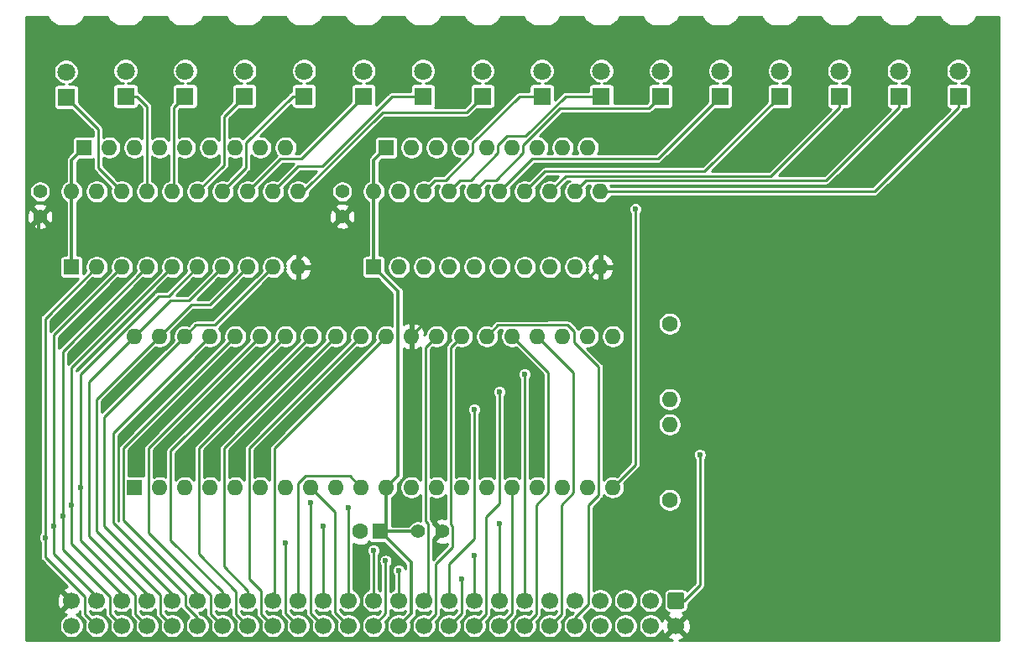
<source format=gtl>
G04 #@! TF.GenerationSoftware,KiCad,Pcbnew,(5.1.12)-1*
G04 #@! TF.CreationDate,2024-01-30T17:36:33+00:00*
G04 #@! TF.ProjectId,CPU,4350552e-6b69-4636-9164-5f7063625858,rev?*
G04 #@! TF.SameCoordinates,Original*
G04 #@! TF.FileFunction,Copper,L1,Top*
G04 #@! TF.FilePolarity,Positive*
%FSLAX46Y46*%
G04 Gerber Fmt 4.6, Leading zero omitted, Abs format (unit mm)*
G04 Created by KiCad (PCBNEW (5.1.12)-1) date 2024-01-30 17:36:33*
%MOMM*%
%LPD*%
G01*
G04 APERTURE LIST*
G04 #@! TA.AperFunction,ComponentPad*
%ADD10O,1.600000X1.600000*%
G04 #@! TD*
G04 #@! TA.AperFunction,ComponentPad*
%ADD11R,1.600000X1.600000*%
G04 #@! TD*
G04 #@! TA.AperFunction,ComponentPad*
%ADD12C,1.600000*%
G04 #@! TD*
G04 #@! TA.AperFunction,ComponentPad*
%ADD13C,1.700000*%
G04 #@! TD*
G04 #@! TA.AperFunction,ComponentPad*
%ADD14C,1.800000*%
G04 #@! TD*
G04 #@! TA.AperFunction,ComponentPad*
%ADD15R,1.800000X1.800000*%
G04 #@! TD*
G04 #@! TA.AperFunction,ComponentPad*
%ADD16C,1.400000*%
G04 #@! TD*
G04 #@! TA.AperFunction,ViaPad*
%ADD17C,0.600000*%
G04 #@! TD*
G04 #@! TA.AperFunction,Conductor*
%ADD18C,0.350000*%
G04 #@! TD*
G04 #@! TA.AperFunction,Conductor*
%ADD19C,0.250000*%
G04 #@! TD*
G04 #@! TA.AperFunction,Conductor*
%ADD20C,0.254000*%
G04 #@! TD*
G04 #@! TA.AperFunction,Conductor*
%ADD21C,0.100000*%
G04 #@! TD*
G04 APERTURE END LIST*
D10*
X180340000Y-116205000D03*
X177800000Y-116205000D03*
X175260000Y-116205000D03*
X172720000Y-116205000D03*
X170180000Y-116205000D03*
X167640000Y-116205000D03*
X165100000Y-116205000D03*
X162560000Y-116205000D03*
D11*
X160020000Y-116205000D03*
D10*
X210820000Y-116205000D03*
X208280000Y-116205000D03*
X205740000Y-116205000D03*
X203200000Y-116205000D03*
X200660000Y-116205000D03*
X198120000Y-116205000D03*
X195580000Y-116205000D03*
X193040000Y-116205000D03*
D11*
X190500000Y-116205000D03*
D10*
X165100000Y-135255000D03*
X213360000Y-150495000D03*
X167640000Y-135255000D03*
X210820000Y-150495000D03*
X170180000Y-135255000D03*
X208280000Y-150495000D03*
X172720000Y-135255000D03*
X205740000Y-150495000D03*
X175260000Y-135255000D03*
X203200000Y-150495000D03*
X177800000Y-135255000D03*
X200660000Y-150495000D03*
X180340000Y-135255000D03*
X198120000Y-150495000D03*
X182880000Y-135255000D03*
X195580000Y-150495000D03*
X185420000Y-135255000D03*
X193040000Y-150495000D03*
X187960000Y-135255000D03*
X190500000Y-150495000D03*
X190500000Y-135255000D03*
X187960000Y-150495000D03*
X193040000Y-135255000D03*
X185420000Y-150495000D03*
X195580000Y-135255000D03*
X182880000Y-150495000D03*
X198120000Y-135255000D03*
X180340000Y-150495000D03*
X200660000Y-135255000D03*
X177800000Y-150495000D03*
X203200000Y-135255000D03*
X175260000Y-150495000D03*
X205740000Y-135255000D03*
X172720000Y-150495000D03*
X208280000Y-135255000D03*
X170180000Y-150495000D03*
X210820000Y-135255000D03*
X167640000Y-150495000D03*
X213360000Y-135255000D03*
D11*
X165100000Y-150495000D03*
D10*
X219075000Y-141605000D03*
D12*
X219075000Y-133985000D03*
D10*
X219075000Y-144145000D03*
D12*
X219075000Y-151765000D03*
D13*
X158750000Y-164465000D03*
X161290000Y-164465000D03*
X163830000Y-164465000D03*
X166370000Y-164465000D03*
X168910000Y-164465000D03*
X171450000Y-164465000D03*
X173990000Y-164465000D03*
X176530000Y-164465000D03*
X179070000Y-164465000D03*
X181610000Y-164465000D03*
X184150000Y-164465000D03*
X186690000Y-164465000D03*
X189230000Y-164465000D03*
X191770000Y-164465000D03*
X194310000Y-164465000D03*
X196850000Y-164465000D03*
X199390000Y-164465000D03*
X201930000Y-164465000D03*
X204470000Y-164465000D03*
X207010000Y-164465000D03*
X209550000Y-164465000D03*
X212090000Y-164465000D03*
X214630000Y-164465000D03*
X217170000Y-164465000D03*
X219710000Y-164465000D03*
X158750000Y-161925000D03*
X161290000Y-161925000D03*
X163830000Y-161925000D03*
X166370000Y-161925000D03*
X168910000Y-161925000D03*
X171450000Y-161925000D03*
X173990000Y-161925000D03*
X176530000Y-161925000D03*
X179070000Y-161925000D03*
X181610000Y-161925000D03*
X184150000Y-161925000D03*
X186690000Y-161925000D03*
X189230000Y-161925000D03*
X191770000Y-161925000D03*
X194310000Y-161925000D03*
X196850000Y-161925000D03*
X199390000Y-161925000D03*
X201930000Y-161925000D03*
X204470000Y-161925000D03*
X207010000Y-161925000D03*
X209550000Y-161925000D03*
X212090000Y-161925000D03*
X214630000Y-161925000D03*
X217170000Y-161925000D03*
G04 #@! TA.AperFunction,ComponentPad*
G36*
G01*
X219110000Y-161075000D02*
X220310000Y-161075000D01*
G75*
G02*
X220560000Y-161325000I0J-250000D01*
G01*
X220560000Y-162525000D01*
G75*
G02*
X220310000Y-162775000I-250000J0D01*
G01*
X219110000Y-162775000D01*
G75*
G02*
X218860000Y-162525000I0J250000D01*
G01*
X218860000Y-161325000D01*
G75*
G02*
X219110000Y-161075000I250000J0D01*
G01*
G37*
G04 #@! TD.AperFunction*
D10*
X189230000Y-120650000D03*
X212090000Y-128270000D03*
X191770000Y-120650000D03*
X209550000Y-128270000D03*
X194310000Y-120650000D03*
X207010000Y-128270000D03*
X196850000Y-120650000D03*
X204470000Y-128270000D03*
X199390000Y-120650000D03*
X201930000Y-128270000D03*
X201930000Y-120650000D03*
X199390000Y-128270000D03*
X204470000Y-120650000D03*
X196850000Y-128270000D03*
X207010000Y-120650000D03*
X194310000Y-128270000D03*
X209550000Y-120650000D03*
X191770000Y-128270000D03*
X212090000Y-120650000D03*
D11*
X189230000Y-128270000D03*
D10*
X158750000Y-120650000D03*
X181610000Y-128270000D03*
X161290000Y-120650000D03*
X179070000Y-128270000D03*
X163830000Y-120650000D03*
X176530000Y-128270000D03*
X166370000Y-120650000D03*
X173990000Y-128270000D03*
X168910000Y-120650000D03*
X171450000Y-128270000D03*
X171450000Y-120650000D03*
X168910000Y-128270000D03*
X173990000Y-120650000D03*
X166370000Y-128270000D03*
X176530000Y-120650000D03*
X163830000Y-128270000D03*
X179070000Y-120650000D03*
X161290000Y-128270000D03*
X181610000Y-120650000D03*
D11*
X158750000Y-128270000D03*
D14*
X248200000Y-108485000D03*
D15*
X248200000Y-111025000D03*
D14*
X242200000Y-108485000D03*
D15*
X242200000Y-111025000D03*
D14*
X236200000Y-108485000D03*
D15*
X236200000Y-111025000D03*
D14*
X230200000Y-108485000D03*
D15*
X230200000Y-111025000D03*
D14*
X224200000Y-108485000D03*
D15*
X224200000Y-111025000D03*
D14*
X218200000Y-108485000D03*
D15*
X218200000Y-111025000D03*
D14*
X212200000Y-108485000D03*
D15*
X212200000Y-111025000D03*
D14*
X206200000Y-108485000D03*
D15*
X206200000Y-111025000D03*
D14*
X200200000Y-108485000D03*
D15*
X200200000Y-111025000D03*
D14*
X194200000Y-108485000D03*
D15*
X194200000Y-111025000D03*
D14*
X188200000Y-108485000D03*
D15*
X188200000Y-111025000D03*
D14*
X182200000Y-108485000D03*
D15*
X182200000Y-111025000D03*
D14*
X176200000Y-108485000D03*
D15*
X176200000Y-111025000D03*
D14*
X170200000Y-108485000D03*
D15*
X170200000Y-111025000D03*
D14*
X164200000Y-108485000D03*
D15*
X164200000Y-111025000D03*
D14*
X158200000Y-108575000D03*
D15*
X158200000Y-111115000D03*
D12*
X187865000Y-154940000D03*
D11*
X189865000Y-154940000D03*
D16*
X186055000Y-123150000D03*
X186055000Y-120650000D03*
X155575000Y-123150000D03*
X155575000Y-120650000D03*
X196175000Y-154940000D03*
X193675000Y-154940000D03*
D17*
X186690000Y-152527000D03*
X190436500Y-157924500D03*
X189230000Y-156845000D03*
X157861000Y-153416000D03*
X159639000Y-150495000D03*
X158750000Y-152273000D03*
X182880000Y-152019000D03*
X184150000Y-154432002D03*
X180340000Y-156083000D03*
X156083000Y-155575000D03*
X215646000Y-122428000D03*
X198120000Y-159766000D03*
X201930000Y-140843000D03*
X191770001Y-158877001D03*
X199390000Y-142621000D03*
X199389998Y-157353000D03*
X201930001Y-154178001D03*
X222123000Y-147193000D03*
X156972000Y-154432000D03*
X204470000Y-139064998D03*
D18*
X155407999Y-123317001D02*
X155575000Y-123150000D01*
X155407999Y-158582999D02*
X155407999Y-123317001D01*
X158750000Y-161925000D02*
X155407999Y-158582999D01*
X181610000Y-127595000D02*
X181610000Y-128270000D01*
X186055000Y-123150000D02*
X181610000Y-127595000D01*
X194665011Y-133629989D02*
X193040000Y-135255000D01*
X206730011Y-133629989D02*
X194665011Y-133629989D01*
X212090000Y-128270000D02*
X206730011Y-133629989D01*
X190500000Y-154305000D02*
X189865000Y-154940000D01*
X190500000Y-150495000D02*
X190500000Y-154305000D01*
X189865000Y-154940000D02*
X193675000Y-154940000D01*
X191675001Y-130715001D02*
X189230000Y-128270000D01*
X191675001Y-149319999D02*
X191675001Y-130715001D01*
X190500000Y-150495000D02*
X191675001Y-149319999D01*
X189230000Y-128270000D02*
X189230000Y-120650000D01*
X158750000Y-120650000D02*
X158750000Y-128270000D01*
X158750000Y-117475000D02*
X160020000Y-116205000D01*
X158750000Y-120650000D02*
X158750000Y-117475000D01*
X189230000Y-117475000D02*
X190500000Y-116205000D01*
X189230000Y-120650000D02*
X189230000Y-117475000D01*
X192995001Y-158070001D02*
X189865000Y-154940000D01*
X192995001Y-163239999D02*
X192995001Y-158070001D01*
X191770000Y-164465000D02*
X192995001Y-163239999D01*
D19*
X186690000Y-161925000D02*
X186690000Y-152527000D01*
X189230000Y-164465000D02*
X190436500Y-163258500D01*
X190436500Y-163258500D02*
X190436500Y-157924500D01*
X189230000Y-161925000D02*
X189230000Y-156845000D01*
X163830000Y-164465000D02*
X162654999Y-163289999D01*
X162654999Y-163289999D02*
X162654999Y-161550997D01*
X166370000Y-128270000D02*
X157861000Y-136779000D01*
X162654999Y-161550997D02*
X157861000Y-156756998D01*
X157861000Y-156756998D02*
X157861000Y-153416000D01*
X157861000Y-136779000D02*
X157861000Y-153416000D01*
X179214999Y-161780001D02*
X179070000Y-161925000D01*
X179214999Y-146540001D02*
X179214999Y-161780001D01*
X190500000Y-135255000D02*
X179214999Y-146540001D01*
X171305001Y-134129999D02*
X170180000Y-135255000D01*
X173210001Y-134129999D02*
X171594999Y-134129999D01*
X171594999Y-134129999D02*
X171305001Y-134129999D01*
X179070000Y-128270000D02*
X173210001Y-134129999D01*
X169380001Y-136054999D02*
X170180000Y-135255000D01*
X162052000Y-143383000D02*
X169380001Y-136054999D01*
X162052000Y-154432000D02*
X162052000Y-143383000D01*
X168910000Y-161290000D02*
X162052000Y-154432000D01*
X168910000Y-161925000D02*
X168910000Y-161290000D01*
X177894999Y-163289999D02*
X179070000Y-164465000D01*
X176674999Y-159721001D02*
X177894999Y-160941001D01*
X176674999Y-146540001D02*
X176674999Y-159721001D01*
X177894999Y-160941001D02*
X177894999Y-163289999D01*
X187960000Y-135255000D02*
X176674999Y-146540001D01*
X170815000Y-132080000D02*
X167640000Y-135255000D01*
X172720000Y-132080000D02*
X171577000Y-132080000D01*
X176530000Y-128270000D02*
X172720000Y-132080000D01*
X171577000Y-132080000D02*
X170815000Y-132080000D01*
X166840001Y-136054999D02*
X167640000Y-135255000D01*
X161290000Y-154941410D02*
X161290000Y-141605000D01*
X167734999Y-161386409D02*
X161290000Y-154941410D01*
X161290000Y-141605000D02*
X166840001Y-136054999D01*
X167734999Y-163289999D02*
X167734999Y-161386409D01*
X168910000Y-164465000D02*
X167734999Y-163289999D01*
X176530000Y-160909000D02*
X176530000Y-161925000D01*
X174134999Y-158513999D02*
X176530000Y-160909000D01*
X174134999Y-146540001D02*
X174134999Y-158513999D01*
X185420000Y-135255000D02*
X174134999Y-146540001D01*
X166370000Y-164465000D02*
X165194999Y-163289999D01*
X168540020Y-131179980D02*
X167510018Y-131179980D01*
X171450000Y-128270000D02*
X168540020Y-131179980D01*
X167510018Y-131179980D02*
X159639000Y-139050998D01*
X159639000Y-155830410D02*
X159639000Y-150495000D01*
X159639000Y-139050998D02*
X159639000Y-150495000D01*
X165194999Y-163289999D02*
X165194999Y-161386409D01*
X165194999Y-161386409D02*
X159639000Y-155830410D01*
X175354999Y-161003999D02*
X175354999Y-163289999D01*
X175354999Y-163289999D02*
X176530000Y-164465000D01*
X171594999Y-157243999D02*
X175354999Y-161003999D01*
X171594999Y-146540001D02*
X171594999Y-157243999D01*
X182880000Y-135255000D02*
X171594999Y-146540001D01*
X168765001Y-155811001D02*
X173990000Y-161036000D01*
X173990000Y-161036000D02*
X173990000Y-161925000D01*
X168765001Y-146829999D02*
X168765001Y-155811001D01*
X180340000Y-135255000D02*
X168765001Y-146829999D01*
X168725010Y-131629990D02*
X165100000Y-135255000D01*
X170630010Y-131629990D02*
X169348990Y-131629990D01*
X173990000Y-128270000D02*
X170630010Y-131629990D01*
X169348990Y-131629990D02*
X168725010Y-131629990D01*
X160528000Y-155448000D02*
X160528000Y-139827000D01*
X164300001Y-136054999D02*
X165100000Y-135255000D01*
X166370000Y-161290000D02*
X160528000Y-155448000D01*
X160528000Y-139827000D02*
X164300001Y-136054999D01*
X166370000Y-161925000D02*
X166370000Y-161290000D01*
X172814999Y-163289999D02*
X173990000Y-164465000D01*
X172814999Y-161386409D02*
X172814999Y-163289999D01*
X166514999Y-155086409D02*
X172814999Y-161386409D01*
X166514999Y-146540001D02*
X166514999Y-155086409D01*
X177800000Y-135255000D02*
X166514999Y-146540001D01*
X163974999Y-146540001D02*
X175260000Y-135255000D01*
X171450000Y-161290000D02*
X163974999Y-153814999D01*
X163974999Y-153814999D02*
X163974999Y-146540001D01*
X171450000Y-161925000D02*
X171450000Y-161290000D01*
X181610000Y-150099998D02*
X181610000Y-153924000D01*
X182339999Y-149369999D02*
X181610000Y-150099998D01*
X187960000Y-150495000D02*
X186834999Y-149369999D01*
X186834999Y-149369999D02*
X182339999Y-149369999D01*
X181610000Y-161925000D02*
X181610000Y-153924000D01*
X171450000Y-164465000D02*
X171450000Y-163664002D01*
X162941000Y-145034000D02*
X172720000Y-135255000D01*
X170274999Y-162489001D02*
X170274999Y-161386409D01*
X162941000Y-154052410D02*
X162941000Y-145034000D01*
X171450000Y-163664002D02*
X170274999Y-162489001D01*
X170274999Y-161386409D02*
X162941000Y-154052410D01*
X158750000Y-138430000D02*
X158750000Y-152273000D01*
X168910000Y-128270000D02*
X158750000Y-138430000D01*
X158750000Y-156210000D02*
X158750000Y-152273000D01*
X163830000Y-161290000D02*
X158750000Y-156210000D01*
X163830000Y-161925000D02*
X163830000Y-161290000D01*
X184150000Y-164465000D02*
X182880000Y-163195000D01*
X182880000Y-152273000D02*
X182880000Y-152019000D01*
X182880000Y-163195000D02*
X182880000Y-152273000D01*
X184150000Y-161925000D02*
X184150000Y-154432002D01*
X185325001Y-163100001D02*
X186690000Y-164465000D01*
X185325001Y-152940001D02*
X185325001Y-163100001D01*
X182880000Y-150495000D02*
X185325001Y-152940001D01*
X181610000Y-164465000D02*
X180340000Y-163195000D01*
X180340000Y-163195000D02*
X180340000Y-156083000D01*
X160114999Y-163289999D02*
X161290000Y-164465000D01*
X160114999Y-161550997D02*
X160114999Y-163289999D01*
X156083000Y-157518998D02*
X160114999Y-161550997D01*
X156083000Y-155575000D02*
X156083000Y-157518998D01*
X156083000Y-133477000D02*
X156083000Y-137160000D01*
X161290000Y-128270000D02*
X156083000Y-133477000D01*
X156083000Y-137160000D02*
X156083000Y-155575000D01*
X215646000Y-148209000D02*
X215646000Y-122428000D01*
X213360000Y-150495000D02*
X215646000Y-148209000D01*
X196850000Y-164465000D02*
X198120000Y-163195000D01*
X198120000Y-163195000D02*
X198120000Y-159766000D01*
X199390000Y-164465000D02*
X200565001Y-163289999D01*
X200565001Y-163289999D02*
X200565001Y-153518000D01*
X200565001Y-153518000D02*
X201930000Y-152153001D01*
X201930000Y-152153001D02*
X201930000Y-140843000D01*
X191770000Y-161925000D02*
X191770001Y-159301265D01*
X191770001Y-159301265D02*
X191770001Y-158877001D01*
X196850000Y-161925000D02*
X196850000Y-158242000D01*
X196850000Y-158242000D02*
X199390000Y-155702000D01*
X199390000Y-155702000D02*
X199390000Y-142621000D01*
X210914999Y-152305001D02*
X211945001Y-151274999D01*
X211945001Y-151274999D02*
X211945001Y-138335001D01*
X210914999Y-162299003D02*
X210914999Y-152305001D01*
X209550000Y-163664002D02*
X210914999Y-162299003D01*
X209550000Y-164465000D02*
X209550000Y-163664002D01*
X209468999Y-135858999D02*
X210541000Y-136931000D01*
X211945001Y-138335001D02*
X210541000Y-136931000D01*
X208805999Y-134129999D02*
X209468999Y-134792999D01*
X201785001Y-134129999D02*
X208805999Y-134129999D01*
X200660000Y-135255000D02*
X201785001Y-134129999D01*
X209468999Y-134792999D02*
X209468999Y-135858999D01*
X161434999Y-118254999D02*
X163830000Y-120650000D01*
X161434999Y-114349999D02*
X161434999Y-118254999D01*
X158200000Y-111115000D02*
X161434999Y-114349999D01*
X166370000Y-112045000D02*
X166370000Y-120650000D01*
X165350000Y-111025000D02*
X166370000Y-112045000D01*
X164200000Y-111025000D02*
X165350000Y-111025000D01*
X169054999Y-112170001D02*
X169054999Y-120505001D01*
X169054999Y-120505001D02*
X168910000Y-120650000D01*
X170200000Y-111025000D02*
X169054999Y-112170001D01*
X174134999Y-117965001D02*
X171450000Y-120650000D01*
X174134999Y-113090001D02*
X174134999Y-117965001D01*
X176200000Y-111025000D02*
X174134999Y-113090001D01*
X176385001Y-118254999D02*
X173990000Y-120650000D01*
X176385001Y-115689999D02*
X176385001Y-118254999D01*
X181050000Y-111025000D02*
X176385001Y-115689999D01*
X182200000Y-111025000D02*
X181050000Y-111025000D01*
X179849999Y-117330001D02*
X176530000Y-120650000D01*
X181894999Y-117330001D02*
X179849999Y-117330001D01*
X188200000Y-111025000D02*
X181894999Y-117330001D01*
X191108000Y-111025000D02*
X194200000Y-111025000D01*
X184023000Y-118110000D02*
X191108000Y-111025000D01*
X181610000Y-118110000D02*
X184023000Y-118110000D01*
X179070000Y-120650000D02*
X181610000Y-118110000D01*
X200200000Y-111025000D02*
X198576000Y-112649000D01*
X182119410Y-120650000D02*
X181610000Y-120650000D01*
X190120410Y-112649000D02*
X182119410Y-120650000D01*
X198576000Y-112649000D02*
X190120410Y-112649000D01*
X195435001Y-119524999D02*
X194310000Y-120650000D01*
X199245001Y-116745001D02*
X196465003Y-119524999D01*
X199245001Y-115714999D02*
X199245001Y-116745001D01*
X196465003Y-119524999D02*
X195435001Y-119524999D01*
X203935000Y-111025000D02*
X199245001Y-115714999D01*
X206200000Y-111025000D02*
X203935000Y-111025000D01*
X197975001Y-119524999D02*
X196850000Y-120650000D01*
X201785001Y-116745001D02*
X199005003Y-119524999D01*
X201785001Y-115954997D02*
X201785001Y-116745001D01*
X202659999Y-115079999D02*
X201785001Y-115954997D01*
X199005003Y-119524999D02*
X197975001Y-119524999D01*
X204530003Y-115079999D02*
X202659999Y-115079999D01*
X208585002Y-111025000D02*
X204530003Y-115079999D01*
X212200000Y-111025000D02*
X208585002Y-111025000D01*
X200515001Y-119524999D02*
X199390000Y-120650000D01*
X201545003Y-119524999D02*
X200515001Y-119524999D01*
X204325001Y-116745001D02*
X201545003Y-119524999D01*
X204325001Y-115954997D02*
X204325001Y-116745001D01*
X208029997Y-112250001D02*
X204325001Y-115954997D01*
X216974999Y-112250001D02*
X208029997Y-112250001D01*
X218200000Y-111025000D02*
X216974999Y-112250001D01*
X205249999Y-117330001D02*
X201930000Y-120650000D01*
X217894999Y-117330001D02*
X205249999Y-117330001D01*
X224200000Y-111025000D02*
X217894999Y-117330001D01*
X206495021Y-118624979D02*
X204470000Y-120650000D01*
X222600021Y-118624979D02*
X206495021Y-118624979D01*
X230200000Y-111025000D02*
X222600021Y-118624979D01*
X208585011Y-119074989D02*
X207010000Y-120650000D01*
X229300011Y-119074989D02*
X208585011Y-119074989D01*
X236200000Y-112175000D02*
X229300011Y-119074989D01*
X236200000Y-111025000D02*
X236200000Y-112175000D01*
X210675001Y-119524999D02*
X209550000Y-120650000D01*
X234850001Y-119524999D02*
X210675001Y-119524999D01*
X242200000Y-112175000D02*
X234850001Y-119524999D01*
X242200000Y-111025000D02*
X242200000Y-112175000D01*
X239725000Y-120650000D02*
X212090000Y-120650000D01*
X248200000Y-112175000D02*
X239725000Y-120650000D01*
X248200000Y-111025000D02*
X248200000Y-112175000D01*
X199390000Y-161925000D02*
X199390000Y-157353002D01*
X199390000Y-157353002D02*
X199389998Y-157353000D01*
X201930000Y-161925000D02*
X201930001Y-160722918D01*
X201930001Y-160722918D02*
X201930001Y-154178001D01*
X203200000Y-163195000D02*
X201930000Y-164465000D01*
X203200000Y-150495000D02*
X203200000Y-163195000D01*
X194700001Y-161534999D02*
X194310000Y-161925000D01*
X194700001Y-154187001D02*
X194700001Y-161534999D01*
X194454999Y-153941999D02*
X194700001Y-154187001D01*
X194454999Y-136380001D02*
X194454999Y-153941999D01*
X195580000Y-135255000D02*
X194454999Y-136380001D01*
X195485001Y-158209999D02*
X195485001Y-163289999D01*
X195485001Y-163289999D02*
X194310000Y-164465000D01*
X197200001Y-156494999D02*
X195485001Y-158209999D01*
X197200001Y-154447999D02*
X197200001Y-156494999D01*
X196994999Y-154242997D02*
X197200001Y-154447999D01*
X196994999Y-136380001D02*
X196994999Y-154242997D01*
X198120000Y-135255000D02*
X196994999Y-136380001D01*
X222123000Y-160362000D02*
X222123000Y-147193000D01*
X219710000Y-161925000D02*
X220560000Y-161925000D01*
X220560000Y-161925000D02*
X222123000Y-160362000D01*
X206865001Y-138920001D02*
X203200000Y-135255000D01*
X206865001Y-151035001D02*
X206865001Y-138920001D01*
X205645001Y-152255001D02*
X206865001Y-151035001D01*
X205645001Y-163289999D02*
X205645001Y-152255001D01*
X204470000Y-164465000D02*
X205645001Y-163289999D01*
X209405001Y-138920001D02*
X205740000Y-135255000D01*
X209405001Y-151035001D02*
X209405001Y-138920001D01*
X208185001Y-152255001D02*
X209405001Y-151035001D01*
X208185001Y-163289999D02*
X208185001Y-152255001D01*
X207010000Y-164465000D02*
X208185001Y-163289999D01*
X163830000Y-128270000D02*
X156972000Y-135128000D01*
X156972000Y-135128000D02*
X156972000Y-154432000D01*
X156972000Y-157226000D02*
X156972000Y-154432000D01*
X161290000Y-161544000D02*
X156972000Y-157226000D01*
X161290000Y-161925000D02*
X161290000Y-161544000D01*
X204470000Y-161925000D02*
X204470000Y-139064998D01*
D20*
X156342530Y-103022358D02*
X156358537Y-103060437D01*
X156374027Y-103098778D01*
X156377017Y-103104400D01*
X156469842Y-103276077D01*
X156492968Y-103310364D01*
X156515584Y-103344925D01*
X156519601Y-103349850D01*
X156519607Y-103349858D01*
X156519614Y-103349865D01*
X156644012Y-103500237D01*
X156673345Y-103529366D01*
X156702254Y-103558887D01*
X156707161Y-103562946D01*
X156858403Y-103686296D01*
X156892847Y-103709181D01*
X156926928Y-103732517D01*
X156932521Y-103735541D01*
X156932529Y-103735546D01*
X156932537Y-103735549D01*
X157104852Y-103827171D01*
X157143066Y-103842921D01*
X157181049Y-103859201D01*
X157187132Y-103861084D01*
X157373968Y-103917493D01*
X157414511Y-103925521D01*
X157454935Y-103934114D01*
X157461268Y-103934779D01*
X157655501Y-103953824D01*
X157655507Y-103953824D01*
X157677601Y-103956000D01*
X158722399Y-103956000D01*
X158742129Y-103954057D01*
X158748311Y-103954100D01*
X158754647Y-103953478D01*
X158948744Y-103933077D01*
X158989233Y-103924766D01*
X159029825Y-103917023D01*
X159035916Y-103915183D01*
X159035922Y-103915182D01*
X159035928Y-103915180D01*
X159222358Y-103857470D01*
X159260437Y-103841463D01*
X159298778Y-103825973D01*
X159304400Y-103822983D01*
X159476077Y-103730158D01*
X159510364Y-103707032D01*
X159544925Y-103684416D01*
X159549850Y-103680399D01*
X159549858Y-103680393D01*
X159549865Y-103680386D01*
X159700237Y-103555988D01*
X159729366Y-103526655D01*
X159758887Y-103497746D01*
X159762946Y-103492839D01*
X159886296Y-103341597D01*
X159909181Y-103307153D01*
X159932517Y-103273072D01*
X159935541Y-103267479D01*
X159935546Y-103267471D01*
X159935549Y-103267463D01*
X160027171Y-103095148D01*
X160042921Y-103056934D01*
X160059201Y-103018951D01*
X160061084Y-103012868D01*
X160065875Y-102997000D01*
X162334680Y-102997000D01*
X162342530Y-103022358D01*
X162358537Y-103060437D01*
X162374027Y-103098778D01*
X162377017Y-103104400D01*
X162469842Y-103276077D01*
X162492968Y-103310364D01*
X162515584Y-103344925D01*
X162519601Y-103349850D01*
X162519607Y-103349858D01*
X162519614Y-103349865D01*
X162644012Y-103500237D01*
X162673345Y-103529366D01*
X162702254Y-103558887D01*
X162707161Y-103562946D01*
X162858403Y-103686296D01*
X162892847Y-103709181D01*
X162926928Y-103732517D01*
X162932521Y-103735541D01*
X162932529Y-103735546D01*
X162932537Y-103735549D01*
X163104852Y-103827171D01*
X163143066Y-103842921D01*
X163181049Y-103859201D01*
X163187132Y-103861084D01*
X163373968Y-103917493D01*
X163414511Y-103925521D01*
X163454935Y-103934114D01*
X163461268Y-103934779D01*
X163655501Y-103953824D01*
X163655507Y-103953824D01*
X163677601Y-103956000D01*
X164722399Y-103956000D01*
X164742129Y-103954057D01*
X164748311Y-103954100D01*
X164754647Y-103953478D01*
X164948744Y-103933077D01*
X164989233Y-103924766D01*
X165029825Y-103917023D01*
X165035916Y-103915183D01*
X165035922Y-103915182D01*
X165035928Y-103915180D01*
X165222358Y-103857470D01*
X165260437Y-103841463D01*
X165298778Y-103825973D01*
X165304400Y-103822983D01*
X165476077Y-103730158D01*
X165510364Y-103707032D01*
X165544925Y-103684416D01*
X165549850Y-103680399D01*
X165549858Y-103680393D01*
X165549865Y-103680386D01*
X165700237Y-103555988D01*
X165729366Y-103526655D01*
X165758887Y-103497746D01*
X165762946Y-103492839D01*
X165886296Y-103341597D01*
X165909181Y-103307153D01*
X165932517Y-103273072D01*
X165935541Y-103267479D01*
X165935546Y-103267471D01*
X165935549Y-103267463D01*
X166027171Y-103095148D01*
X166042921Y-103056934D01*
X166059201Y-103018951D01*
X166061084Y-103012868D01*
X166065875Y-102997000D01*
X168334680Y-102997000D01*
X168342530Y-103022358D01*
X168358537Y-103060437D01*
X168374027Y-103098778D01*
X168377017Y-103104400D01*
X168469842Y-103276077D01*
X168492968Y-103310364D01*
X168515584Y-103344925D01*
X168519601Y-103349850D01*
X168519607Y-103349858D01*
X168519614Y-103349865D01*
X168644012Y-103500237D01*
X168673345Y-103529366D01*
X168702254Y-103558887D01*
X168707161Y-103562946D01*
X168858403Y-103686296D01*
X168892847Y-103709181D01*
X168926928Y-103732517D01*
X168932521Y-103735541D01*
X168932529Y-103735546D01*
X168932537Y-103735549D01*
X169104852Y-103827171D01*
X169143066Y-103842921D01*
X169181049Y-103859201D01*
X169187132Y-103861084D01*
X169373968Y-103917493D01*
X169414511Y-103925521D01*
X169454935Y-103934114D01*
X169461268Y-103934779D01*
X169655501Y-103953824D01*
X169655507Y-103953824D01*
X169677601Y-103956000D01*
X170722399Y-103956000D01*
X170742129Y-103954057D01*
X170748311Y-103954100D01*
X170754647Y-103953478D01*
X170948744Y-103933077D01*
X170989233Y-103924766D01*
X171029825Y-103917023D01*
X171035916Y-103915183D01*
X171035922Y-103915182D01*
X171035928Y-103915180D01*
X171222358Y-103857470D01*
X171260437Y-103841463D01*
X171298778Y-103825973D01*
X171304400Y-103822983D01*
X171476077Y-103730158D01*
X171510364Y-103707032D01*
X171544925Y-103684416D01*
X171549850Y-103680399D01*
X171549858Y-103680393D01*
X171549865Y-103680386D01*
X171700237Y-103555988D01*
X171729366Y-103526655D01*
X171758887Y-103497746D01*
X171762946Y-103492839D01*
X171886296Y-103341597D01*
X171909181Y-103307153D01*
X171932517Y-103273072D01*
X171935541Y-103267479D01*
X171935546Y-103267471D01*
X171935549Y-103267463D01*
X172027171Y-103095148D01*
X172042921Y-103056934D01*
X172059201Y-103018951D01*
X172061084Y-103012868D01*
X172065875Y-102997000D01*
X174334680Y-102997000D01*
X174342530Y-103022358D01*
X174358537Y-103060437D01*
X174374027Y-103098778D01*
X174377017Y-103104400D01*
X174469842Y-103276077D01*
X174492968Y-103310364D01*
X174515584Y-103344925D01*
X174519601Y-103349850D01*
X174519607Y-103349858D01*
X174519614Y-103349865D01*
X174644012Y-103500237D01*
X174673345Y-103529366D01*
X174702254Y-103558887D01*
X174707161Y-103562946D01*
X174858403Y-103686296D01*
X174892847Y-103709181D01*
X174926928Y-103732517D01*
X174932521Y-103735541D01*
X174932529Y-103735546D01*
X174932537Y-103735549D01*
X175104852Y-103827171D01*
X175143066Y-103842921D01*
X175181049Y-103859201D01*
X175187132Y-103861084D01*
X175373968Y-103917493D01*
X175414511Y-103925521D01*
X175454935Y-103934114D01*
X175461268Y-103934779D01*
X175655501Y-103953824D01*
X175655507Y-103953824D01*
X175677601Y-103956000D01*
X176722399Y-103956000D01*
X176742129Y-103954057D01*
X176748311Y-103954100D01*
X176754647Y-103953478D01*
X176948744Y-103933077D01*
X176989233Y-103924766D01*
X177029825Y-103917023D01*
X177035916Y-103915183D01*
X177035922Y-103915182D01*
X177035928Y-103915180D01*
X177222358Y-103857470D01*
X177260437Y-103841463D01*
X177298778Y-103825973D01*
X177304400Y-103822983D01*
X177476077Y-103730158D01*
X177510364Y-103707032D01*
X177544925Y-103684416D01*
X177549850Y-103680399D01*
X177549858Y-103680393D01*
X177549865Y-103680386D01*
X177700237Y-103555988D01*
X177729366Y-103526655D01*
X177758887Y-103497746D01*
X177762946Y-103492839D01*
X177886296Y-103341597D01*
X177909181Y-103307153D01*
X177932517Y-103273072D01*
X177935541Y-103267479D01*
X177935546Y-103267471D01*
X177935549Y-103267463D01*
X178027171Y-103095148D01*
X178042921Y-103056934D01*
X178059201Y-103018951D01*
X178061084Y-103012868D01*
X178065875Y-102997000D01*
X180334680Y-102997000D01*
X180342530Y-103022358D01*
X180358537Y-103060437D01*
X180374027Y-103098778D01*
X180377017Y-103104400D01*
X180469842Y-103276077D01*
X180492968Y-103310364D01*
X180515584Y-103344925D01*
X180519601Y-103349850D01*
X180519607Y-103349858D01*
X180519614Y-103349865D01*
X180644012Y-103500237D01*
X180673345Y-103529366D01*
X180702254Y-103558887D01*
X180707161Y-103562946D01*
X180858403Y-103686296D01*
X180892847Y-103709181D01*
X180926928Y-103732517D01*
X180932521Y-103735541D01*
X180932529Y-103735546D01*
X180932537Y-103735549D01*
X181104852Y-103827171D01*
X181143066Y-103842921D01*
X181181049Y-103859201D01*
X181187132Y-103861084D01*
X181373968Y-103917493D01*
X181414511Y-103925521D01*
X181454935Y-103934114D01*
X181461268Y-103934779D01*
X181655501Y-103953824D01*
X181655507Y-103953824D01*
X181677601Y-103956000D01*
X182722399Y-103956000D01*
X182742129Y-103954057D01*
X182748311Y-103954100D01*
X182754647Y-103953478D01*
X182948744Y-103933077D01*
X182989233Y-103924766D01*
X183029825Y-103917023D01*
X183035916Y-103915183D01*
X183035922Y-103915182D01*
X183035928Y-103915180D01*
X183222358Y-103857470D01*
X183260437Y-103841463D01*
X183298778Y-103825973D01*
X183304400Y-103822983D01*
X183476077Y-103730158D01*
X183510364Y-103707032D01*
X183544925Y-103684416D01*
X183549850Y-103680399D01*
X183549858Y-103680393D01*
X183549865Y-103680386D01*
X183700237Y-103555988D01*
X183729366Y-103526655D01*
X183758887Y-103497746D01*
X183762946Y-103492839D01*
X183886296Y-103341597D01*
X183909181Y-103307153D01*
X183932517Y-103273072D01*
X183935541Y-103267479D01*
X183935546Y-103267471D01*
X183935549Y-103267463D01*
X184027171Y-103095148D01*
X184042921Y-103056934D01*
X184059201Y-103018951D01*
X184061084Y-103012868D01*
X184065875Y-102997000D01*
X186334680Y-102997000D01*
X186342530Y-103022358D01*
X186358537Y-103060437D01*
X186374027Y-103098778D01*
X186377017Y-103104400D01*
X186469842Y-103276077D01*
X186492968Y-103310364D01*
X186515584Y-103344925D01*
X186519601Y-103349850D01*
X186519607Y-103349858D01*
X186519614Y-103349865D01*
X186644012Y-103500237D01*
X186673345Y-103529366D01*
X186702254Y-103558887D01*
X186707161Y-103562946D01*
X186858403Y-103686296D01*
X186892847Y-103709181D01*
X186926928Y-103732517D01*
X186932521Y-103735541D01*
X186932529Y-103735546D01*
X186932537Y-103735549D01*
X187104852Y-103827171D01*
X187143066Y-103842921D01*
X187181049Y-103859201D01*
X187187132Y-103861084D01*
X187373968Y-103917493D01*
X187414511Y-103925521D01*
X187454935Y-103934114D01*
X187461268Y-103934779D01*
X187655501Y-103953824D01*
X187655507Y-103953824D01*
X187677601Y-103956000D01*
X188722399Y-103956000D01*
X188742129Y-103954057D01*
X188748311Y-103954100D01*
X188754647Y-103953478D01*
X188948744Y-103933077D01*
X188989233Y-103924766D01*
X189029825Y-103917023D01*
X189035916Y-103915183D01*
X189035922Y-103915182D01*
X189035928Y-103915180D01*
X189222358Y-103857470D01*
X189260437Y-103841463D01*
X189298778Y-103825973D01*
X189304400Y-103822983D01*
X189476077Y-103730158D01*
X189510364Y-103707032D01*
X189544925Y-103684416D01*
X189549850Y-103680399D01*
X189549858Y-103680393D01*
X189549865Y-103680386D01*
X189700237Y-103555988D01*
X189729366Y-103526655D01*
X189758887Y-103497746D01*
X189762946Y-103492839D01*
X189886296Y-103341597D01*
X189909181Y-103307153D01*
X189932517Y-103273072D01*
X189935541Y-103267479D01*
X189935546Y-103267471D01*
X189935549Y-103267463D01*
X190027171Y-103095148D01*
X190042921Y-103056934D01*
X190059201Y-103018951D01*
X190061084Y-103012868D01*
X190065875Y-102997000D01*
X192334680Y-102997000D01*
X192342530Y-103022358D01*
X192358537Y-103060437D01*
X192374027Y-103098778D01*
X192377017Y-103104400D01*
X192469842Y-103276077D01*
X192492968Y-103310364D01*
X192515584Y-103344925D01*
X192519601Y-103349850D01*
X192519607Y-103349858D01*
X192519614Y-103349865D01*
X192644012Y-103500237D01*
X192673345Y-103529366D01*
X192702254Y-103558887D01*
X192707161Y-103562946D01*
X192858403Y-103686296D01*
X192892847Y-103709181D01*
X192926928Y-103732517D01*
X192932521Y-103735541D01*
X192932529Y-103735546D01*
X192932537Y-103735549D01*
X193104852Y-103827171D01*
X193143066Y-103842921D01*
X193181049Y-103859201D01*
X193187132Y-103861084D01*
X193373968Y-103917493D01*
X193414511Y-103925521D01*
X193454935Y-103934114D01*
X193461268Y-103934779D01*
X193655501Y-103953824D01*
X193655507Y-103953824D01*
X193677601Y-103956000D01*
X194722399Y-103956000D01*
X194742129Y-103954057D01*
X194748311Y-103954100D01*
X194754647Y-103953478D01*
X194948744Y-103933077D01*
X194989233Y-103924766D01*
X195029825Y-103917023D01*
X195035916Y-103915183D01*
X195035922Y-103915182D01*
X195035928Y-103915180D01*
X195222358Y-103857470D01*
X195260437Y-103841463D01*
X195298778Y-103825973D01*
X195304400Y-103822983D01*
X195476077Y-103730158D01*
X195510364Y-103707032D01*
X195544925Y-103684416D01*
X195549850Y-103680399D01*
X195549858Y-103680393D01*
X195549865Y-103680386D01*
X195700237Y-103555988D01*
X195729366Y-103526655D01*
X195758887Y-103497746D01*
X195762946Y-103492839D01*
X195886296Y-103341597D01*
X195909181Y-103307153D01*
X195932517Y-103273072D01*
X195935541Y-103267479D01*
X195935546Y-103267471D01*
X195935549Y-103267463D01*
X196027171Y-103095148D01*
X196042921Y-103056934D01*
X196059201Y-103018951D01*
X196061084Y-103012868D01*
X196065875Y-102997000D01*
X198334680Y-102997000D01*
X198342530Y-103022358D01*
X198358537Y-103060437D01*
X198374027Y-103098778D01*
X198377017Y-103104400D01*
X198469842Y-103276077D01*
X198492968Y-103310364D01*
X198515584Y-103344925D01*
X198519601Y-103349850D01*
X198519607Y-103349858D01*
X198519614Y-103349865D01*
X198644012Y-103500237D01*
X198673345Y-103529366D01*
X198702254Y-103558887D01*
X198707161Y-103562946D01*
X198858403Y-103686296D01*
X198892847Y-103709181D01*
X198926928Y-103732517D01*
X198932521Y-103735541D01*
X198932529Y-103735546D01*
X198932537Y-103735549D01*
X199104852Y-103827171D01*
X199143066Y-103842921D01*
X199181049Y-103859201D01*
X199187132Y-103861084D01*
X199373968Y-103917493D01*
X199414511Y-103925521D01*
X199454935Y-103934114D01*
X199461268Y-103934779D01*
X199655501Y-103953824D01*
X199655507Y-103953824D01*
X199677601Y-103956000D01*
X200722399Y-103956000D01*
X200742129Y-103954057D01*
X200748311Y-103954100D01*
X200754647Y-103953478D01*
X200948744Y-103933077D01*
X200989233Y-103924766D01*
X201029825Y-103917023D01*
X201035916Y-103915183D01*
X201035922Y-103915182D01*
X201035928Y-103915180D01*
X201222358Y-103857470D01*
X201260437Y-103841463D01*
X201298778Y-103825973D01*
X201304400Y-103822983D01*
X201476077Y-103730158D01*
X201510364Y-103707032D01*
X201544925Y-103684416D01*
X201549850Y-103680399D01*
X201549858Y-103680393D01*
X201549865Y-103680386D01*
X201700237Y-103555988D01*
X201729366Y-103526655D01*
X201758887Y-103497746D01*
X201762946Y-103492839D01*
X201886296Y-103341597D01*
X201909181Y-103307153D01*
X201932517Y-103273072D01*
X201935541Y-103267479D01*
X201935546Y-103267471D01*
X201935549Y-103267463D01*
X202027171Y-103095148D01*
X202042921Y-103056934D01*
X202059201Y-103018951D01*
X202061084Y-103012868D01*
X202065875Y-102997000D01*
X204334680Y-102997000D01*
X204342530Y-103022358D01*
X204358537Y-103060437D01*
X204374027Y-103098778D01*
X204377017Y-103104400D01*
X204469842Y-103276077D01*
X204492968Y-103310364D01*
X204515584Y-103344925D01*
X204519601Y-103349850D01*
X204519607Y-103349858D01*
X204519614Y-103349865D01*
X204644012Y-103500237D01*
X204673345Y-103529366D01*
X204702254Y-103558887D01*
X204707161Y-103562946D01*
X204858403Y-103686296D01*
X204892847Y-103709181D01*
X204926928Y-103732517D01*
X204932521Y-103735541D01*
X204932529Y-103735546D01*
X204932537Y-103735549D01*
X205104852Y-103827171D01*
X205143066Y-103842921D01*
X205181049Y-103859201D01*
X205187132Y-103861084D01*
X205373968Y-103917493D01*
X205414511Y-103925521D01*
X205454935Y-103934114D01*
X205461268Y-103934779D01*
X205655501Y-103953824D01*
X205655507Y-103953824D01*
X205677601Y-103956000D01*
X206722399Y-103956000D01*
X206742129Y-103954057D01*
X206748311Y-103954100D01*
X206754647Y-103953478D01*
X206948744Y-103933077D01*
X206989233Y-103924766D01*
X207029825Y-103917023D01*
X207035916Y-103915183D01*
X207035922Y-103915182D01*
X207035928Y-103915180D01*
X207222358Y-103857470D01*
X207260437Y-103841463D01*
X207298778Y-103825973D01*
X207304400Y-103822983D01*
X207476077Y-103730158D01*
X207510364Y-103707032D01*
X207544925Y-103684416D01*
X207549850Y-103680399D01*
X207549858Y-103680393D01*
X207549865Y-103680386D01*
X207700237Y-103555988D01*
X207729366Y-103526655D01*
X207758887Y-103497746D01*
X207762946Y-103492839D01*
X207886296Y-103341597D01*
X207909181Y-103307153D01*
X207932517Y-103273072D01*
X207935541Y-103267479D01*
X207935546Y-103267471D01*
X207935549Y-103267463D01*
X208027171Y-103095148D01*
X208042921Y-103056934D01*
X208059201Y-103018951D01*
X208061084Y-103012868D01*
X208065875Y-102997000D01*
X210334680Y-102997000D01*
X210342530Y-103022358D01*
X210358537Y-103060437D01*
X210374027Y-103098778D01*
X210377017Y-103104400D01*
X210469842Y-103276077D01*
X210492968Y-103310364D01*
X210515584Y-103344925D01*
X210519601Y-103349850D01*
X210519607Y-103349858D01*
X210519614Y-103349865D01*
X210644012Y-103500237D01*
X210673345Y-103529366D01*
X210702254Y-103558887D01*
X210707161Y-103562946D01*
X210858403Y-103686296D01*
X210892847Y-103709181D01*
X210926928Y-103732517D01*
X210932521Y-103735541D01*
X210932529Y-103735546D01*
X210932537Y-103735549D01*
X211104852Y-103827171D01*
X211143066Y-103842921D01*
X211181049Y-103859201D01*
X211187132Y-103861084D01*
X211373968Y-103917493D01*
X211414511Y-103925521D01*
X211454935Y-103934114D01*
X211461268Y-103934779D01*
X211655501Y-103953824D01*
X211655507Y-103953824D01*
X211677601Y-103956000D01*
X212722399Y-103956000D01*
X212742129Y-103954057D01*
X212748311Y-103954100D01*
X212754647Y-103953478D01*
X212948744Y-103933077D01*
X212989233Y-103924766D01*
X213029825Y-103917023D01*
X213035916Y-103915183D01*
X213035922Y-103915182D01*
X213035928Y-103915180D01*
X213222358Y-103857470D01*
X213260437Y-103841463D01*
X213298778Y-103825973D01*
X213304400Y-103822983D01*
X213476077Y-103730158D01*
X213510364Y-103707032D01*
X213544925Y-103684416D01*
X213549850Y-103680399D01*
X213549858Y-103680393D01*
X213549865Y-103680386D01*
X213700237Y-103555988D01*
X213729366Y-103526655D01*
X213758887Y-103497746D01*
X213762946Y-103492839D01*
X213886296Y-103341597D01*
X213909181Y-103307153D01*
X213932517Y-103273072D01*
X213935541Y-103267479D01*
X213935546Y-103267471D01*
X213935549Y-103267463D01*
X214027171Y-103095148D01*
X214042921Y-103056934D01*
X214059201Y-103018951D01*
X214061084Y-103012868D01*
X214065875Y-102997000D01*
X216334680Y-102997000D01*
X216342530Y-103022358D01*
X216358537Y-103060437D01*
X216374027Y-103098778D01*
X216377017Y-103104400D01*
X216469842Y-103276077D01*
X216492968Y-103310364D01*
X216515584Y-103344925D01*
X216519601Y-103349850D01*
X216519607Y-103349858D01*
X216519614Y-103349865D01*
X216644012Y-103500237D01*
X216673345Y-103529366D01*
X216702254Y-103558887D01*
X216707161Y-103562946D01*
X216858403Y-103686296D01*
X216892847Y-103709181D01*
X216926928Y-103732517D01*
X216932521Y-103735541D01*
X216932529Y-103735546D01*
X216932537Y-103735549D01*
X217104852Y-103827171D01*
X217143066Y-103842921D01*
X217181049Y-103859201D01*
X217187132Y-103861084D01*
X217373968Y-103917493D01*
X217414511Y-103925521D01*
X217454935Y-103934114D01*
X217461268Y-103934779D01*
X217655501Y-103953824D01*
X217655507Y-103953824D01*
X217677601Y-103956000D01*
X218722399Y-103956000D01*
X218742129Y-103954057D01*
X218748311Y-103954100D01*
X218754647Y-103953478D01*
X218948744Y-103933077D01*
X218989233Y-103924766D01*
X219029825Y-103917023D01*
X219035916Y-103915183D01*
X219035922Y-103915182D01*
X219035928Y-103915180D01*
X219222358Y-103857470D01*
X219260437Y-103841463D01*
X219298778Y-103825973D01*
X219304400Y-103822983D01*
X219476077Y-103730158D01*
X219510364Y-103707032D01*
X219544925Y-103684416D01*
X219549850Y-103680399D01*
X219549858Y-103680393D01*
X219549865Y-103680386D01*
X219700237Y-103555988D01*
X219729366Y-103526655D01*
X219758887Y-103497746D01*
X219762946Y-103492839D01*
X219886296Y-103341597D01*
X219909181Y-103307153D01*
X219932517Y-103273072D01*
X219935541Y-103267479D01*
X219935546Y-103267471D01*
X219935549Y-103267463D01*
X220027171Y-103095148D01*
X220042921Y-103056934D01*
X220059201Y-103018951D01*
X220061084Y-103012868D01*
X220065875Y-102997000D01*
X222334680Y-102997000D01*
X222342530Y-103022358D01*
X222358537Y-103060437D01*
X222374027Y-103098778D01*
X222377017Y-103104400D01*
X222469842Y-103276077D01*
X222492968Y-103310364D01*
X222515584Y-103344925D01*
X222519601Y-103349850D01*
X222519607Y-103349858D01*
X222519614Y-103349865D01*
X222644012Y-103500237D01*
X222673345Y-103529366D01*
X222702254Y-103558887D01*
X222707161Y-103562946D01*
X222858403Y-103686296D01*
X222892847Y-103709181D01*
X222926928Y-103732517D01*
X222932521Y-103735541D01*
X222932529Y-103735546D01*
X222932537Y-103735549D01*
X223104852Y-103827171D01*
X223143066Y-103842921D01*
X223181049Y-103859201D01*
X223187132Y-103861084D01*
X223373968Y-103917493D01*
X223414511Y-103925521D01*
X223454935Y-103934114D01*
X223461268Y-103934779D01*
X223655501Y-103953824D01*
X223655507Y-103953824D01*
X223677601Y-103956000D01*
X224722399Y-103956000D01*
X224742129Y-103954057D01*
X224748311Y-103954100D01*
X224754647Y-103953478D01*
X224948744Y-103933077D01*
X224989233Y-103924766D01*
X225029825Y-103917023D01*
X225035916Y-103915183D01*
X225035922Y-103915182D01*
X225035928Y-103915180D01*
X225222358Y-103857470D01*
X225260437Y-103841463D01*
X225298778Y-103825973D01*
X225304400Y-103822983D01*
X225476077Y-103730158D01*
X225510364Y-103707032D01*
X225544925Y-103684416D01*
X225549850Y-103680399D01*
X225549858Y-103680393D01*
X225549865Y-103680386D01*
X225700237Y-103555988D01*
X225729366Y-103526655D01*
X225758887Y-103497746D01*
X225762946Y-103492839D01*
X225886296Y-103341597D01*
X225909181Y-103307153D01*
X225932517Y-103273072D01*
X225935541Y-103267479D01*
X225935546Y-103267471D01*
X225935549Y-103267463D01*
X226027171Y-103095148D01*
X226042921Y-103056934D01*
X226059201Y-103018951D01*
X226061084Y-103012868D01*
X226065875Y-102997000D01*
X228334680Y-102997000D01*
X228342530Y-103022358D01*
X228358537Y-103060437D01*
X228374027Y-103098778D01*
X228377017Y-103104400D01*
X228469842Y-103276077D01*
X228492968Y-103310364D01*
X228515584Y-103344925D01*
X228519601Y-103349850D01*
X228519607Y-103349858D01*
X228519614Y-103349865D01*
X228644012Y-103500237D01*
X228673345Y-103529366D01*
X228702254Y-103558887D01*
X228707161Y-103562946D01*
X228858403Y-103686296D01*
X228892847Y-103709181D01*
X228926928Y-103732517D01*
X228932521Y-103735541D01*
X228932529Y-103735546D01*
X228932537Y-103735549D01*
X229104852Y-103827171D01*
X229143066Y-103842921D01*
X229181049Y-103859201D01*
X229187132Y-103861084D01*
X229373968Y-103917493D01*
X229414511Y-103925521D01*
X229454935Y-103934114D01*
X229461268Y-103934779D01*
X229655501Y-103953824D01*
X229655507Y-103953824D01*
X229677601Y-103956000D01*
X230722399Y-103956000D01*
X230742129Y-103954057D01*
X230748311Y-103954100D01*
X230754647Y-103953478D01*
X230948744Y-103933077D01*
X230989233Y-103924766D01*
X231029825Y-103917023D01*
X231035916Y-103915183D01*
X231035922Y-103915182D01*
X231035928Y-103915180D01*
X231222358Y-103857470D01*
X231260437Y-103841463D01*
X231298778Y-103825973D01*
X231304400Y-103822983D01*
X231476077Y-103730158D01*
X231510364Y-103707032D01*
X231544925Y-103684416D01*
X231549850Y-103680399D01*
X231549858Y-103680393D01*
X231549865Y-103680386D01*
X231700237Y-103555988D01*
X231729366Y-103526655D01*
X231758887Y-103497746D01*
X231762946Y-103492839D01*
X231886296Y-103341597D01*
X231909181Y-103307153D01*
X231932517Y-103273072D01*
X231935541Y-103267479D01*
X231935546Y-103267471D01*
X231935549Y-103267463D01*
X232027171Y-103095148D01*
X232042921Y-103056934D01*
X232059201Y-103018951D01*
X232061084Y-103012868D01*
X232065875Y-102997000D01*
X234334680Y-102997000D01*
X234342530Y-103022358D01*
X234358537Y-103060437D01*
X234374027Y-103098778D01*
X234377017Y-103104400D01*
X234469842Y-103276077D01*
X234492968Y-103310364D01*
X234515584Y-103344925D01*
X234519601Y-103349850D01*
X234519607Y-103349858D01*
X234519614Y-103349865D01*
X234644012Y-103500237D01*
X234673345Y-103529366D01*
X234702254Y-103558887D01*
X234707161Y-103562946D01*
X234858403Y-103686296D01*
X234892847Y-103709181D01*
X234926928Y-103732517D01*
X234932521Y-103735541D01*
X234932529Y-103735546D01*
X234932537Y-103735549D01*
X235104852Y-103827171D01*
X235143066Y-103842921D01*
X235181049Y-103859201D01*
X235187132Y-103861084D01*
X235373968Y-103917493D01*
X235414511Y-103925521D01*
X235454935Y-103934114D01*
X235461268Y-103934779D01*
X235655501Y-103953824D01*
X235655507Y-103953824D01*
X235677601Y-103956000D01*
X236722399Y-103956000D01*
X236742129Y-103954057D01*
X236748311Y-103954100D01*
X236754647Y-103953478D01*
X236948744Y-103933077D01*
X236989233Y-103924766D01*
X237029825Y-103917023D01*
X237035916Y-103915183D01*
X237035922Y-103915182D01*
X237035928Y-103915180D01*
X237222358Y-103857470D01*
X237260437Y-103841463D01*
X237298778Y-103825973D01*
X237304400Y-103822983D01*
X237476077Y-103730158D01*
X237510364Y-103707032D01*
X237544925Y-103684416D01*
X237549850Y-103680399D01*
X237549858Y-103680393D01*
X237549865Y-103680386D01*
X237700237Y-103555988D01*
X237729366Y-103526655D01*
X237758887Y-103497746D01*
X237762946Y-103492839D01*
X237886296Y-103341597D01*
X237909181Y-103307153D01*
X237932517Y-103273072D01*
X237935541Y-103267479D01*
X237935546Y-103267471D01*
X237935549Y-103267463D01*
X238027171Y-103095148D01*
X238042921Y-103056934D01*
X238059201Y-103018951D01*
X238061084Y-103012868D01*
X238065875Y-102997000D01*
X240334680Y-102997000D01*
X240342530Y-103022358D01*
X240358537Y-103060437D01*
X240374027Y-103098778D01*
X240377017Y-103104400D01*
X240469842Y-103276077D01*
X240492968Y-103310364D01*
X240515584Y-103344925D01*
X240519601Y-103349850D01*
X240519607Y-103349858D01*
X240519614Y-103349865D01*
X240644012Y-103500237D01*
X240673345Y-103529366D01*
X240702254Y-103558887D01*
X240707161Y-103562946D01*
X240858403Y-103686296D01*
X240892847Y-103709181D01*
X240926928Y-103732517D01*
X240932521Y-103735541D01*
X240932529Y-103735546D01*
X240932537Y-103735549D01*
X241104852Y-103827171D01*
X241143066Y-103842921D01*
X241181049Y-103859201D01*
X241187132Y-103861084D01*
X241373968Y-103917493D01*
X241414511Y-103925521D01*
X241454935Y-103934114D01*
X241461268Y-103934779D01*
X241655501Y-103953824D01*
X241655507Y-103953824D01*
X241677601Y-103956000D01*
X242722399Y-103956000D01*
X242742129Y-103954057D01*
X242748311Y-103954100D01*
X242754647Y-103953478D01*
X242948744Y-103933077D01*
X242989233Y-103924766D01*
X243029825Y-103917023D01*
X243035916Y-103915183D01*
X243035922Y-103915182D01*
X243035928Y-103915180D01*
X243222358Y-103857470D01*
X243260437Y-103841463D01*
X243298778Y-103825973D01*
X243304400Y-103822983D01*
X243476077Y-103730158D01*
X243510364Y-103707032D01*
X243544925Y-103684416D01*
X243549850Y-103680399D01*
X243549858Y-103680393D01*
X243549865Y-103680386D01*
X243700237Y-103555988D01*
X243729366Y-103526655D01*
X243758887Y-103497746D01*
X243762946Y-103492839D01*
X243886296Y-103341597D01*
X243909181Y-103307153D01*
X243932517Y-103273072D01*
X243935541Y-103267479D01*
X243935546Y-103267471D01*
X243935549Y-103267463D01*
X244027171Y-103095148D01*
X244042921Y-103056934D01*
X244059201Y-103018951D01*
X244061084Y-103012868D01*
X244065875Y-102997000D01*
X246334680Y-102997000D01*
X246342530Y-103022358D01*
X246358537Y-103060437D01*
X246374027Y-103098778D01*
X246377017Y-103104400D01*
X246469842Y-103276077D01*
X246492968Y-103310364D01*
X246515584Y-103344925D01*
X246519601Y-103349850D01*
X246519607Y-103349858D01*
X246519614Y-103349865D01*
X246644012Y-103500237D01*
X246673345Y-103529366D01*
X246702254Y-103558887D01*
X246707161Y-103562946D01*
X246858403Y-103686296D01*
X246892847Y-103709181D01*
X246926928Y-103732517D01*
X246932521Y-103735541D01*
X246932529Y-103735546D01*
X246932537Y-103735549D01*
X247104852Y-103827171D01*
X247143066Y-103842921D01*
X247181049Y-103859201D01*
X247187132Y-103861084D01*
X247373968Y-103917493D01*
X247414511Y-103925521D01*
X247454935Y-103934114D01*
X247461268Y-103934779D01*
X247655501Y-103953824D01*
X247655507Y-103953824D01*
X247677601Y-103956000D01*
X248722399Y-103956000D01*
X248742129Y-103954057D01*
X248748311Y-103954100D01*
X248754647Y-103953478D01*
X248948744Y-103933077D01*
X248989233Y-103924766D01*
X249029825Y-103917023D01*
X249035916Y-103915183D01*
X249035922Y-103915182D01*
X249035928Y-103915180D01*
X249222358Y-103857470D01*
X249260437Y-103841463D01*
X249298778Y-103825973D01*
X249304400Y-103822983D01*
X249476077Y-103730158D01*
X249510364Y-103707032D01*
X249544925Y-103684416D01*
X249549850Y-103680399D01*
X249549858Y-103680393D01*
X249549865Y-103680386D01*
X249700237Y-103555988D01*
X249729366Y-103526655D01*
X249758887Y-103497746D01*
X249762946Y-103492839D01*
X249886296Y-103341597D01*
X249909181Y-103307153D01*
X249932517Y-103273072D01*
X249935541Y-103267479D01*
X249935546Y-103267471D01*
X249935549Y-103267463D01*
X250027171Y-103095148D01*
X250042921Y-103056934D01*
X250059201Y-103018951D01*
X250061084Y-103012868D01*
X250065875Y-102997000D01*
X252274000Y-102997000D01*
X252274001Y-165914000D01*
X220065256Y-165914000D01*
X220068019Y-165913599D01*
X220343747Y-165815919D01*
X220481157Y-165742472D01*
X220558792Y-165493397D01*
X219710000Y-164644605D01*
X218861208Y-165493397D01*
X218938843Y-165742472D01*
X219202883Y-165868371D01*
X219382645Y-165914000D01*
X154126000Y-165914000D01*
X154126000Y-161993531D01*
X157259389Y-161993531D01*
X157301401Y-162283019D01*
X157399081Y-162558747D01*
X157472528Y-162696157D01*
X157721603Y-162773792D01*
X158570395Y-161925000D01*
X157721603Y-161076208D01*
X157472528Y-161153843D01*
X157346629Y-161417883D01*
X157274661Y-161701411D01*
X157259389Y-161993531D01*
X154126000Y-161993531D01*
X154126000Y-155507927D01*
X155402000Y-155507927D01*
X155402000Y-155642073D01*
X155428171Y-155773640D01*
X155479506Y-155897574D01*
X155554033Y-156009112D01*
X155577000Y-156032079D01*
X155577001Y-157494142D01*
X155574553Y-157518998D01*
X155584322Y-157618190D01*
X155613255Y-157713572D01*
X155629157Y-157743322D01*
X155660242Y-157801477D01*
X155723474Y-157878525D01*
X155742781Y-157894370D01*
X158342382Y-160493972D01*
X158116253Y-160574081D01*
X157978843Y-160647528D01*
X157901208Y-160896603D01*
X158750000Y-161745395D01*
X158764143Y-161731253D01*
X158943748Y-161910858D01*
X158929605Y-161925000D01*
X158943748Y-161939143D01*
X158764143Y-162118748D01*
X158750000Y-162104605D01*
X157901208Y-162953397D01*
X157978843Y-163202472D01*
X158242883Y-163328371D01*
X158264228Y-163333789D01*
X158166903Y-163374102D01*
X157965283Y-163508820D01*
X157793820Y-163680283D01*
X157659102Y-163881903D01*
X157566307Y-164105931D01*
X157519000Y-164343757D01*
X157519000Y-164586243D01*
X157566307Y-164824069D01*
X157659102Y-165048097D01*
X157793820Y-165249717D01*
X157965283Y-165421180D01*
X158166903Y-165555898D01*
X158390931Y-165648693D01*
X158628757Y-165696000D01*
X158871243Y-165696000D01*
X159109069Y-165648693D01*
X159333097Y-165555898D01*
X159534717Y-165421180D01*
X159706180Y-165249717D01*
X159840898Y-165048097D01*
X159933693Y-164824069D01*
X159981000Y-164586243D01*
X159981000Y-164343757D01*
X159933693Y-164105931D01*
X159840898Y-163881903D01*
X159706180Y-163680283D01*
X159534717Y-163508820D01*
X159333097Y-163374102D01*
X159228683Y-163330852D01*
X159383747Y-163275919D01*
X159521157Y-163202472D01*
X159598791Y-162953399D01*
X159609000Y-162963608D01*
X159609000Y-163265143D01*
X159606552Y-163289999D01*
X159616321Y-163389191D01*
X159645254Y-163484573D01*
X159645255Y-163484574D01*
X159692241Y-163572478D01*
X159755473Y-163649526D01*
X159774779Y-163665370D01*
X160138242Y-164028833D01*
X160106307Y-164105931D01*
X160059000Y-164343757D01*
X160059000Y-164586243D01*
X160106307Y-164824069D01*
X160199102Y-165048097D01*
X160333820Y-165249717D01*
X160505283Y-165421180D01*
X160706903Y-165555898D01*
X160930931Y-165648693D01*
X161168757Y-165696000D01*
X161411243Y-165696000D01*
X161649069Y-165648693D01*
X161873097Y-165555898D01*
X162074717Y-165421180D01*
X162246180Y-165249717D01*
X162380898Y-165048097D01*
X162473693Y-164824069D01*
X162521000Y-164586243D01*
X162521000Y-164343757D01*
X162473693Y-164105931D01*
X162380898Y-163881903D01*
X162246180Y-163680283D01*
X162074717Y-163508820D01*
X161873097Y-163374102D01*
X161649069Y-163281307D01*
X161411243Y-163234000D01*
X161168757Y-163234000D01*
X160930931Y-163281307D01*
X160853833Y-163313242D01*
X160620999Y-163080408D01*
X160620999Y-162958499D01*
X160706903Y-163015898D01*
X160930931Y-163108693D01*
X161168757Y-163156000D01*
X161411243Y-163156000D01*
X161649069Y-163108693D01*
X161873097Y-163015898D01*
X162074717Y-162881180D01*
X162148999Y-162806898D01*
X162148999Y-163265152D01*
X162146552Y-163289999D01*
X162148999Y-163314845D01*
X162148999Y-163314852D01*
X162156321Y-163389191D01*
X162185254Y-163484573D01*
X162232240Y-163572478D01*
X162295472Y-163649526D01*
X162314784Y-163665375D01*
X162678242Y-164028833D01*
X162646307Y-164105931D01*
X162599000Y-164343757D01*
X162599000Y-164586243D01*
X162646307Y-164824069D01*
X162739102Y-165048097D01*
X162873820Y-165249717D01*
X163045283Y-165421180D01*
X163246903Y-165555898D01*
X163470931Y-165648693D01*
X163708757Y-165696000D01*
X163951243Y-165696000D01*
X164189069Y-165648693D01*
X164413097Y-165555898D01*
X164614717Y-165421180D01*
X164786180Y-165249717D01*
X164920898Y-165048097D01*
X165013693Y-164824069D01*
X165061000Y-164586243D01*
X165061000Y-164343757D01*
X165013693Y-164105931D01*
X164920898Y-163881903D01*
X164786180Y-163680283D01*
X164614717Y-163508820D01*
X164413097Y-163374102D01*
X164189069Y-163281307D01*
X163951243Y-163234000D01*
X163708757Y-163234000D01*
X163470931Y-163281307D01*
X163393833Y-163313242D01*
X163160999Y-163080408D01*
X163160999Y-162958499D01*
X163246903Y-163015898D01*
X163470931Y-163108693D01*
X163708757Y-163156000D01*
X163951243Y-163156000D01*
X164189069Y-163108693D01*
X164413097Y-163015898D01*
X164614717Y-162881180D01*
X164688999Y-162806898D01*
X164688999Y-163265153D01*
X164686552Y-163289999D01*
X164688999Y-163314845D01*
X164688999Y-163314852D01*
X164696321Y-163389191D01*
X164725254Y-163484573D01*
X164772240Y-163572478D01*
X164835472Y-163649526D01*
X164854784Y-163665375D01*
X165218242Y-164028833D01*
X165186307Y-164105931D01*
X165139000Y-164343757D01*
X165139000Y-164586243D01*
X165186307Y-164824069D01*
X165279102Y-165048097D01*
X165413820Y-165249717D01*
X165585283Y-165421180D01*
X165786903Y-165555898D01*
X166010931Y-165648693D01*
X166248757Y-165696000D01*
X166491243Y-165696000D01*
X166729069Y-165648693D01*
X166953097Y-165555898D01*
X167154717Y-165421180D01*
X167326180Y-165249717D01*
X167460898Y-165048097D01*
X167553693Y-164824069D01*
X167601000Y-164586243D01*
X167601000Y-164343757D01*
X167553693Y-164105931D01*
X167460898Y-163881903D01*
X167326180Y-163680283D01*
X167154717Y-163508820D01*
X166953097Y-163374102D01*
X166729069Y-163281307D01*
X166491243Y-163234000D01*
X166248757Y-163234000D01*
X166010931Y-163281307D01*
X165933833Y-163313242D01*
X165700999Y-163080408D01*
X165700999Y-162958499D01*
X165786903Y-163015898D01*
X166010931Y-163108693D01*
X166248757Y-163156000D01*
X166491243Y-163156000D01*
X166729069Y-163108693D01*
X166953097Y-163015898D01*
X167154717Y-162881180D01*
X167228999Y-162806898D01*
X167228999Y-163265153D01*
X167226552Y-163289999D01*
X167228999Y-163314845D01*
X167228999Y-163314852D01*
X167236321Y-163389191D01*
X167265254Y-163484573D01*
X167312240Y-163572478D01*
X167375472Y-163649526D01*
X167394784Y-163665375D01*
X167758242Y-164028833D01*
X167726307Y-164105931D01*
X167679000Y-164343757D01*
X167679000Y-164586243D01*
X167726307Y-164824069D01*
X167819102Y-165048097D01*
X167953820Y-165249717D01*
X168125283Y-165421180D01*
X168326903Y-165555898D01*
X168550931Y-165648693D01*
X168788757Y-165696000D01*
X169031243Y-165696000D01*
X169269069Y-165648693D01*
X169493097Y-165555898D01*
X169694717Y-165421180D01*
X169866180Y-165249717D01*
X170000898Y-165048097D01*
X170093693Y-164824069D01*
X170141000Y-164586243D01*
X170141000Y-164343757D01*
X170093693Y-164105931D01*
X170000898Y-163881903D01*
X169866180Y-163680283D01*
X169694717Y-163508820D01*
X169493097Y-163374102D01*
X169269069Y-163281307D01*
X169031243Y-163234000D01*
X168788757Y-163234000D01*
X168550931Y-163281307D01*
X168473833Y-163313242D01*
X168240999Y-163080408D01*
X168240999Y-162958499D01*
X168326903Y-163015898D01*
X168550931Y-163108693D01*
X168788757Y-163156000D01*
X169031243Y-163156000D01*
X169269069Y-163108693D01*
X169493097Y-163015898D01*
X169694717Y-162881180D01*
X169835582Y-162740315D01*
X169852240Y-162771480D01*
X169915472Y-162848528D01*
X169934784Y-162864377D01*
X170622255Y-163551848D01*
X170493820Y-163680283D01*
X170359102Y-163881903D01*
X170266307Y-164105931D01*
X170219000Y-164343757D01*
X170219000Y-164586243D01*
X170266307Y-164824069D01*
X170359102Y-165048097D01*
X170493820Y-165249717D01*
X170665283Y-165421180D01*
X170866903Y-165555898D01*
X171090931Y-165648693D01*
X171328757Y-165696000D01*
X171571243Y-165696000D01*
X171809069Y-165648693D01*
X172033097Y-165555898D01*
X172234717Y-165421180D01*
X172406180Y-165249717D01*
X172540898Y-165048097D01*
X172633693Y-164824069D01*
X172681000Y-164586243D01*
X172681000Y-164343757D01*
X172633693Y-164105931D01*
X172540898Y-163881903D01*
X172406180Y-163680283D01*
X172234717Y-163508820D01*
X172033097Y-163374102D01*
X171809069Y-163281307D01*
X171776398Y-163274808D01*
X171643264Y-163141674D01*
X171809069Y-163108693D01*
X172033097Y-163015898D01*
X172234717Y-162881180D01*
X172309000Y-162806897D01*
X172309000Y-163265143D01*
X172306552Y-163289999D01*
X172316321Y-163389191D01*
X172345254Y-163484573D01*
X172345255Y-163484574D01*
X172392241Y-163572478D01*
X172455473Y-163649526D01*
X172474779Y-163665370D01*
X172838242Y-164028833D01*
X172806307Y-164105931D01*
X172759000Y-164343757D01*
X172759000Y-164586243D01*
X172806307Y-164824069D01*
X172899102Y-165048097D01*
X173033820Y-165249717D01*
X173205283Y-165421180D01*
X173406903Y-165555898D01*
X173630931Y-165648693D01*
X173868757Y-165696000D01*
X174111243Y-165696000D01*
X174349069Y-165648693D01*
X174573097Y-165555898D01*
X174774717Y-165421180D01*
X174946180Y-165249717D01*
X175080898Y-165048097D01*
X175173693Y-164824069D01*
X175221000Y-164586243D01*
X175221000Y-164343757D01*
X175173693Y-164105931D01*
X175080898Y-163881903D01*
X174946180Y-163680283D01*
X174774717Y-163508820D01*
X174573097Y-163374102D01*
X174349069Y-163281307D01*
X174111243Y-163234000D01*
X173868757Y-163234000D01*
X173630931Y-163281307D01*
X173553833Y-163313242D01*
X173320999Y-163080408D01*
X173320999Y-162958499D01*
X173406903Y-163015898D01*
X173630931Y-163108693D01*
X173868757Y-163156000D01*
X174111243Y-163156000D01*
X174349069Y-163108693D01*
X174573097Y-163015898D01*
X174774717Y-162881180D01*
X174849000Y-162806897D01*
X174849000Y-163265143D01*
X174846552Y-163289999D01*
X174856321Y-163389191D01*
X174885254Y-163484573D01*
X174885255Y-163484574D01*
X174932241Y-163572478D01*
X174995473Y-163649526D01*
X175014779Y-163665370D01*
X175378242Y-164028833D01*
X175346307Y-164105931D01*
X175299000Y-164343757D01*
X175299000Y-164586243D01*
X175346307Y-164824069D01*
X175439102Y-165048097D01*
X175573820Y-165249717D01*
X175745283Y-165421180D01*
X175946903Y-165555898D01*
X176170931Y-165648693D01*
X176408757Y-165696000D01*
X176651243Y-165696000D01*
X176889069Y-165648693D01*
X177113097Y-165555898D01*
X177314717Y-165421180D01*
X177486180Y-165249717D01*
X177620898Y-165048097D01*
X177713693Y-164824069D01*
X177761000Y-164586243D01*
X177761000Y-164343757D01*
X177713693Y-164105931D01*
X177620898Y-163881903D01*
X177486180Y-163680283D01*
X177314717Y-163508820D01*
X177113097Y-163374102D01*
X176889069Y-163281307D01*
X176651243Y-163234000D01*
X176408757Y-163234000D01*
X176170931Y-163281307D01*
X176093833Y-163313242D01*
X175860999Y-163080408D01*
X175860999Y-162958499D01*
X175946903Y-163015898D01*
X176170931Y-163108693D01*
X176408757Y-163156000D01*
X176651243Y-163156000D01*
X176889069Y-163108693D01*
X177113097Y-163015898D01*
X177314717Y-162881180D01*
X177389000Y-162806897D01*
X177389000Y-163265143D01*
X177386552Y-163289999D01*
X177396321Y-163389191D01*
X177425254Y-163484573D01*
X177425255Y-163484574D01*
X177472241Y-163572478D01*
X177535473Y-163649526D01*
X177554779Y-163665370D01*
X177918242Y-164028833D01*
X177886307Y-164105931D01*
X177839000Y-164343757D01*
X177839000Y-164586243D01*
X177886307Y-164824069D01*
X177979102Y-165048097D01*
X178113820Y-165249717D01*
X178285283Y-165421180D01*
X178486903Y-165555898D01*
X178710931Y-165648693D01*
X178948757Y-165696000D01*
X179191243Y-165696000D01*
X179429069Y-165648693D01*
X179653097Y-165555898D01*
X179854717Y-165421180D01*
X180026180Y-165249717D01*
X180160898Y-165048097D01*
X180253693Y-164824069D01*
X180301000Y-164586243D01*
X180301000Y-164343757D01*
X180253693Y-164105931D01*
X180160898Y-163881903D01*
X180026180Y-163680283D01*
X179854717Y-163508820D01*
X179653097Y-163374102D01*
X179429069Y-163281307D01*
X179191243Y-163234000D01*
X178948757Y-163234000D01*
X178710931Y-163281307D01*
X178633833Y-163313242D01*
X178400999Y-163080408D01*
X178400999Y-162958499D01*
X178486903Y-163015898D01*
X178710931Y-163108693D01*
X178948757Y-163156000D01*
X179191243Y-163156000D01*
X179429069Y-163108693D01*
X179653097Y-163015898D01*
X179834000Y-162895023D01*
X179834000Y-163170154D01*
X179831553Y-163195000D01*
X179834000Y-163219846D01*
X179834000Y-163219853D01*
X179841322Y-163294192D01*
X179870255Y-163389574D01*
X179917241Y-163477479D01*
X179980473Y-163554527D01*
X179999785Y-163570376D01*
X180458242Y-164028833D01*
X180426307Y-164105931D01*
X180379000Y-164343757D01*
X180379000Y-164586243D01*
X180426307Y-164824069D01*
X180519102Y-165048097D01*
X180653820Y-165249717D01*
X180825283Y-165421180D01*
X181026903Y-165555898D01*
X181250931Y-165648693D01*
X181488757Y-165696000D01*
X181731243Y-165696000D01*
X181969069Y-165648693D01*
X182193097Y-165555898D01*
X182394717Y-165421180D01*
X182566180Y-165249717D01*
X182700898Y-165048097D01*
X182793693Y-164824069D01*
X182841000Y-164586243D01*
X182841000Y-164343757D01*
X182793693Y-164105931D01*
X182700898Y-163881903D01*
X182566180Y-163680283D01*
X182394717Y-163508820D01*
X182193097Y-163374102D01*
X181969069Y-163281307D01*
X181731243Y-163234000D01*
X181488757Y-163234000D01*
X181250931Y-163281307D01*
X181173833Y-163313242D01*
X180846000Y-162985409D01*
X180846000Y-162895023D01*
X181026903Y-163015898D01*
X181250931Y-163108693D01*
X181488757Y-163156000D01*
X181731243Y-163156000D01*
X181969069Y-163108693D01*
X182193097Y-163015898D01*
X182374000Y-162895023D01*
X182374000Y-163170154D01*
X182371553Y-163195000D01*
X182374000Y-163219846D01*
X182374000Y-163219853D01*
X182381322Y-163294192D01*
X182410255Y-163389574D01*
X182457241Y-163477479D01*
X182520473Y-163554527D01*
X182539785Y-163570376D01*
X182998242Y-164028833D01*
X182966307Y-164105931D01*
X182919000Y-164343757D01*
X182919000Y-164586243D01*
X182966307Y-164824069D01*
X183059102Y-165048097D01*
X183193820Y-165249717D01*
X183365283Y-165421180D01*
X183566903Y-165555898D01*
X183790931Y-165648693D01*
X184028757Y-165696000D01*
X184271243Y-165696000D01*
X184509069Y-165648693D01*
X184733097Y-165555898D01*
X184934717Y-165421180D01*
X185106180Y-165249717D01*
X185240898Y-165048097D01*
X185333693Y-164824069D01*
X185381000Y-164586243D01*
X185381000Y-164343757D01*
X185333693Y-164105931D01*
X185240898Y-163881903D01*
X185106180Y-163680283D01*
X184934717Y-163508820D01*
X184733097Y-163374102D01*
X184509069Y-163281307D01*
X184271243Y-163234000D01*
X184028757Y-163234000D01*
X183790931Y-163281307D01*
X183713833Y-163313242D01*
X183386000Y-162985409D01*
X183386000Y-162895023D01*
X183566903Y-163015898D01*
X183790931Y-163108693D01*
X184028757Y-163156000D01*
X184271243Y-163156000D01*
X184509069Y-163108693D01*
X184733097Y-163015898D01*
X184819002Y-162958498D01*
X184819002Y-163075145D01*
X184816554Y-163100001D01*
X184826323Y-163199193D01*
X184855256Y-163294575D01*
X184873321Y-163328371D01*
X184902243Y-163382480D01*
X184965475Y-163459528D01*
X184984781Y-163475372D01*
X185538242Y-164028833D01*
X185506307Y-164105931D01*
X185459000Y-164343757D01*
X185459000Y-164586243D01*
X185506307Y-164824069D01*
X185599102Y-165048097D01*
X185733820Y-165249717D01*
X185905283Y-165421180D01*
X186106903Y-165555898D01*
X186330931Y-165648693D01*
X186568757Y-165696000D01*
X186811243Y-165696000D01*
X187049069Y-165648693D01*
X187273097Y-165555898D01*
X187474717Y-165421180D01*
X187646180Y-165249717D01*
X187780898Y-165048097D01*
X187873693Y-164824069D01*
X187921000Y-164586243D01*
X187921000Y-164343757D01*
X187873693Y-164105931D01*
X187780898Y-163881903D01*
X187646180Y-163680283D01*
X187474717Y-163508820D01*
X187273097Y-163374102D01*
X187049069Y-163281307D01*
X186811243Y-163234000D01*
X186568757Y-163234000D01*
X186330931Y-163281307D01*
X186253833Y-163313242D01*
X185831001Y-162890410D01*
X185831001Y-162806898D01*
X185905283Y-162881180D01*
X186106903Y-163015898D01*
X186330931Y-163108693D01*
X186568757Y-163156000D01*
X186811243Y-163156000D01*
X187049069Y-163108693D01*
X187273097Y-163015898D01*
X187474717Y-162881180D01*
X187646180Y-162709717D01*
X187780898Y-162508097D01*
X187873693Y-162284069D01*
X187921000Y-162046243D01*
X187921000Y-161803757D01*
X187873693Y-161565931D01*
X187780898Y-161341903D01*
X187646180Y-161140283D01*
X187474717Y-160968820D01*
X187273097Y-160834102D01*
X187196000Y-160802168D01*
X187196000Y-156210983D01*
X187378996Y-156297571D01*
X187653184Y-156366300D01*
X187935512Y-156380217D01*
X188215130Y-156338787D01*
X188481292Y-156243603D01*
X188606514Y-156176671D01*
X188678097Y-155932704D01*
X188794370Y-156048977D01*
X188815351Y-156027996D01*
X188852304Y-156058322D01*
X188918492Y-156093701D01*
X188990311Y-156115487D01*
X189065000Y-156122843D01*
X190261542Y-156122843D01*
X192439002Y-158300304D01*
X192439002Y-158749606D01*
X192424830Y-158678361D01*
X192373495Y-158554427D01*
X192298968Y-158442889D01*
X192204113Y-158348034D01*
X192092575Y-158273507D01*
X191968641Y-158222172D01*
X191837074Y-158196001D01*
X191702928Y-158196001D01*
X191571361Y-158222172D01*
X191447427Y-158273507D01*
X191335889Y-158348034D01*
X191241034Y-158442889D01*
X191166507Y-158554427D01*
X191115172Y-158678361D01*
X191089001Y-158809928D01*
X191089001Y-158944074D01*
X191115172Y-159075641D01*
X191166507Y-159199575D01*
X191241034Y-159311113D01*
X191264002Y-159334081D01*
X191264001Y-160802167D01*
X191186903Y-160834102D01*
X190985283Y-160968820D01*
X190942500Y-161011603D01*
X190942500Y-158381579D01*
X190965467Y-158358612D01*
X191039994Y-158247074D01*
X191091329Y-158123140D01*
X191117500Y-157991573D01*
X191117500Y-157857427D01*
X191091329Y-157725860D01*
X191039994Y-157601926D01*
X190965467Y-157490388D01*
X190870612Y-157395533D01*
X190759074Y-157321006D01*
X190635140Y-157269671D01*
X190503573Y-157243500D01*
X190369427Y-157243500D01*
X190237860Y-157269671D01*
X190113926Y-157321006D01*
X190002388Y-157395533D01*
X189907533Y-157490388D01*
X189833006Y-157601926D01*
X189781671Y-157725860D01*
X189755500Y-157857427D01*
X189755500Y-157991573D01*
X189781671Y-158123140D01*
X189833006Y-158247074D01*
X189907533Y-158358612D01*
X189930501Y-158381580D01*
X189930500Y-160912548D01*
X189813097Y-160834102D01*
X189736000Y-160802168D01*
X189736000Y-157302079D01*
X189758967Y-157279112D01*
X189833494Y-157167574D01*
X189884829Y-157043640D01*
X189911000Y-156912073D01*
X189911000Y-156777927D01*
X189884829Y-156646360D01*
X189833494Y-156522426D01*
X189758967Y-156410888D01*
X189664112Y-156316033D01*
X189552574Y-156241506D01*
X189428640Y-156190171D01*
X189297073Y-156164000D01*
X189162927Y-156164000D01*
X189031360Y-156190171D01*
X188907426Y-156241506D01*
X188795888Y-156316033D01*
X188701033Y-156410888D01*
X188626506Y-156522426D01*
X188575171Y-156646360D01*
X188549000Y-156777927D01*
X188549000Y-156912073D01*
X188575171Y-157043640D01*
X188626506Y-157167574D01*
X188701033Y-157279112D01*
X188724001Y-157302080D01*
X188724000Y-160802167D01*
X188646903Y-160834102D01*
X188445283Y-160968820D01*
X188273820Y-161140283D01*
X188139102Y-161341903D01*
X188046307Y-161565931D01*
X187999000Y-161803757D01*
X187999000Y-162046243D01*
X188046307Y-162284069D01*
X188139102Y-162508097D01*
X188273820Y-162709717D01*
X188445283Y-162881180D01*
X188646903Y-163015898D01*
X188870931Y-163108693D01*
X189108757Y-163156000D01*
X189351243Y-163156000D01*
X189589069Y-163108693D01*
X189813097Y-163015898D01*
X189930500Y-162937452D01*
X189930500Y-163048908D01*
X189666167Y-163313242D01*
X189589069Y-163281307D01*
X189351243Y-163234000D01*
X189108757Y-163234000D01*
X188870931Y-163281307D01*
X188646903Y-163374102D01*
X188445283Y-163508820D01*
X188273820Y-163680283D01*
X188139102Y-163881903D01*
X188046307Y-164105931D01*
X187999000Y-164343757D01*
X187999000Y-164586243D01*
X188046307Y-164824069D01*
X188139102Y-165048097D01*
X188273820Y-165249717D01*
X188445283Y-165421180D01*
X188646903Y-165555898D01*
X188870931Y-165648693D01*
X189108757Y-165696000D01*
X189351243Y-165696000D01*
X189589069Y-165648693D01*
X189813097Y-165555898D01*
X190014717Y-165421180D01*
X190186180Y-165249717D01*
X190320898Y-165048097D01*
X190413693Y-164824069D01*
X190461000Y-164586243D01*
X190461000Y-164343757D01*
X190413693Y-164105931D01*
X190381758Y-164028833D01*
X190776720Y-163633872D01*
X190796027Y-163618027D01*
X190859259Y-163540979D01*
X190906245Y-163453075D01*
X190935178Y-163357693D01*
X190942500Y-163283354D01*
X190942500Y-163283353D01*
X190944948Y-163258500D01*
X190942500Y-163233646D01*
X190942500Y-162838397D01*
X190985283Y-162881180D01*
X191186903Y-163015898D01*
X191410931Y-163108693D01*
X191648757Y-163156000D01*
X191891243Y-163156000D01*
X192129069Y-163108693D01*
X192353097Y-163015898D01*
X192439001Y-162958499D01*
X192439001Y-163009697D01*
X192156167Y-163292531D01*
X192129069Y-163281307D01*
X191891243Y-163234000D01*
X191648757Y-163234000D01*
X191410931Y-163281307D01*
X191186903Y-163374102D01*
X190985283Y-163508820D01*
X190813820Y-163680283D01*
X190679102Y-163881903D01*
X190586307Y-164105931D01*
X190539000Y-164343757D01*
X190539000Y-164586243D01*
X190586307Y-164824069D01*
X190679102Y-165048097D01*
X190813820Y-165249717D01*
X190985283Y-165421180D01*
X191186903Y-165555898D01*
X191410931Y-165648693D01*
X191648757Y-165696000D01*
X191891243Y-165696000D01*
X192129069Y-165648693D01*
X192353097Y-165555898D01*
X192554717Y-165421180D01*
X192726180Y-165249717D01*
X192860898Y-165048097D01*
X192953693Y-164824069D01*
X193001000Y-164586243D01*
X193001000Y-164343757D01*
X192953693Y-164105931D01*
X192942469Y-164078833D01*
X193368838Y-163652464D01*
X193390054Y-163635052D01*
X193459535Y-163550391D01*
X193511163Y-163453800D01*
X193542956Y-163348994D01*
X193551001Y-163267311D01*
X193551001Y-163267304D01*
X193553690Y-163240000D01*
X193551001Y-163212695D01*
X193551001Y-162898364D01*
X193726903Y-163015898D01*
X193950931Y-163108693D01*
X194188757Y-163156000D01*
X194431243Y-163156000D01*
X194669069Y-163108693D01*
X194893097Y-163015898D01*
X194979002Y-162958498D01*
X194979002Y-163080406D01*
X194746167Y-163313242D01*
X194669069Y-163281307D01*
X194431243Y-163234000D01*
X194188757Y-163234000D01*
X193950931Y-163281307D01*
X193726903Y-163374102D01*
X193525283Y-163508820D01*
X193353820Y-163680283D01*
X193219102Y-163881903D01*
X193126307Y-164105931D01*
X193079000Y-164343757D01*
X193079000Y-164586243D01*
X193126307Y-164824069D01*
X193219102Y-165048097D01*
X193353820Y-165249717D01*
X193525283Y-165421180D01*
X193726903Y-165555898D01*
X193950931Y-165648693D01*
X194188757Y-165696000D01*
X194431243Y-165696000D01*
X194669069Y-165648693D01*
X194893097Y-165555898D01*
X195094717Y-165421180D01*
X195266180Y-165249717D01*
X195400898Y-165048097D01*
X195493693Y-164824069D01*
X195541000Y-164586243D01*
X195541000Y-164343757D01*
X195493693Y-164105931D01*
X195461758Y-164028833D01*
X195825221Y-163665371D01*
X195844528Y-163649526D01*
X195907760Y-163572478D01*
X195954746Y-163484574D01*
X195983679Y-163389192D01*
X195991001Y-163314853D01*
X195991001Y-163314846D01*
X195993448Y-163290000D01*
X195991001Y-163265154D01*
X195991001Y-162806898D01*
X196065283Y-162881180D01*
X196266903Y-163015898D01*
X196490931Y-163108693D01*
X196728757Y-163156000D01*
X196971243Y-163156000D01*
X197209069Y-163108693D01*
X197433097Y-163015898D01*
X197614000Y-162895023D01*
X197614000Y-162985408D01*
X197286167Y-163313242D01*
X197209069Y-163281307D01*
X196971243Y-163234000D01*
X196728757Y-163234000D01*
X196490931Y-163281307D01*
X196266903Y-163374102D01*
X196065283Y-163508820D01*
X195893820Y-163680283D01*
X195759102Y-163881903D01*
X195666307Y-164105931D01*
X195619000Y-164343757D01*
X195619000Y-164586243D01*
X195666307Y-164824069D01*
X195759102Y-165048097D01*
X195893820Y-165249717D01*
X196065283Y-165421180D01*
X196266903Y-165555898D01*
X196490931Y-165648693D01*
X196728757Y-165696000D01*
X196971243Y-165696000D01*
X197209069Y-165648693D01*
X197433097Y-165555898D01*
X197634717Y-165421180D01*
X197806180Y-165249717D01*
X197940898Y-165048097D01*
X198033693Y-164824069D01*
X198081000Y-164586243D01*
X198081000Y-164343757D01*
X198033693Y-164105931D01*
X198001758Y-164028833D01*
X198460220Y-163570372D01*
X198479527Y-163554527D01*
X198542759Y-163477479D01*
X198589745Y-163389575D01*
X198591897Y-163382480D01*
X198618678Y-163294194D01*
X198621326Y-163267310D01*
X198626000Y-163219854D01*
X198626000Y-163219847D01*
X198628447Y-163195001D01*
X198626000Y-163170155D01*
X198626000Y-162895023D01*
X198806903Y-163015898D01*
X199030931Y-163108693D01*
X199268757Y-163156000D01*
X199511243Y-163156000D01*
X199749069Y-163108693D01*
X199973097Y-163015898D01*
X200059001Y-162958499D01*
X200059001Y-163080407D01*
X199826167Y-163313242D01*
X199749069Y-163281307D01*
X199511243Y-163234000D01*
X199268757Y-163234000D01*
X199030931Y-163281307D01*
X198806903Y-163374102D01*
X198605283Y-163508820D01*
X198433820Y-163680283D01*
X198299102Y-163881903D01*
X198206307Y-164105931D01*
X198159000Y-164343757D01*
X198159000Y-164586243D01*
X198206307Y-164824069D01*
X198299102Y-165048097D01*
X198433820Y-165249717D01*
X198605283Y-165421180D01*
X198806903Y-165555898D01*
X199030931Y-165648693D01*
X199268757Y-165696000D01*
X199511243Y-165696000D01*
X199749069Y-165648693D01*
X199973097Y-165555898D01*
X200174717Y-165421180D01*
X200346180Y-165249717D01*
X200480898Y-165048097D01*
X200573693Y-164824069D01*
X200621000Y-164586243D01*
X200621000Y-164343757D01*
X200573693Y-164105931D01*
X200541758Y-164028833D01*
X200905221Y-163665371D01*
X200924528Y-163649526D01*
X200987760Y-163572478D01*
X201034746Y-163484574D01*
X201063679Y-163389192D01*
X201071001Y-163314853D01*
X201071001Y-163314846D01*
X201073448Y-163290000D01*
X201071001Y-163265154D01*
X201071001Y-162806898D01*
X201145283Y-162881180D01*
X201346903Y-163015898D01*
X201570931Y-163108693D01*
X201808757Y-163156000D01*
X202051243Y-163156000D01*
X202289069Y-163108693D01*
X202513097Y-163015898D01*
X202694001Y-162895022D01*
X202694001Y-162985407D01*
X202366167Y-163313242D01*
X202289069Y-163281307D01*
X202051243Y-163234000D01*
X201808757Y-163234000D01*
X201570931Y-163281307D01*
X201346903Y-163374102D01*
X201145283Y-163508820D01*
X200973820Y-163680283D01*
X200839102Y-163881903D01*
X200746307Y-164105931D01*
X200699000Y-164343757D01*
X200699000Y-164586243D01*
X200746307Y-164824069D01*
X200839102Y-165048097D01*
X200973820Y-165249717D01*
X201145283Y-165421180D01*
X201346903Y-165555898D01*
X201570931Y-165648693D01*
X201808757Y-165696000D01*
X202051243Y-165696000D01*
X202289069Y-165648693D01*
X202513097Y-165555898D01*
X202714717Y-165421180D01*
X202886180Y-165249717D01*
X203020898Y-165048097D01*
X203113693Y-164824069D01*
X203161000Y-164586243D01*
X203161000Y-164343757D01*
X203113693Y-164105931D01*
X203081758Y-164028833D01*
X203540220Y-163570372D01*
X203559527Y-163554527D01*
X203622759Y-163477479D01*
X203669745Y-163389575D01*
X203671897Y-163382480D01*
X203698678Y-163294194D01*
X203701326Y-163267310D01*
X203706000Y-163219854D01*
X203706000Y-163219847D01*
X203708447Y-163195001D01*
X203706000Y-163170155D01*
X203706000Y-162895023D01*
X203886903Y-163015898D01*
X204110931Y-163108693D01*
X204348757Y-163156000D01*
X204591243Y-163156000D01*
X204829069Y-163108693D01*
X205053097Y-163015898D01*
X205139001Y-162958499D01*
X205139001Y-163080407D01*
X204906167Y-163313242D01*
X204829069Y-163281307D01*
X204591243Y-163234000D01*
X204348757Y-163234000D01*
X204110931Y-163281307D01*
X203886903Y-163374102D01*
X203685283Y-163508820D01*
X203513820Y-163680283D01*
X203379102Y-163881903D01*
X203286307Y-164105931D01*
X203239000Y-164343757D01*
X203239000Y-164586243D01*
X203286307Y-164824069D01*
X203379102Y-165048097D01*
X203513820Y-165249717D01*
X203685283Y-165421180D01*
X203886903Y-165555898D01*
X204110931Y-165648693D01*
X204348757Y-165696000D01*
X204591243Y-165696000D01*
X204829069Y-165648693D01*
X205053097Y-165555898D01*
X205254717Y-165421180D01*
X205426180Y-165249717D01*
X205560898Y-165048097D01*
X205653693Y-164824069D01*
X205701000Y-164586243D01*
X205701000Y-164343757D01*
X205653693Y-164105931D01*
X205621758Y-164028833D01*
X205985221Y-163665371D01*
X206004528Y-163649526D01*
X206067760Y-163572478D01*
X206114746Y-163484574D01*
X206143679Y-163389192D01*
X206151001Y-163314853D01*
X206151001Y-163314846D01*
X206153448Y-163290000D01*
X206151001Y-163265154D01*
X206151001Y-162806898D01*
X206225283Y-162881180D01*
X206426903Y-163015898D01*
X206650931Y-163108693D01*
X206888757Y-163156000D01*
X207131243Y-163156000D01*
X207369069Y-163108693D01*
X207593097Y-163015898D01*
X207679001Y-162958499D01*
X207679001Y-163080407D01*
X207446167Y-163313242D01*
X207369069Y-163281307D01*
X207131243Y-163234000D01*
X206888757Y-163234000D01*
X206650931Y-163281307D01*
X206426903Y-163374102D01*
X206225283Y-163508820D01*
X206053820Y-163680283D01*
X205919102Y-163881903D01*
X205826307Y-164105931D01*
X205779000Y-164343757D01*
X205779000Y-164586243D01*
X205826307Y-164824069D01*
X205919102Y-165048097D01*
X206053820Y-165249717D01*
X206225283Y-165421180D01*
X206426903Y-165555898D01*
X206650931Y-165648693D01*
X206888757Y-165696000D01*
X207131243Y-165696000D01*
X207369069Y-165648693D01*
X207593097Y-165555898D01*
X207794717Y-165421180D01*
X207966180Y-165249717D01*
X208100898Y-165048097D01*
X208193693Y-164824069D01*
X208241000Y-164586243D01*
X208241000Y-164343757D01*
X208193693Y-164105931D01*
X208161758Y-164028833D01*
X208525221Y-163665371D01*
X208544528Y-163649526D01*
X208607760Y-163572478D01*
X208654746Y-163484574D01*
X208683679Y-163389192D01*
X208691001Y-163314853D01*
X208691001Y-163314846D01*
X208693448Y-163290000D01*
X208691001Y-163265154D01*
X208691001Y-162806898D01*
X208765283Y-162881180D01*
X208966903Y-163015898D01*
X209190931Y-163108693D01*
X209356737Y-163141674D01*
X209223603Y-163274808D01*
X209190931Y-163281307D01*
X208966903Y-163374102D01*
X208765283Y-163508820D01*
X208593820Y-163680283D01*
X208459102Y-163881903D01*
X208366307Y-164105931D01*
X208319000Y-164343757D01*
X208319000Y-164586243D01*
X208366307Y-164824069D01*
X208459102Y-165048097D01*
X208593820Y-165249717D01*
X208765283Y-165421180D01*
X208966903Y-165555898D01*
X209190931Y-165648693D01*
X209428757Y-165696000D01*
X209671243Y-165696000D01*
X209909069Y-165648693D01*
X210133097Y-165555898D01*
X210334717Y-165421180D01*
X210506180Y-165249717D01*
X210640898Y-165048097D01*
X210733693Y-164824069D01*
X210781000Y-164586243D01*
X210781000Y-164343757D01*
X210859000Y-164343757D01*
X210859000Y-164586243D01*
X210906307Y-164824069D01*
X210999102Y-165048097D01*
X211133820Y-165249717D01*
X211305283Y-165421180D01*
X211506903Y-165555898D01*
X211730931Y-165648693D01*
X211968757Y-165696000D01*
X212211243Y-165696000D01*
X212449069Y-165648693D01*
X212673097Y-165555898D01*
X212874717Y-165421180D01*
X213046180Y-165249717D01*
X213180898Y-165048097D01*
X213273693Y-164824069D01*
X213321000Y-164586243D01*
X213321000Y-164343757D01*
X213399000Y-164343757D01*
X213399000Y-164586243D01*
X213446307Y-164824069D01*
X213539102Y-165048097D01*
X213673820Y-165249717D01*
X213845283Y-165421180D01*
X214046903Y-165555898D01*
X214270931Y-165648693D01*
X214508757Y-165696000D01*
X214751243Y-165696000D01*
X214989069Y-165648693D01*
X215213097Y-165555898D01*
X215414717Y-165421180D01*
X215586180Y-165249717D01*
X215720898Y-165048097D01*
X215813693Y-164824069D01*
X215861000Y-164586243D01*
X215861000Y-164343757D01*
X215939000Y-164343757D01*
X215939000Y-164586243D01*
X215986307Y-164824069D01*
X216079102Y-165048097D01*
X216213820Y-165249717D01*
X216385283Y-165421180D01*
X216586903Y-165555898D01*
X216810931Y-165648693D01*
X217048757Y-165696000D01*
X217291243Y-165696000D01*
X217529069Y-165648693D01*
X217753097Y-165555898D01*
X217954717Y-165421180D01*
X218126180Y-165249717D01*
X218260898Y-165048097D01*
X218304148Y-164943683D01*
X218359081Y-165098747D01*
X218432528Y-165236157D01*
X218681603Y-165313792D01*
X219530395Y-164465000D01*
X219889605Y-164465000D01*
X220738397Y-165313792D01*
X220987472Y-165236157D01*
X221113371Y-164972117D01*
X221185339Y-164688589D01*
X221200611Y-164396469D01*
X221158599Y-164106981D01*
X221060919Y-163831253D01*
X220987472Y-163693843D01*
X220738397Y-163616208D01*
X219889605Y-164465000D01*
X219530395Y-164465000D01*
X218681603Y-163616208D01*
X218432528Y-163693843D01*
X218306629Y-163957883D01*
X218301211Y-163979228D01*
X218260898Y-163881903D01*
X218126180Y-163680283D01*
X217954717Y-163508820D01*
X217753097Y-163374102D01*
X217529069Y-163281307D01*
X217291243Y-163234000D01*
X217048757Y-163234000D01*
X216810931Y-163281307D01*
X216586903Y-163374102D01*
X216385283Y-163508820D01*
X216213820Y-163680283D01*
X216079102Y-163881903D01*
X215986307Y-164105931D01*
X215939000Y-164343757D01*
X215861000Y-164343757D01*
X215813693Y-164105931D01*
X215720898Y-163881903D01*
X215586180Y-163680283D01*
X215414717Y-163508820D01*
X215213097Y-163374102D01*
X214989069Y-163281307D01*
X214751243Y-163234000D01*
X214508757Y-163234000D01*
X214270931Y-163281307D01*
X214046903Y-163374102D01*
X213845283Y-163508820D01*
X213673820Y-163680283D01*
X213539102Y-163881903D01*
X213446307Y-164105931D01*
X213399000Y-164343757D01*
X213321000Y-164343757D01*
X213273693Y-164105931D01*
X213180898Y-163881903D01*
X213046180Y-163680283D01*
X212874717Y-163508820D01*
X212673097Y-163374102D01*
X212449069Y-163281307D01*
X212211243Y-163234000D01*
X211968757Y-163234000D01*
X211730931Y-163281307D01*
X211506903Y-163374102D01*
X211305283Y-163508820D01*
X211133820Y-163680283D01*
X210999102Y-163881903D01*
X210906307Y-164105931D01*
X210859000Y-164343757D01*
X210781000Y-164343757D01*
X210733693Y-164105931D01*
X210640898Y-163881903D01*
X210506180Y-163680283D01*
X210377745Y-163551848D01*
X211176848Y-162752745D01*
X211305283Y-162881180D01*
X211506903Y-163015898D01*
X211730931Y-163108693D01*
X211968757Y-163156000D01*
X212211243Y-163156000D01*
X212449069Y-163108693D01*
X212673097Y-163015898D01*
X212874717Y-162881180D01*
X213046180Y-162709717D01*
X213180898Y-162508097D01*
X213273693Y-162284069D01*
X213321000Y-162046243D01*
X213321000Y-161803757D01*
X213399000Y-161803757D01*
X213399000Y-162046243D01*
X213446307Y-162284069D01*
X213539102Y-162508097D01*
X213673820Y-162709717D01*
X213845283Y-162881180D01*
X214046903Y-163015898D01*
X214270931Y-163108693D01*
X214508757Y-163156000D01*
X214751243Y-163156000D01*
X214989069Y-163108693D01*
X215213097Y-163015898D01*
X215414717Y-162881180D01*
X215586180Y-162709717D01*
X215720898Y-162508097D01*
X215813693Y-162284069D01*
X215861000Y-162046243D01*
X215861000Y-161803757D01*
X215939000Y-161803757D01*
X215939000Y-162046243D01*
X215986307Y-162284069D01*
X216079102Y-162508097D01*
X216213820Y-162709717D01*
X216385283Y-162881180D01*
X216586903Y-163015898D01*
X216810931Y-163108693D01*
X217048757Y-163156000D01*
X217291243Y-163156000D01*
X217529069Y-163108693D01*
X217753097Y-163015898D01*
X217954717Y-162881180D01*
X218126180Y-162709717D01*
X218260898Y-162508097D01*
X218353693Y-162284069D01*
X218401000Y-162046243D01*
X218401000Y-161803757D01*
X218353693Y-161565931D01*
X218260898Y-161341903D01*
X218249604Y-161325000D01*
X218477157Y-161325000D01*
X218477157Y-162525000D01*
X218489317Y-162648462D01*
X218525329Y-162767179D01*
X218583810Y-162876589D01*
X218662512Y-162972488D01*
X218758411Y-163051190D01*
X218867821Y-163109671D01*
X218986538Y-163145683D01*
X219012370Y-163148227D01*
X218938843Y-163187528D01*
X218861208Y-163436603D01*
X219710000Y-164285395D01*
X220558792Y-163436603D01*
X220481157Y-163187528D01*
X220400257Y-163148953D01*
X220433462Y-163145683D01*
X220552179Y-163109671D01*
X220661589Y-163051190D01*
X220757488Y-162972488D01*
X220836190Y-162876589D01*
X220894671Y-162767179D01*
X220930683Y-162648462D01*
X220942843Y-162525000D01*
X220942843Y-162257748D01*
X222463220Y-160737372D01*
X222482527Y-160721527D01*
X222545759Y-160644479D01*
X222592745Y-160556575D01*
X222621678Y-160461193D01*
X222629000Y-160386854D01*
X222629000Y-160386853D01*
X222631448Y-160362000D01*
X222629000Y-160337146D01*
X222629000Y-147650079D01*
X222651967Y-147627112D01*
X222726494Y-147515574D01*
X222777829Y-147391640D01*
X222804000Y-147260073D01*
X222804000Y-147125927D01*
X222777829Y-146994360D01*
X222726494Y-146870426D01*
X222651967Y-146758888D01*
X222557112Y-146664033D01*
X222445574Y-146589506D01*
X222321640Y-146538171D01*
X222190073Y-146512000D01*
X222055927Y-146512000D01*
X221924360Y-146538171D01*
X221800426Y-146589506D01*
X221688888Y-146664033D01*
X221594033Y-146758888D01*
X221519506Y-146870426D01*
X221468171Y-146994360D01*
X221442000Y-147125927D01*
X221442000Y-147260073D01*
X221468171Y-147391640D01*
X221519506Y-147515574D01*
X221594033Y-147627112D01*
X221617001Y-147650080D01*
X221617000Y-160152408D01*
X220818073Y-160951335D01*
X220757488Y-160877512D01*
X220661589Y-160798810D01*
X220552179Y-160740329D01*
X220433462Y-160704317D01*
X220310000Y-160692157D01*
X219110000Y-160692157D01*
X218986538Y-160704317D01*
X218867821Y-160740329D01*
X218758411Y-160798810D01*
X218662512Y-160877512D01*
X218583810Y-160973411D01*
X218525329Y-161082821D01*
X218489317Y-161201538D01*
X218477157Y-161325000D01*
X218249604Y-161325000D01*
X218126180Y-161140283D01*
X217954717Y-160968820D01*
X217753097Y-160834102D01*
X217529069Y-160741307D01*
X217291243Y-160694000D01*
X217048757Y-160694000D01*
X216810931Y-160741307D01*
X216586903Y-160834102D01*
X216385283Y-160968820D01*
X216213820Y-161140283D01*
X216079102Y-161341903D01*
X215986307Y-161565931D01*
X215939000Y-161803757D01*
X215861000Y-161803757D01*
X215813693Y-161565931D01*
X215720898Y-161341903D01*
X215586180Y-161140283D01*
X215414717Y-160968820D01*
X215213097Y-160834102D01*
X214989069Y-160741307D01*
X214751243Y-160694000D01*
X214508757Y-160694000D01*
X214270931Y-160741307D01*
X214046903Y-160834102D01*
X213845283Y-160968820D01*
X213673820Y-161140283D01*
X213539102Y-161341903D01*
X213446307Y-161565931D01*
X213399000Y-161803757D01*
X213321000Y-161803757D01*
X213273693Y-161565931D01*
X213180898Y-161341903D01*
X213046180Y-161140283D01*
X212874717Y-160968820D01*
X212673097Y-160834102D01*
X212449069Y-160741307D01*
X212211243Y-160694000D01*
X211968757Y-160694000D01*
X211730931Y-160741307D01*
X211506903Y-160834102D01*
X211420999Y-160891501D01*
X211420999Y-152514592D01*
X212285221Y-151650371D01*
X212304528Y-151634526D01*
X212367760Y-151557478D01*
X212414746Y-151469574D01*
X212443679Y-151374192D01*
X212451001Y-151299853D01*
X212451001Y-151299852D01*
X212453449Y-151274999D01*
X212451661Y-151256846D01*
X212607157Y-151412342D01*
X212800587Y-151541588D01*
X213015515Y-151630614D01*
X213243682Y-151676000D01*
X213476318Y-151676000D01*
X213613652Y-151648682D01*
X217894000Y-151648682D01*
X217894000Y-151881318D01*
X217939386Y-152109485D01*
X218028412Y-152324413D01*
X218157658Y-152517843D01*
X218322157Y-152682342D01*
X218515587Y-152811588D01*
X218730515Y-152900614D01*
X218958682Y-152946000D01*
X219191318Y-152946000D01*
X219419485Y-152900614D01*
X219634413Y-152811588D01*
X219827843Y-152682342D01*
X219992342Y-152517843D01*
X220121588Y-152324413D01*
X220210614Y-152109485D01*
X220256000Y-151881318D01*
X220256000Y-151648682D01*
X220210614Y-151420515D01*
X220121588Y-151205587D01*
X219992342Y-151012157D01*
X219827843Y-150847658D01*
X219634413Y-150718412D01*
X219419485Y-150629386D01*
X219191318Y-150584000D01*
X218958682Y-150584000D01*
X218730515Y-150629386D01*
X218515587Y-150718412D01*
X218322157Y-150847658D01*
X218157658Y-151012157D01*
X218028412Y-151205587D01*
X217939386Y-151420515D01*
X217894000Y-151648682D01*
X213613652Y-151648682D01*
X213704485Y-151630614D01*
X213919413Y-151541588D01*
X214112843Y-151412342D01*
X214277342Y-151247843D01*
X214406588Y-151054413D01*
X214495614Y-150839485D01*
X214541000Y-150611318D01*
X214541000Y-150378682D01*
X214495614Y-150150515D01*
X214473490Y-150097102D01*
X215986220Y-148584372D01*
X216005527Y-148568527D01*
X216068759Y-148491479D01*
X216115745Y-148403575D01*
X216144678Y-148308193D01*
X216152000Y-148233854D01*
X216152000Y-148233847D01*
X216154447Y-148209001D01*
X216152000Y-148184155D01*
X216152000Y-144028682D01*
X217894000Y-144028682D01*
X217894000Y-144261318D01*
X217939386Y-144489485D01*
X218028412Y-144704413D01*
X218157658Y-144897843D01*
X218322157Y-145062342D01*
X218515587Y-145191588D01*
X218730515Y-145280614D01*
X218958682Y-145326000D01*
X219191318Y-145326000D01*
X219419485Y-145280614D01*
X219634413Y-145191588D01*
X219827843Y-145062342D01*
X219992342Y-144897843D01*
X220121588Y-144704413D01*
X220210614Y-144489485D01*
X220256000Y-144261318D01*
X220256000Y-144028682D01*
X220210614Y-143800515D01*
X220121588Y-143585587D01*
X219992342Y-143392157D01*
X219827843Y-143227658D01*
X219634413Y-143098412D01*
X219419485Y-143009386D01*
X219191318Y-142964000D01*
X218958682Y-142964000D01*
X218730515Y-143009386D01*
X218515587Y-143098412D01*
X218322157Y-143227658D01*
X218157658Y-143392157D01*
X218028412Y-143585587D01*
X217939386Y-143800515D01*
X217894000Y-144028682D01*
X216152000Y-144028682D01*
X216152000Y-141488682D01*
X217894000Y-141488682D01*
X217894000Y-141721318D01*
X217939386Y-141949485D01*
X218028412Y-142164413D01*
X218157658Y-142357843D01*
X218322157Y-142522342D01*
X218515587Y-142651588D01*
X218730515Y-142740614D01*
X218958682Y-142786000D01*
X219191318Y-142786000D01*
X219419485Y-142740614D01*
X219634413Y-142651588D01*
X219827843Y-142522342D01*
X219992342Y-142357843D01*
X220121588Y-142164413D01*
X220210614Y-141949485D01*
X220256000Y-141721318D01*
X220256000Y-141488682D01*
X220210614Y-141260515D01*
X220121588Y-141045587D01*
X219992342Y-140852157D01*
X219827843Y-140687658D01*
X219634413Y-140558412D01*
X219419485Y-140469386D01*
X219191318Y-140424000D01*
X218958682Y-140424000D01*
X218730515Y-140469386D01*
X218515587Y-140558412D01*
X218322157Y-140687658D01*
X218157658Y-140852157D01*
X218028412Y-141045587D01*
X217939386Y-141260515D01*
X217894000Y-141488682D01*
X216152000Y-141488682D01*
X216152000Y-133868682D01*
X217894000Y-133868682D01*
X217894000Y-134101318D01*
X217939386Y-134329485D01*
X218028412Y-134544413D01*
X218157658Y-134737843D01*
X218322157Y-134902342D01*
X218515587Y-135031588D01*
X218730515Y-135120614D01*
X218958682Y-135166000D01*
X219191318Y-135166000D01*
X219419485Y-135120614D01*
X219634413Y-135031588D01*
X219827843Y-134902342D01*
X219992342Y-134737843D01*
X220121588Y-134544413D01*
X220210614Y-134329485D01*
X220256000Y-134101318D01*
X220256000Y-133868682D01*
X220210614Y-133640515D01*
X220121588Y-133425587D01*
X219992342Y-133232157D01*
X219827843Y-133067658D01*
X219634413Y-132938412D01*
X219419485Y-132849386D01*
X219191318Y-132804000D01*
X218958682Y-132804000D01*
X218730515Y-132849386D01*
X218515587Y-132938412D01*
X218322157Y-133067658D01*
X218157658Y-133232157D01*
X218028412Y-133425587D01*
X217939386Y-133640515D01*
X217894000Y-133868682D01*
X216152000Y-133868682D01*
X216152000Y-122885079D01*
X216174967Y-122862112D01*
X216249494Y-122750574D01*
X216300829Y-122626640D01*
X216327000Y-122495073D01*
X216327000Y-122360927D01*
X216300829Y-122229360D01*
X216249494Y-122105426D01*
X216174967Y-121993888D01*
X216080112Y-121899033D01*
X215968574Y-121824506D01*
X215844640Y-121773171D01*
X215713073Y-121747000D01*
X215578927Y-121747000D01*
X215447360Y-121773171D01*
X215323426Y-121824506D01*
X215211888Y-121899033D01*
X215117033Y-121993888D01*
X215042506Y-122105426D01*
X214991171Y-122229360D01*
X214965000Y-122360927D01*
X214965000Y-122495073D01*
X214991171Y-122626640D01*
X215042506Y-122750574D01*
X215117033Y-122862112D01*
X215140001Y-122885080D01*
X215140000Y-147999408D01*
X213757898Y-149381510D01*
X213704485Y-149359386D01*
X213476318Y-149314000D01*
X213243682Y-149314000D01*
X213015515Y-149359386D01*
X212800587Y-149448412D01*
X212607157Y-149577658D01*
X212451001Y-149733814D01*
X212451001Y-138359846D01*
X212453448Y-138335000D01*
X212451001Y-138310154D01*
X212451001Y-138310147D01*
X212443679Y-138235808D01*
X212414746Y-138140426D01*
X212367760Y-138052522D01*
X212304528Y-137975474D01*
X212285221Y-137959629D01*
X210916374Y-136590783D01*
X210916370Y-136590778D01*
X210761592Y-136436000D01*
X210936318Y-136436000D01*
X211164485Y-136390614D01*
X211379413Y-136301588D01*
X211572843Y-136172342D01*
X211737342Y-136007843D01*
X211866588Y-135814413D01*
X211955614Y-135599485D01*
X212001000Y-135371318D01*
X212001000Y-135138682D01*
X212179000Y-135138682D01*
X212179000Y-135371318D01*
X212224386Y-135599485D01*
X212313412Y-135814413D01*
X212442658Y-136007843D01*
X212607157Y-136172342D01*
X212800587Y-136301588D01*
X213015515Y-136390614D01*
X213243682Y-136436000D01*
X213476318Y-136436000D01*
X213704485Y-136390614D01*
X213919413Y-136301588D01*
X214112843Y-136172342D01*
X214277342Y-136007843D01*
X214406588Y-135814413D01*
X214495614Y-135599485D01*
X214541000Y-135371318D01*
X214541000Y-135138682D01*
X214495614Y-134910515D01*
X214406588Y-134695587D01*
X214277342Y-134502157D01*
X214112843Y-134337658D01*
X213919413Y-134208412D01*
X213704485Y-134119386D01*
X213476318Y-134074000D01*
X213243682Y-134074000D01*
X213015515Y-134119386D01*
X212800587Y-134208412D01*
X212607157Y-134337658D01*
X212442658Y-134502157D01*
X212313412Y-134695587D01*
X212224386Y-134910515D01*
X212179000Y-135138682D01*
X212001000Y-135138682D01*
X211955614Y-134910515D01*
X211866588Y-134695587D01*
X211737342Y-134502157D01*
X211572843Y-134337658D01*
X211379413Y-134208412D01*
X211164485Y-134119386D01*
X210936318Y-134074000D01*
X210703682Y-134074000D01*
X210475515Y-134119386D01*
X210260587Y-134208412D01*
X210067157Y-134337658D01*
X209902658Y-134502157D01*
X209894119Y-134514937D01*
X209891758Y-134510520D01*
X209828526Y-134433472D01*
X209809219Y-134417627D01*
X209181375Y-133789784D01*
X209165526Y-133770472D01*
X209088478Y-133707240D01*
X209000574Y-133660254D01*
X208905192Y-133631321D01*
X208830853Y-133623999D01*
X208830845Y-133623999D01*
X208805999Y-133621552D01*
X208781153Y-133623999D01*
X201809855Y-133623999D01*
X201785001Y-133621551D01*
X201760147Y-133623999D01*
X201685808Y-133631321D01*
X201590426Y-133660254D01*
X201502522Y-133707240D01*
X201425474Y-133770472D01*
X201409630Y-133789778D01*
X201057898Y-134141510D01*
X201004485Y-134119386D01*
X200776318Y-134074000D01*
X200543682Y-134074000D01*
X200315515Y-134119386D01*
X200100587Y-134208412D01*
X199907157Y-134337658D01*
X199742658Y-134502157D01*
X199613412Y-134695587D01*
X199524386Y-134910515D01*
X199479000Y-135138682D01*
X199479000Y-135371318D01*
X199524386Y-135599485D01*
X199613412Y-135814413D01*
X199742658Y-136007843D01*
X199907157Y-136172342D01*
X200100587Y-136301588D01*
X200315515Y-136390614D01*
X200543682Y-136436000D01*
X200776318Y-136436000D01*
X201004485Y-136390614D01*
X201219413Y-136301588D01*
X201412843Y-136172342D01*
X201577342Y-136007843D01*
X201706588Y-135814413D01*
X201795614Y-135599485D01*
X201841000Y-135371318D01*
X201841000Y-135138682D01*
X201795614Y-134910515D01*
X201773490Y-134857102D01*
X201994593Y-134635999D01*
X202193227Y-134635999D01*
X202153412Y-134695587D01*
X202064386Y-134910515D01*
X202019000Y-135138682D01*
X202019000Y-135371318D01*
X202064386Y-135599485D01*
X202153412Y-135814413D01*
X202282658Y-136007843D01*
X202447157Y-136172342D01*
X202640587Y-136301588D01*
X202855515Y-136390614D01*
X203083682Y-136436000D01*
X203316318Y-136436000D01*
X203544485Y-136390614D01*
X203597898Y-136368490D01*
X206359002Y-139129594D01*
X206359001Y-149488228D01*
X206299413Y-149448412D01*
X206084485Y-149359386D01*
X205856318Y-149314000D01*
X205623682Y-149314000D01*
X205395515Y-149359386D01*
X205180587Y-149448412D01*
X204987157Y-149577658D01*
X204976000Y-149588815D01*
X204976000Y-139522077D01*
X204998967Y-139499110D01*
X205073494Y-139387572D01*
X205124829Y-139263638D01*
X205151000Y-139132071D01*
X205151000Y-138997925D01*
X205124829Y-138866358D01*
X205073494Y-138742424D01*
X204998967Y-138630886D01*
X204904112Y-138536031D01*
X204792574Y-138461504D01*
X204668640Y-138410169D01*
X204537073Y-138383998D01*
X204402927Y-138383998D01*
X204271360Y-138410169D01*
X204147426Y-138461504D01*
X204035888Y-138536031D01*
X203941033Y-138630886D01*
X203866506Y-138742424D01*
X203815171Y-138866358D01*
X203789000Y-138997925D01*
X203789000Y-139132071D01*
X203815171Y-139263638D01*
X203866506Y-139387572D01*
X203941033Y-139499110D01*
X203964001Y-139522078D01*
X203964001Y-149588816D01*
X203952843Y-149577658D01*
X203759413Y-149448412D01*
X203544485Y-149359386D01*
X203316318Y-149314000D01*
X203083682Y-149314000D01*
X202855515Y-149359386D01*
X202640587Y-149448412D01*
X202447157Y-149577658D01*
X202436000Y-149588815D01*
X202436000Y-141300079D01*
X202458967Y-141277112D01*
X202533494Y-141165574D01*
X202584829Y-141041640D01*
X202611000Y-140910073D01*
X202611000Y-140775927D01*
X202584829Y-140644360D01*
X202533494Y-140520426D01*
X202458967Y-140408888D01*
X202364112Y-140314033D01*
X202252574Y-140239506D01*
X202128640Y-140188171D01*
X201997073Y-140162000D01*
X201862927Y-140162000D01*
X201731360Y-140188171D01*
X201607426Y-140239506D01*
X201495888Y-140314033D01*
X201401033Y-140408888D01*
X201326506Y-140520426D01*
X201275171Y-140644360D01*
X201249000Y-140775927D01*
X201249000Y-140910073D01*
X201275171Y-141041640D01*
X201326506Y-141165574D01*
X201401033Y-141277112D01*
X201424001Y-141300080D01*
X201424000Y-149588815D01*
X201412843Y-149577658D01*
X201219413Y-149448412D01*
X201004485Y-149359386D01*
X200776318Y-149314000D01*
X200543682Y-149314000D01*
X200315515Y-149359386D01*
X200100587Y-149448412D01*
X199907157Y-149577658D01*
X199896000Y-149588815D01*
X199896000Y-143078079D01*
X199918967Y-143055112D01*
X199993494Y-142943574D01*
X200044829Y-142819640D01*
X200071000Y-142688073D01*
X200071000Y-142553927D01*
X200044829Y-142422360D01*
X199993494Y-142298426D01*
X199918967Y-142186888D01*
X199824112Y-142092033D01*
X199712574Y-142017506D01*
X199588640Y-141966171D01*
X199457073Y-141940000D01*
X199322927Y-141940000D01*
X199191360Y-141966171D01*
X199067426Y-142017506D01*
X198955888Y-142092033D01*
X198861033Y-142186888D01*
X198786506Y-142298426D01*
X198735171Y-142422360D01*
X198709000Y-142553927D01*
X198709000Y-142688073D01*
X198735171Y-142819640D01*
X198786506Y-142943574D01*
X198861033Y-143055112D01*
X198884001Y-143078080D01*
X198884000Y-149588815D01*
X198872843Y-149577658D01*
X198679413Y-149448412D01*
X198464485Y-149359386D01*
X198236318Y-149314000D01*
X198003682Y-149314000D01*
X197775515Y-149359386D01*
X197560587Y-149448412D01*
X197500999Y-149488227D01*
X197500999Y-136589592D01*
X197722102Y-136368490D01*
X197775515Y-136390614D01*
X198003682Y-136436000D01*
X198236318Y-136436000D01*
X198464485Y-136390614D01*
X198679413Y-136301588D01*
X198872843Y-136172342D01*
X199037342Y-136007843D01*
X199166588Y-135814413D01*
X199255614Y-135599485D01*
X199301000Y-135371318D01*
X199301000Y-135138682D01*
X199255614Y-134910515D01*
X199166588Y-134695587D01*
X199037342Y-134502157D01*
X198872843Y-134337658D01*
X198679413Y-134208412D01*
X198464485Y-134119386D01*
X198236318Y-134074000D01*
X198003682Y-134074000D01*
X197775515Y-134119386D01*
X197560587Y-134208412D01*
X197367157Y-134337658D01*
X197202658Y-134502157D01*
X197073412Y-134695587D01*
X196984386Y-134910515D01*
X196939000Y-135138682D01*
X196939000Y-135371318D01*
X196984386Y-135599485D01*
X197006510Y-135652898D01*
X196654784Y-136004625D01*
X196635472Y-136020474D01*
X196572240Y-136097522D01*
X196525254Y-136185427D01*
X196496321Y-136280809D01*
X196488999Y-136355148D01*
X196488999Y-136355155D01*
X196486552Y-136380001D01*
X196488999Y-136404847D01*
X196489000Y-149733815D01*
X196332843Y-149577658D01*
X196139413Y-149448412D01*
X195924485Y-149359386D01*
X195696318Y-149314000D01*
X195463682Y-149314000D01*
X195235515Y-149359386D01*
X195020587Y-149448412D01*
X194960999Y-149488227D01*
X194960999Y-136589592D01*
X195182102Y-136368490D01*
X195235515Y-136390614D01*
X195463682Y-136436000D01*
X195696318Y-136436000D01*
X195924485Y-136390614D01*
X196139413Y-136301588D01*
X196332843Y-136172342D01*
X196497342Y-136007843D01*
X196626588Y-135814413D01*
X196715614Y-135599485D01*
X196761000Y-135371318D01*
X196761000Y-135138682D01*
X196715614Y-134910515D01*
X196626588Y-134695587D01*
X196497342Y-134502157D01*
X196332843Y-134337658D01*
X196139413Y-134208412D01*
X195924485Y-134119386D01*
X195696318Y-134074000D01*
X195463682Y-134074000D01*
X195235515Y-134119386D01*
X195020587Y-134208412D01*
X194827157Y-134337658D01*
X194662658Y-134502157D01*
X194533412Y-134695587D01*
X194444386Y-134910515D01*
X194401125Y-135127998D01*
X194310625Y-135127998D01*
X194431909Y-134905960D01*
X194337070Y-134641119D01*
X194192385Y-134399869D01*
X194003414Y-134191481D01*
X193777420Y-134023963D01*
X193523087Y-133903754D01*
X193389039Y-133863096D01*
X193167000Y-133985085D01*
X193167000Y-135128000D01*
X193187000Y-135128000D01*
X193187000Y-135382000D01*
X193167000Y-135382000D01*
X193167000Y-136524915D01*
X193389039Y-136646904D01*
X193523087Y-136606246D01*
X193777420Y-136486037D01*
X193948606Y-136359145D01*
X193946552Y-136380001D01*
X193948999Y-136404847D01*
X193949000Y-149733815D01*
X193792843Y-149577658D01*
X193599413Y-149448412D01*
X193384485Y-149359386D01*
X193156318Y-149314000D01*
X192923682Y-149314000D01*
X192695515Y-149359386D01*
X192480587Y-149448412D01*
X192287157Y-149577658D01*
X192122658Y-149742157D01*
X191993412Y-149935587D01*
X191904386Y-150150515D01*
X191859000Y-150378682D01*
X191859000Y-150611318D01*
X191904386Y-150839485D01*
X191993412Y-151054413D01*
X192122658Y-151247843D01*
X192287157Y-151412342D01*
X192480587Y-151541588D01*
X192695515Y-151630614D01*
X192923682Y-151676000D01*
X193156318Y-151676000D01*
X193384485Y-151630614D01*
X193599413Y-151541588D01*
X193792843Y-151412342D01*
X193949000Y-151256185D01*
X193949000Y-153892325D01*
X193781469Y-153859000D01*
X193568531Y-153859000D01*
X193359684Y-153900543D01*
X193162955Y-153982031D01*
X192985903Y-154100333D01*
X192835333Y-154250903D01*
X192746401Y-154384000D01*
X191050909Y-154384000D01*
X191051634Y-154376641D01*
X191056000Y-154332312D01*
X191056000Y-154332305D01*
X191058689Y-154305000D01*
X191056000Y-154277695D01*
X191056000Y-151543002D01*
X191059413Y-151541588D01*
X191252843Y-151412342D01*
X191417342Y-151247843D01*
X191546588Y-151054413D01*
X191635614Y-150839485D01*
X191681000Y-150611318D01*
X191681000Y-150378682D01*
X191635614Y-150150515D01*
X191634200Y-150147102D01*
X192048844Y-149732459D01*
X192070054Y-149715052D01*
X192087461Y-149693842D01*
X192087464Y-149693839D01*
X192121409Y-149652477D01*
X192139535Y-149630391D01*
X192191163Y-149533800D01*
X192222956Y-149428994D01*
X192231001Y-149347311D01*
X192231001Y-149347305D01*
X192233690Y-149320000D01*
X192231001Y-149292695D01*
X192231001Y-136432979D01*
X192302580Y-136486037D01*
X192556913Y-136606246D01*
X192690961Y-136646904D01*
X192913000Y-136524915D01*
X192913000Y-135382000D01*
X192893000Y-135382000D01*
X192893000Y-135128000D01*
X192913000Y-135128000D01*
X192913000Y-133985085D01*
X192690961Y-133863096D01*
X192556913Y-133903754D01*
X192302580Y-134023963D01*
X192231001Y-134077021D01*
X192231001Y-130742306D01*
X192233690Y-130715001D01*
X192231001Y-130687696D01*
X192231001Y-130687689D01*
X192222956Y-130606006D01*
X192191163Y-130501200D01*
X192191163Y-130501199D01*
X192139535Y-130404609D01*
X192087465Y-130341162D01*
X192087461Y-130341158D01*
X192070054Y-130319948D01*
X192048844Y-130302541D01*
X190412843Y-128666541D01*
X190412843Y-128153682D01*
X190589000Y-128153682D01*
X190589000Y-128386318D01*
X190634386Y-128614485D01*
X190723412Y-128829413D01*
X190852658Y-129022843D01*
X191017157Y-129187342D01*
X191210587Y-129316588D01*
X191425515Y-129405614D01*
X191653682Y-129451000D01*
X191886318Y-129451000D01*
X192114485Y-129405614D01*
X192329413Y-129316588D01*
X192522843Y-129187342D01*
X192687342Y-129022843D01*
X192816588Y-128829413D01*
X192905614Y-128614485D01*
X192951000Y-128386318D01*
X192951000Y-128153682D01*
X193129000Y-128153682D01*
X193129000Y-128386318D01*
X193174386Y-128614485D01*
X193263412Y-128829413D01*
X193392658Y-129022843D01*
X193557157Y-129187342D01*
X193750587Y-129316588D01*
X193965515Y-129405614D01*
X194193682Y-129451000D01*
X194426318Y-129451000D01*
X194654485Y-129405614D01*
X194869413Y-129316588D01*
X195062843Y-129187342D01*
X195227342Y-129022843D01*
X195356588Y-128829413D01*
X195445614Y-128614485D01*
X195491000Y-128386318D01*
X195491000Y-128153682D01*
X195669000Y-128153682D01*
X195669000Y-128386318D01*
X195714386Y-128614485D01*
X195803412Y-128829413D01*
X195932658Y-129022843D01*
X196097157Y-129187342D01*
X196290587Y-129316588D01*
X196505515Y-129405614D01*
X196733682Y-129451000D01*
X196966318Y-129451000D01*
X197194485Y-129405614D01*
X197409413Y-129316588D01*
X197602843Y-129187342D01*
X197767342Y-129022843D01*
X197896588Y-128829413D01*
X197985614Y-128614485D01*
X198031000Y-128386318D01*
X198031000Y-128153682D01*
X198209000Y-128153682D01*
X198209000Y-128386318D01*
X198254386Y-128614485D01*
X198343412Y-128829413D01*
X198472658Y-129022843D01*
X198637157Y-129187342D01*
X198830587Y-129316588D01*
X199045515Y-129405614D01*
X199273682Y-129451000D01*
X199506318Y-129451000D01*
X199734485Y-129405614D01*
X199949413Y-129316588D01*
X200142843Y-129187342D01*
X200307342Y-129022843D01*
X200436588Y-128829413D01*
X200525614Y-128614485D01*
X200571000Y-128386318D01*
X200571000Y-128153682D01*
X200749000Y-128153682D01*
X200749000Y-128386318D01*
X200794386Y-128614485D01*
X200883412Y-128829413D01*
X201012658Y-129022843D01*
X201177157Y-129187342D01*
X201370587Y-129316588D01*
X201585515Y-129405614D01*
X201813682Y-129451000D01*
X202046318Y-129451000D01*
X202274485Y-129405614D01*
X202489413Y-129316588D01*
X202682843Y-129187342D01*
X202847342Y-129022843D01*
X202976588Y-128829413D01*
X203065614Y-128614485D01*
X203111000Y-128386318D01*
X203111000Y-128153682D01*
X203289000Y-128153682D01*
X203289000Y-128386318D01*
X203334386Y-128614485D01*
X203423412Y-128829413D01*
X203552658Y-129022843D01*
X203717157Y-129187342D01*
X203910587Y-129316588D01*
X204125515Y-129405614D01*
X204353682Y-129451000D01*
X204586318Y-129451000D01*
X204814485Y-129405614D01*
X205029413Y-129316588D01*
X205222843Y-129187342D01*
X205387342Y-129022843D01*
X205516588Y-128829413D01*
X205605614Y-128614485D01*
X205651000Y-128386318D01*
X205651000Y-128153682D01*
X205829000Y-128153682D01*
X205829000Y-128386318D01*
X205874386Y-128614485D01*
X205963412Y-128829413D01*
X206092658Y-129022843D01*
X206257157Y-129187342D01*
X206450587Y-129316588D01*
X206665515Y-129405614D01*
X206893682Y-129451000D01*
X207126318Y-129451000D01*
X207354485Y-129405614D01*
X207569413Y-129316588D01*
X207762843Y-129187342D01*
X207927342Y-129022843D01*
X208056588Y-128829413D01*
X208145614Y-128614485D01*
X208191000Y-128386318D01*
X208191000Y-128153682D01*
X208369000Y-128153682D01*
X208369000Y-128386318D01*
X208414386Y-128614485D01*
X208503412Y-128829413D01*
X208632658Y-129022843D01*
X208797157Y-129187342D01*
X208990587Y-129316588D01*
X209205515Y-129405614D01*
X209433682Y-129451000D01*
X209666318Y-129451000D01*
X209894485Y-129405614D01*
X210109413Y-129316588D01*
X210302843Y-129187342D01*
X210467342Y-129022843D01*
X210596588Y-128829413D01*
X210685614Y-128614485D01*
X210728875Y-128397002D01*
X210819375Y-128397002D01*
X210698091Y-128619040D01*
X210792930Y-128883881D01*
X210937615Y-129125131D01*
X211126586Y-129333519D01*
X211352580Y-129501037D01*
X211606913Y-129621246D01*
X211740961Y-129661904D01*
X211963000Y-129539915D01*
X211963000Y-128397000D01*
X212217000Y-128397000D01*
X212217000Y-129539915D01*
X212439039Y-129661904D01*
X212573087Y-129621246D01*
X212827420Y-129501037D01*
X213053414Y-129333519D01*
X213242385Y-129125131D01*
X213387070Y-128883881D01*
X213481909Y-128619040D01*
X213360624Y-128397000D01*
X212217000Y-128397000D01*
X211963000Y-128397000D01*
X211943000Y-128397000D01*
X211943000Y-128143000D01*
X211963000Y-128143000D01*
X211963000Y-127000085D01*
X212217000Y-127000085D01*
X212217000Y-128143000D01*
X213360624Y-128143000D01*
X213481909Y-127920960D01*
X213387070Y-127656119D01*
X213242385Y-127414869D01*
X213053414Y-127206481D01*
X212827420Y-127038963D01*
X212573087Y-126918754D01*
X212439039Y-126878096D01*
X212217000Y-127000085D01*
X211963000Y-127000085D01*
X211740961Y-126878096D01*
X211606913Y-126918754D01*
X211352580Y-127038963D01*
X211126586Y-127206481D01*
X210937615Y-127414869D01*
X210792930Y-127656119D01*
X210698091Y-127920960D01*
X210819375Y-128142998D01*
X210728875Y-128142998D01*
X210685614Y-127925515D01*
X210596588Y-127710587D01*
X210467342Y-127517157D01*
X210302843Y-127352658D01*
X210109413Y-127223412D01*
X209894485Y-127134386D01*
X209666318Y-127089000D01*
X209433682Y-127089000D01*
X209205515Y-127134386D01*
X208990587Y-127223412D01*
X208797157Y-127352658D01*
X208632658Y-127517157D01*
X208503412Y-127710587D01*
X208414386Y-127925515D01*
X208369000Y-128153682D01*
X208191000Y-128153682D01*
X208145614Y-127925515D01*
X208056588Y-127710587D01*
X207927342Y-127517157D01*
X207762843Y-127352658D01*
X207569413Y-127223412D01*
X207354485Y-127134386D01*
X207126318Y-127089000D01*
X206893682Y-127089000D01*
X206665515Y-127134386D01*
X206450587Y-127223412D01*
X206257157Y-127352658D01*
X206092658Y-127517157D01*
X205963412Y-127710587D01*
X205874386Y-127925515D01*
X205829000Y-128153682D01*
X205651000Y-128153682D01*
X205605614Y-127925515D01*
X205516588Y-127710587D01*
X205387342Y-127517157D01*
X205222843Y-127352658D01*
X205029413Y-127223412D01*
X204814485Y-127134386D01*
X204586318Y-127089000D01*
X204353682Y-127089000D01*
X204125515Y-127134386D01*
X203910587Y-127223412D01*
X203717157Y-127352658D01*
X203552658Y-127517157D01*
X203423412Y-127710587D01*
X203334386Y-127925515D01*
X203289000Y-128153682D01*
X203111000Y-128153682D01*
X203065614Y-127925515D01*
X202976588Y-127710587D01*
X202847342Y-127517157D01*
X202682843Y-127352658D01*
X202489413Y-127223412D01*
X202274485Y-127134386D01*
X202046318Y-127089000D01*
X201813682Y-127089000D01*
X201585515Y-127134386D01*
X201370587Y-127223412D01*
X201177157Y-127352658D01*
X201012658Y-127517157D01*
X200883412Y-127710587D01*
X200794386Y-127925515D01*
X200749000Y-128153682D01*
X200571000Y-128153682D01*
X200525614Y-127925515D01*
X200436588Y-127710587D01*
X200307342Y-127517157D01*
X200142843Y-127352658D01*
X199949413Y-127223412D01*
X199734485Y-127134386D01*
X199506318Y-127089000D01*
X199273682Y-127089000D01*
X199045515Y-127134386D01*
X198830587Y-127223412D01*
X198637157Y-127352658D01*
X198472658Y-127517157D01*
X198343412Y-127710587D01*
X198254386Y-127925515D01*
X198209000Y-128153682D01*
X198031000Y-128153682D01*
X197985614Y-127925515D01*
X197896588Y-127710587D01*
X197767342Y-127517157D01*
X197602843Y-127352658D01*
X197409413Y-127223412D01*
X197194485Y-127134386D01*
X196966318Y-127089000D01*
X196733682Y-127089000D01*
X196505515Y-127134386D01*
X196290587Y-127223412D01*
X196097157Y-127352658D01*
X195932658Y-127517157D01*
X195803412Y-127710587D01*
X195714386Y-127925515D01*
X195669000Y-128153682D01*
X195491000Y-128153682D01*
X195445614Y-127925515D01*
X195356588Y-127710587D01*
X195227342Y-127517157D01*
X195062843Y-127352658D01*
X194869413Y-127223412D01*
X194654485Y-127134386D01*
X194426318Y-127089000D01*
X194193682Y-127089000D01*
X193965515Y-127134386D01*
X193750587Y-127223412D01*
X193557157Y-127352658D01*
X193392658Y-127517157D01*
X193263412Y-127710587D01*
X193174386Y-127925515D01*
X193129000Y-128153682D01*
X192951000Y-128153682D01*
X192905614Y-127925515D01*
X192816588Y-127710587D01*
X192687342Y-127517157D01*
X192522843Y-127352658D01*
X192329413Y-127223412D01*
X192114485Y-127134386D01*
X191886318Y-127089000D01*
X191653682Y-127089000D01*
X191425515Y-127134386D01*
X191210587Y-127223412D01*
X191017157Y-127352658D01*
X190852658Y-127517157D01*
X190723412Y-127710587D01*
X190634386Y-127925515D01*
X190589000Y-128153682D01*
X190412843Y-128153682D01*
X190412843Y-127470000D01*
X190405487Y-127395311D01*
X190383701Y-127323492D01*
X190348322Y-127257304D01*
X190300711Y-127199289D01*
X190242696Y-127151678D01*
X190176508Y-127116299D01*
X190104689Y-127094513D01*
X190030000Y-127087157D01*
X189786000Y-127087157D01*
X189786000Y-121698002D01*
X189789413Y-121696588D01*
X189982843Y-121567342D01*
X190147342Y-121402843D01*
X190276588Y-121209413D01*
X190365614Y-120994485D01*
X190411000Y-120766318D01*
X190411000Y-120533682D01*
X190589000Y-120533682D01*
X190589000Y-120766318D01*
X190634386Y-120994485D01*
X190723412Y-121209413D01*
X190852658Y-121402843D01*
X191017157Y-121567342D01*
X191210587Y-121696588D01*
X191425515Y-121785614D01*
X191653682Y-121831000D01*
X191886318Y-121831000D01*
X192114485Y-121785614D01*
X192329413Y-121696588D01*
X192522843Y-121567342D01*
X192687342Y-121402843D01*
X192816588Y-121209413D01*
X192905614Y-120994485D01*
X192951000Y-120766318D01*
X192951000Y-120533682D01*
X193129000Y-120533682D01*
X193129000Y-120766318D01*
X193174386Y-120994485D01*
X193263412Y-121209413D01*
X193392658Y-121402843D01*
X193557157Y-121567342D01*
X193750587Y-121696588D01*
X193965515Y-121785614D01*
X194193682Y-121831000D01*
X194426318Y-121831000D01*
X194654485Y-121785614D01*
X194869413Y-121696588D01*
X195062843Y-121567342D01*
X195227342Y-121402843D01*
X195356588Y-121209413D01*
X195445614Y-120994485D01*
X195491000Y-120766318D01*
X195491000Y-120533682D01*
X195445614Y-120305515D01*
X195423490Y-120252102D01*
X195644593Y-120030999D01*
X195843227Y-120030999D01*
X195803412Y-120090587D01*
X195714386Y-120305515D01*
X195669000Y-120533682D01*
X195669000Y-120766318D01*
X195714386Y-120994485D01*
X195803412Y-121209413D01*
X195932658Y-121402843D01*
X196097157Y-121567342D01*
X196290587Y-121696588D01*
X196505515Y-121785614D01*
X196733682Y-121831000D01*
X196966318Y-121831000D01*
X197194485Y-121785614D01*
X197409413Y-121696588D01*
X197602843Y-121567342D01*
X197767342Y-121402843D01*
X197896588Y-121209413D01*
X197985614Y-120994485D01*
X198031000Y-120766318D01*
X198031000Y-120533682D01*
X197985614Y-120305515D01*
X197963490Y-120252102D01*
X198184593Y-120030999D01*
X198383227Y-120030999D01*
X198343412Y-120090587D01*
X198254386Y-120305515D01*
X198209000Y-120533682D01*
X198209000Y-120766318D01*
X198254386Y-120994485D01*
X198343412Y-121209413D01*
X198472658Y-121402843D01*
X198637157Y-121567342D01*
X198830587Y-121696588D01*
X199045515Y-121785614D01*
X199273682Y-121831000D01*
X199506318Y-121831000D01*
X199734485Y-121785614D01*
X199949413Y-121696588D01*
X200142843Y-121567342D01*
X200307342Y-121402843D01*
X200436588Y-121209413D01*
X200525614Y-120994485D01*
X200571000Y-120766318D01*
X200571000Y-120533682D01*
X200525614Y-120305515D01*
X200503490Y-120252102D01*
X200724593Y-120030999D01*
X200923227Y-120030999D01*
X200883412Y-120090587D01*
X200794386Y-120305515D01*
X200749000Y-120533682D01*
X200749000Y-120766318D01*
X200794386Y-120994485D01*
X200883412Y-121209413D01*
X201012658Y-121402843D01*
X201177157Y-121567342D01*
X201370587Y-121696588D01*
X201585515Y-121785614D01*
X201813682Y-121831000D01*
X202046318Y-121831000D01*
X202274485Y-121785614D01*
X202489413Y-121696588D01*
X202682843Y-121567342D01*
X202847342Y-121402843D01*
X202976588Y-121209413D01*
X203065614Y-120994485D01*
X203111000Y-120766318D01*
X203111000Y-120533682D01*
X203289000Y-120533682D01*
X203289000Y-120766318D01*
X203334386Y-120994485D01*
X203423412Y-121209413D01*
X203552658Y-121402843D01*
X203717157Y-121567342D01*
X203910587Y-121696588D01*
X204125515Y-121785614D01*
X204353682Y-121831000D01*
X204586318Y-121831000D01*
X204814485Y-121785614D01*
X205029413Y-121696588D01*
X205222843Y-121567342D01*
X205387342Y-121402843D01*
X205516588Y-121209413D01*
X205605614Y-120994485D01*
X205651000Y-120766318D01*
X205651000Y-120533682D01*
X205605614Y-120305515D01*
X205583490Y-120252102D01*
X206704613Y-119130979D01*
X207813429Y-119130979D01*
X207407898Y-119536510D01*
X207354485Y-119514386D01*
X207126318Y-119469000D01*
X206893682Y-119469000D01*
X206665515Y-119514386D01*
X206450587Y-119603412D01*
X206257157Y-119732658D01*
X206092658Y-119897157D01*
X205963412Y-120090587D01*
X205874386Y-120305515D01*
X205829000Y-120533682D01*
X205829000Y-120766318D01*
X205874386Y-120994485D01*
X205963412Y-121209413D01*
X206092658Y-121402843D01*
X206257157Y-121567342D01*
X206450587Y-121696588D01*
X206665515Y-121785614D01*
X206893682Y-121831000D01*
X207126318Y-121831000D01*
X207354485Y-121785614D01*
X207569413Y-121696588D01*
X207762843Y-121567342D01*
X207927342Y-121402843D01*
X208056588Y-121209413D01*
X208145614Y-120994485D01*
X208191000Y-120766318D01*
X208191000Y-120533682D01*
X208145614Y-120305515D01*
X208123490Y-120252102D01*
X208794603Y-119580989D01*
X209044721Y-119580989D01*
X208990587Y-119603412D01*
X208797157Y-119732658D01*
X208632658Y-119897157D01*
X208503412Y-120090587D01*
X208414386Y-120305515D01*
X208369000Y-120533682D01*
X208369000Y-120766318D01*
X208414386Y-120994485D01*
X208503412Y-121209413D01*
X208632658Y-121402843D01*
X208797157Y-121567342D01*
X208990587Y-121696588D01*
X209205515Y-121785614D01*
X209433682Y-121831000D01*
X209666318Y-121831000D01*
X209894485Y-121785614D01*
X210109413Y-121696588D01*
X210302843Y-121567342D01*
X210467342Y-121402843D01*
X210596588Y-121209413D01*
X210685614Y-120994485D01*
X210731000Y-120766318D01*
X210731000Y-120533682D01*
X210685614Y-120305515D01*
X210663490Y-120252102D01*
X210884593Y-120030999D01*
X211083227Y-120030999D01*
X211043412Y-120090587D01*
X210954386Y-120305515D01*
X210909000Y-120533682D01*
X210909000Y-120766318D01*
X210954386Y-120994485D01*
X211043412Y-121209413D01*
X211172658Y-121402843D01*
X211337157Y-121567342D01*
X211530587Y-121696588D01*
X211745515Y-121785614D01*
X211973682Y-121831000D01*
X212206318Y-121831000D01*
X212434485Y-121785614D01*
X212649413Y-121696588D01*
X212842843Y-121567342D01*
X213007342Y-121402843D01*
X213136588Y-121209413D01*
X213158712Y-121156000D01*
X239700154Y-121156000D01*
X239725000Y-121158447D01*
X239749846Y-121156000D01*
X239749854Y-121156000D01*
X239824193Y-121148678D01*
X239919575Y-121119745D01*
X240007479Y-121072759D01*
X240084527Y-121009527D01*
X240100376Y-120990215D01*
X248540220Y-112550372D01*
X248559527Y-112534527D01*
X248622759Y-112457479D01*
X248669745Y-112369575D01*
X248688471Y-112307843D01*
X249100000Y-112307843D01*
X249174689Y-112300487D01*
X249246508Y-112278701D01*
X249312696Y-112243322D01*
X249370711Y-112195711D01*
X249418322Y-112137696D01*
X249453701Y-112071508D01*
X249475487Y-111999689D01*
X249482843Y-111925000D01*
X249482843Y-110125000D01*
X249475487Y-110050311D01*
X249453701Y-109978492D01*
X249418322Y-109912304D01*
X249370711Y-109854289D01*
X249312696Y-109806678D01*
X249246508Y-109771299D01*
X249174689Y-109749513D01*
X249100000Y-109742157D01*
X248446034Y-109742157D01*
X248573654Y-109716772D01*
X248806781Y-109620207D01*
X249016590Y-109480018D01*
X249195018Y-109301590D01*
X249335207Y-109091781D01*
X249431772Y-108858654D01*
X249481000Y-108611167D01*
X249481000Y-108358833D01*
X249431772Y-108111346D01*
X249335207Y-107878219D01*
X249195018Y-107668410D01*
X249016590Y-107489982D01*
X248806781Y-107349793D01*
X248573654Y-107253228D01*
X248326167Y-107204000D01*
X248073833Y-107204000D01*
X247826346Y-107253228D01*
X247593219Y-107349793D01*
X247383410Y-107489982D01*
X247204982Y-107668410D01*
X247064793Y-107878219D01*
X246968228Y-108111346D01*
X246919000Y-108358833D01*
X246919000Y-108611167D01*
X246968228Y-108858654D01*
X247064793Y-109091781D01*
X247204982Y-109301590D01*
X247383410Y-109480018D01*
X247593219Y-109620207D01*
X247826346Y-109716772D01*
X247953966Y-109742157D01*
X247300000Y-109742157D01*
X247225311Y-109749513D01*
X247153492Y-109771299D01*
X247087304Y-109806678D01*
X247029289Y-109854289D01*
X246981678Y-109912304D01*
X246946299Y-109978492D01*
X246924513Y-110050311D01*
X246917157Y-110125000D01*
X246917157Y-111925000D01*
X246924513Y-111999689D01*
X246946299Y-112071508D01*
X246981678Y-112137696D01*
X247029289Y-112195711D01*
X247087304Y-112243322D01*
X247153492Y-112278701D01*
X247225311Y-112300487D01*
X247300000Y-112307843D01*
X247351565Y-112307843D01*
X239515409Y-120144000D01*
X213158712Y-120144000D01*
X213136588Y-120090587D01*
X213096773Y-120030999D01*
X234825155Y-120030999D01*
X234850001Y-120033446D01*
X234874847Y-120030999D01*
X234874855Y-120030999D01*
X234949194Y-120023677D01*
X235044576Y-119994744D01*
X235132480Y-119947758D01*
X235209528Y-119884526D01*
X235225377Y-119865214D01*
X242540220Y-112550372D01*
X242559527Y-112534527D01*
X242622759Y-112457479D01*
X242669745Y-112369575D01*
X242688471Y-112307843D01*
X243100000Y-112307843D01*
X243174689Y-112300487D01*
X243246508Y-112278701D01*
X243312696Y-112243322D01*
X243370711Y-112195711D01*
X243418322Y-112137696D01*
X243453701Y-112071508D01*
X243475487Y-111999689D01*
X243482843Y-111925000D01*
X243482843Y-110125000D01*
X243475487Y-110050311D01*
X243453701Y-109978492D01*
X243418322Y-109912304D01*
X243370711Y-109854289D01*
X243312696Y-109806678D01*
X243246508Y-109771299D01*
X243174689Y-109749513D01*
X243100000Y-109742157D01*
X242446034Y-109742157D01*
X242573654Y-109716772D01*
X242806781Y-109620207D01*
X243016590Y-109480018D01*
X243195018Y-109301590D01*
X243335207Y-109091781D01*
X243431772Y-108858654D01*
X243481000Y-108611167D01*
X243481000Y-108358833D01*
X243431772Y-108111346D01*
X243335207Y-107878219D01*
X243195018Y-107668410D01*
X243016590Y-107489982D01*
X242806781Y-107349793D01*
X242573654Y-107253228D01*
X242326167Y-107204000D01*
X242073833Y-107204000D01*
X241826346Y-107253228D01*
X241593219Y-107349793D01*
X241383410Y-107489982D01*
X241204982Y-107668410D01*
X241064793Y-107878219D01*
X240968228Y-108111346D01*
X240919000Y-108358833D01*
X240919000Y-108611167D01*
X240968228Y-108858654D01*
X241064793Y-109091781D01*
X241204982Y-109301590D01*
X241383410Y-109480018D01*
X241593219Y-109620207D01*
X241826346Y-109716772D01*
X241953966Y-109742157D01*
X241300000Y-109742157D01*
X241225311Y-109749513D01*
X241153492Y-109771299D01*
X241087304Y-109806678D01*
X241029289Y-109854289D01*
X240981678Y-109912304D01*
X240946299Y-109978492D01*
X240924513Y-110050311D01*
X240917157Y-110125000D01*
X240917157Y-111925000D01*
X240924513Y-111999689D01*
X240946299Y-112071508D01*
X240981678Y-112137696D01*
X241029289Y-112195711D01*
X241087304Y-112243322D01*
X241153492Y-112278701D01*
X241225311Y-112300487D01*
X241300000Y-112307843D01*
X241351565Y-112307843D01*
X234640410Y-119018999D01*
X230071592Y-119018999D01*
X236540220Y-112550372D01*
X236559527Y-112534527D01*
X236622759Y-112457479D01*
X236669745Y-112369575D01*
X236688471Y-112307843D01*
X237100000Y-112307843D01*
X237174689Y-112300487D01*
X237246508Y-112278701D01*
X237312696Y-112243322D01*
X237370711Y-112195711D01*
X237418322Y-112137696D01*
X237453701Y-112071508D01*
X237475487Y-111999689D01*
X237482843Y-111925000D01*
X237482843Y-110125000D01*
X237475487Y-110050311D01*
X237453701Y-109978492D01*
X237418322Y-109912304D01*
X237370711Y-109854289D01*
X237312696Y-109806678D01*
X237246508Y-109771299D01*
X237174689Y-109749513D01*
X237100000Y-109742157D01*
X236446034Y-109742157D01*
X236573654Y-109716772D01*
X236806781Y-109620207D01*
X237016590Y-109480018D01*
X237195018Y-109301590D01*
X237335207Y-109091781D01*
X237431772Y-108858654D01*
X237481000Y-108611167D01*
X237481000Y-108358833D01*
X237431772Y-108111346D01*
X237335207Y-107878219D01*
X237195018Y-107668410D01*
X237016590Y-107489982D01*
X236806781Y-107349793D01*
X236573654Y-107253228D01*
X236326167Y-107204000D01*
X236073833Y-107204000D01*
X235826346Y-107253228D01*
X235593219Y-107349793D01*
X235383410Y-107489982D01*
X235204982Y-107668410D01*
X235064793Y-107878219D01*
X234968228Y-108111346D01*
X234919000Y-108358833D01*
X234919000Y-108611167D01*
X234968228Y-108858654D01*
X235064793Y-109091781D01*
X235204982Y-109301590D01*
X235383410Y-109480018D01*
X235593219Y-109620207D01*
X235826346Y-109716772D01*
X235953966Y-109742157D01*
X235300000Y-109742157D01*
X235225311Y-109749513D01*
X235153492Y-109771299D01*
X235087304Y-109806678D01*
X235029289Y-109854289D01*
X234981678Y-109912304D01*
X234946299Y-109978492D01*
X234924513Y-110050311D01*
X234917157Y-110125000D01*
X234917157Y-111925000D01*
X234924513Y-111999689D01*
X234946299Y-112071508D01*
X234981678Y-112137696D01*
X235029289Y-112195711D01*
X235087304Y-112243322D01*
X235153492Y-112278701D01*
X235225311Y-112300487D01*
X235300000Y-112307843D01*
X235351565Y-112307843D01*
X229090420Y-118568989D01*
X223371602Y-118568989D01*
X229632749Y-112307843D01*
X231100000Y-112307843D01*
X231174689Y-112300487D01*
X231246508Y-112278701D01*
X231312696Y-112243322D01*
X231370711Y-112195711D01*
X231418322Y-112137696D01*
X231453701Y-112071508D01*
X231475487Y-111999689D01*
X231482843Y-111925000D01*
X231482843Y-110125000D01*
X231475487Y-110050311D01*
X231453701Y-109978492D01*
X231418322Y-109912304D01*
X231370711Y-109854289D01*
X231312696Y-109806678D01*
X231246508Y-109771299D01*
X231174689Y-109749513D01*
X231100000Y-109742157D01*
X230446034Y-109742157D01*
X230573654Y-109716772D01*
X230806781Y-109620207D01*
X231016590Y-109480018D01*
X231195018Y-109301590D01*
X231335207Y-109091781D01*
X231431772Y-108858654D01*
X231481000Y-108611167D01*
X231481000Y-108358833D01*
X231431772Y-108111346D01*
X231335207Y-107878219D01*
X231195018Y-107668410D01*
X231016590Y-107489982D01*
X230806781Y-107349793D01*
X230573654Y-107253228D01*
X230326167Y-107204000D01*
X230073833Y-107204000D01*
X229826346Y-107253228D01*
X229593219Y-107349793D01*
X229383410Y-107489982D01*
X229204982Y-107668410D01*
X229064793Y-107878219D01*
X228968228Y-108111346D01*
X228919000Y-108358833D01*
X228919000Y-108611167D01*
X228968228Y-108858654D01*
X229064793Y-109091781D01*
X229204982Y-109301590D01*
X229383410Y-109480018D01*
X229593219Y-109620207D01*
X229826346Y-109716772D01*
X229953966Y-109742157D01*
X229300000Y-109742157D01*
X229225311Y-109749513D01*
X229153492Y-109771299D01*
X229087304Y-109806678D01*
X229029289Y-109854289D01*
X228981678Y-109912304D01*
X228946299Y-109978492D01*
X228924513Y-110050311D01*
X228917157Y-110125000D01*
X228917157Y-111592251D01*
X222390430Y-118118979D01*
X206519866Y-118118979D01*
X206495020Y-118116532D01*
X206470174Y-118118979D01*
X206470167Y-118118979D01*
X206405715Y-118125327D01*
X206395827Y-118126301D01*
X206300446Y-118155234D01*
X206212542Y-118202220D01*
X206135494Y-118265452D01*
X206119650Y-118284758D01*
X204867898Y-119536510D01*
X204814485Y-119514386D01*
X204586318Y-119469000D01*
X204353682Y-119469000D01*
X204125515Y-119514386D01*
X203910587Y-119603412D01*
X203717157Y-119732658D01*
X203552658Y-119897157D01*
X203423412Y-120090587D01*
X203334386Y-120305515D01*
X203289000Y-120533682D01*
X203111000Y-120533682D01*
X203065614Y-120305515D01*
X203043490Y-120252102D01*
X205459591Y-117836001D01*
X217870153Y-117836001D01*
X217894999Y-117838448D01*
X217919845Y-117836001D01*
X217919853Y-117836001D01*
X217994192Y-117828679D01*
X218089574Y-117799746D01*
X218177478Y-117752760D01*
X218254526Y-117689528D01*
X218270375Y-117670216D01*
X223632749Y-112307843D01*
X225100000Y-112307843D01*
X225174689Y-112300487D01*
X225246508Y-112278701D01*
X225312696Y-112243322D01*
X225370711Y-112195711D01*
X225418322Y-112137696D01*
X225453701Y-112071508D01*
X225475487Y-111999689D01*
X225482843Y-111925000D01*
X225482843Y-110125000D01*
X225475487Y-110050311D01*
X225453701Y-109978492D01*
X225418322Y-109912304D01*
X225370711Y-109854289D01*
X225312696Y-109806678D01*
X225246508Y-109771299D01*
X225174689Y-109749513D01*
X225100000Y-109742157D01*
X224446034Y-109742157D01*
X224573654Y-109716772D01*
X224806781Y-109620207D01*
X225016590Y-109480018D01*
X225195018Y-109301590D01*
X225335207Y-109091781D01*
X225431772Y-108858654D01*
X225481000Y-108611167D01*
X225481000Y-108358833D01*
X225431772Y-108111346D01*
X225335207Y-107878219D01*
X225195018Y-107668410D01*
X225016590Y-107489982D01*
X224806781Y-107349793D01*
X224573654Y-107253228D01*
X224326167Y-107204000D01*
X224073833Y-107204000D01*
X223826346Y-107253228D01*
X223593219Y-107349793D01*
X223383410Y-107489982D01*
X223204982Y-107668410D01*
X223064793Y-107878219D01*
X222968228Y-108111346D01*
X222919000Y-108358833D01*
X222919000Y-108611167D01*
X222968228Y-108858654D01*
X223064793Y-109091781D01*
X223204982Y-109301590D01*
X223383410Y-109480018D01*
X223593219Y-109620207D01*
X223826346Y-109716772D01*
X223953966Y-109742157D01*
X223300000Y-109742157D01*
X223225311Y-109749513D01*
X223153492Y-109771299D01*
X223087304Y-109806678D01*
X223029289Y-109854289D01*
X222981678Y-109912304D01*
X222946299Y-109978492D01*
X222924513Y-110050311D01*
X222917157Y-110125000D01*
X222917157Y-111592251D01*
X217685408Y-116824001D01*
X211826773Y-116824001D01*
X211866588Y-116764413D01*
X211955614Y-116549485D01*
X212001000Y-116321318D01*
X212001000Y-116088682D01*
X211955614Y-115860515D01*
X211866588Y-115645587D01*
X211737342Y-115452157D01*
X211572843Y-115287658D01*
X211379413Y-115158412D01*
X211164485Y-115069386D01*
X210936318Y-115024000D01*
X210703682Y-115024000D01*
X210475515Y-115069386D01*
X210260587Y-115158412D01*
X210067157Y-115287658D01*
X209902658Y-115452157D01*
X209773412Y-115645587D01*
X209684386Y-115860515D01*
X209639000Y-116088682D01*
X209639000Y-116321318D01*
X209684386Y-116549485D01*
X209773412Y-116764413D01*
X209813227Y-116824001D01*
X209286773Y-116824001D01*
X209326588Y-116764413D01*
X209415614Y-116549485D01*
X209461000Y-116321318D01*
X209461000Y-116088682D01*
X209415614Y-115860515D01*
X209326588Y-115645587D01*
X209197342Y-115452157D01*
X209032843Y-115287658D01*
X208839413Y-115158412D01*
X208624485Y-115069386D01*
X208396318Y-115024000D01*
X208163682Y-115024000D01*
X207935515Y-115069386D01*
X207720587Y-115158412D01*
X207527157Y-115287658D01*
X207362658Y-115452157D01*
X207233412Y-115645587D01*
X207144386Y-115860515D01*
X207099000Y-116088682D01*
X207099000Y-116321318D01*
X207144386Y-116549485D01*
X207233412Y-116764413D01*
X207273227Y-116824001D01*
X206746773Y-116824001D01*
X206786588Y-116764413D01*
X206875614Y-116549485D01*
X206921000Y-116321318D01*
X206921000Y-116088682D01*
X206875614Y-115860515D01*
X206786588Y-115645587D01*
X206657342Y-115452157D01*
X206492843Y-115287658D01*
X206299413Y-115158412D01*
X206084485Y-115069386D01*
X205952464Y-115043125D01*
X208239589Y-112756001D01*
X216950153Y-112756001D01*
X216974999Y-112758448D01*
X216999845Y-112756001D01*
X216999853Y-112756001D01*
X217074192Y-112748679D01*
X217169574Y-112719746D01*
X217257478Y-112672760D01*
X217334526Y-112609528D01*
X217350375Y-112590216D01*
X217632748Y-112307843D01*
X219100000Y-112307843D01*
X219174689Y-112300487D01*
X219246508Y-112278701D01*
X219312696Y-112243322D01*
X219370711Y-112195711D01*
X219418322Y-112137696D01*
X219453701Y-112071508D01*
X219475487Y-111999689D01*
X219482843Y-111925000D01*
X219482843Y-110125000D01*
X219475487Y-110050311D01*
X219453701Y-109978492D01*
X219418322Y-109912304D01*
X219370711Y-109854289D01*
X219312696Y-109806678D01*
X219246508Y-109771299D01*
X219174689Y-109749513D01*
X219100000Y-109742157D01*
X218446034Y-109742157D01*
X218573654Y-109716772D01*
X218806781Y-109620207D01*
X219016590Y-109480018D01*
X219195018Y-109301590D01*
X219335207Y-109091781D01*
X219431772Y-108858654D01*
X219481000Y-108611167D01*
X219481000Y-108358833D01*
X219431772Y-108111346D01*
X219335207Y-107878219D01*
X219195018Y-107668410D01*
X219016590Y-107489982D01*
X218806781Y-107349793D01*
X218573654Y-107253228D01*
X218326167Y-107204000D01*
X218073833Y-107204000D01*
X217826346Y-107253228D01*
X217593219Y-107349793D01*
X217383410Y-107489982D01*
X217204982Y-107668410D01*
X217064793Y-107878219D01*
X216968228Y-108111346D01*
X216919000Y-108358833D01*
X216919000Y-108611167D01*
X216968228Y-108858654D01*
X217064793Y-109091781D01*
X217204982Y-109301590D01*
X217383410Y-109480018D01*
X217593219Y-109620207D01*
X217826346Y-109716772D01*
X217953966Y-109742157D01*
X217300000Y-109742157D01*
X217225311Y-109749513D01*
X217153492Y-109771299D01*
X217087304Y-109806678D01*
X217029289Y-109854289D01*
X216981678Y-109912304D01*
X216946299Y-109978492D01*
X216924513Y-110050311D01*
X216917157Y-110125000D01*
X216917157Y-111592252D01*
X216765408Y-111744001D01*
X213482843Y-111744001D01*
X213482843Y-110125000D01*
X213475487Y-110050311D01*
X213453701Y-109978492D01*
X213418322Y-109912304D01*
X213370711Y-109854289D01*
X213312696Y-109806678D01*
X213246508Y-109771299D01*
X213174689Y-109749513D01*
X213100000Y-109742157D01*
X212446034Y-109742157D01*
X212573654Y-109716772D01*
X212806781Y-109620207D01*
X213016590Y-109480018D01*
X213195018Y-109301590D01*
X213335207Y-109091781D01*
X213431772Y-108858654D01*
X213481000Y-108611167D01*
X213481000Y-108358833D01*
X213431772Y-108111346D01*
X213335207Y-107878219D01*
X213195018Y-107668410D01*
X213016590Y-107489982D01*
X212806781Y-107349793D01*
X212573654Y-107253228D01*
X212326167Y-107204000D01*
X212073833Y-107204000D01*
X211826346Y-107253228D01*
X211593219Y-107349793D01*
X211383410Y-107489982D01*
X211204982Y-107668410D01*
X211064793Y-107878219D01*
X210968228Y-108111346D01*
X210919000Y-108358833D01*
X210919000Y-108611167D01*
X210968228Y-108858654D01*
X211064793Y-109091781D01*
X211204982Y-109301590D01*
X211383410Y-109480018D01*
X211593219Y-109620207D01*
X211826346Y-109716772D01*
X211953966Y-109742157D01*
X211300000Y-109742157D01*
X211225311Y-109749513D01*
X211153492Y-109771299D01*
X211087304Y-109806678D01*
X211029289Y-109854289D01*
X210981678Y-109912304D01*
X210946299Y-109978492D01*
X210924513Y-110050311D01*
X210917157Y-110125000D01*
X210917157Y-110519000D01*
X208609856Y-110519000D01*
X208585002Y-110516552D01*
X208560148Y-110519000D01*
X208485809Y-110526322D01*
X208390427Y-110555255D01*
X208302523Y-110602241D01*
X208225475Y-110665473D01*
X208209630Y-110684780D01*
X207482843Y-111411567D01*
X207482843Y-110125000D01*
X207475487Y-110050311D01*
X207453701Y-109978492D01*
X207418322Y-109912304D01*
X207370711Y-109854289D01*
X207312696Y-109806678D01*
X207246508Y-109771299D01*
X207174689Y-109749513D01*
X207100000Y-109742157D01*
X206446034Y-109742157D01*
X206573654Y-109716772D01*
X206806781Y-109620207D01*
X207016590Y-109480018D01*
X207195018Y-109301590D01*
X207335207Y-109091781D01*
X207431772Y-108858654D01*
X207481000Y-108611167D01*
X207481000Y-108358833D01*
X207431772Y-108111346D01*
X207335207Y-107878219D01*
X207195018Y-107668410D01*
X207016590Y-107489982D01*
X206806781Y-107349793D01*
X206573654Y-107253228D01*
X206326167Y-107204000D01*
X206073833Y-107204000D01*
X205826346Y-107253228D01*
X205593219Y-107349793D01*
X205383410Y-107489982D01*
X205204982Y-107668410D01*
X205064793Y-107878219D01*
X204968228Y-108111346D01*
X204919000Y-108358833D01*
X204919000Y-108611167D01*
X204968228Y-108858654D01*
X205064793Y-109091781D01*
X205204982Y-109301590D01*
X205383410Y-109480018D01*
X205593219Y-109620207D01*
X205826346Y-109716772D01*
X205953966Y-109742157D01*
X205300000Y-109742157D01*
X205225311Y-109749513D01*
X205153492Y-109771299D01*
X205087304Y-109806678D01*
X205029289Y-109854289D01*
X204981678Y-109912304D01*
X204946299Y-109978492D01*
X204924513Y-110050311D01*
X204917157Y-110125000D01*
X204917157Y-110519000D01*
X203959845Y-110519000D01*
X203934999Y-110516553D01*
X203910153Y-110519000D01*
X203910146Y-110519000D01*
X203845694Y-110525348D01*
X203835806Y-110526322D01*
X203740425Y-110555255D01*
X203652521Y-110602241D01*
X203575473Y-110665473D01*
X203559628Y-110684780D01*
X198914797Y-115329612D01*
X198872843Y-115287658D01*
X198679413Y-115158412D01*
X198464485Y-115069386D01*
X198236318Y-115024000D01*
X198003682Y-115024000D01*
X197775515Y-115069386D01*
X197560587Y-115158412D01*
X197367157Y-115287658D01*
X197202658Y-115452157D01*
X197073412Y-115645587D01*
X196984386Y-115860515D01*
X196939000Y-116088682D01*
X196939000Y-116321318D01*
X196984386Y-116549485D01*
X197073412Y-116764413D01*
X197202658Y-116957843D01*
X197367157Y-117122342D01*
X197560587Y-117251588D01*
X197775515Y-117340614D01*
X197907535Y-117366875D01*
X196255412Y-119018999D01*
X195459855Y-119018999D01*
X195435001Y-119016551D01*
X195410147Y-119018999D01*
X195335808Y-119026321D01*
X195240426Y-119055254D01*
X195152522Y-119102240D01*
X195075474Y-119165472D01*
X195059630Y-119184778D01*
X194707898Y-119536510D01*
X194654485Y-119514386D01*
X194426318Y-119469000D01*
X194193682Y-119469000D01*
X193965515Y-119514386D01*
X193750587Y-119603412D01*
X193557157Y-119732658D01*
X193392658Y-119897157D01*
X193263412Y-120090587D01*
X193174386Y-120305515D01*
X193129000Y-120533682D01*
X192951000Y-120533682D01*
X192905614Y-120305515D01*
X192816588Y-120090587D01*
X192687342Y-119897157D01*
X192522843Y-119732658D01*
X192329413Y-119603412D01*
X192114485Y-119514386D01*
X191886318Y-119469000D01*
X191653682Y-119469000D01*
X191425515Y-119514386D01*
X191210587Y-119603412D01*
X191017157Y-119732658D01*
X190852658Y-119897157D01*
X190723412Y-120090587D01*
X190634386Y-120305515D01*
X190589000Y-120533682D01*
X190411000Y-120533682D01*
X190365614Y-120305515D01*
X190276588Y-120090587D01*
X190147342Y-119897157D01*
X189982843Y-119732658D01*
X189789413Y-119603412D01*
X189786000Y-119601998D01*
X189786000Y-117705301D01*
X190103459Y-117387843D01*
X191300000Y-117387843D01*
X191374689Y-117380487D01*
X191446508Y-117358701D01*
X191512696Y-117323322D01*
X191570711Y-117275711D01*
X191618322Y-117217696D01*
X191653701Y-117151508D01*
X191675487Y-117079689D01*
X191682843Y-117005000D01*
X191682843Y-116088682D01*
X191859000Y-116088682D01*
X191859000Y-116321318D01*
X191904386Y-116549485D01*
X191993412Y-116764413D01*
X192122658Y-116957843D01*
X192287157Y-117122342D01*
X192480587Y-117251588D01*
X192695515Y-117340614D01*
X192923682Y-117386000D01*
X193156318Y-117386000D01*
X193384485Y-117340614D01*
X193599413Y-117251588D01*
X193792843Y-117122342D01*
X193957342Y-116957843D01*
X194086588Y-116764413D01*
X194175614Y-116549485D01*
X194221000Y-116321318D01*
X194221000Y-116088682D01*
X194399000Y-116088682D01*
X194399000Y-116321318D01*
X194444386Y-116549485D01*
X194533412Y-116764413D01*
X194662658Y-116957843D01*
X194827157Y-117122342D01*
X195020587Y-117251588D01*
X195235515Y-117340614D01*
X195463682Y-117386000D01*
X195696318Y-117386000D01*
X195924485Y-117340614D01*
X196139413Y-117251588D01*
X196332843Y-117122342D01*
X196497342Y-116957843D01*
X196626588Y-116764413D01*
X196715614Y-116549485D01*
X196761000Y-116321318D01*
X196761000Y-116088682D01*
X196715614Y-115860515D01*
X196626588Y-115645587D01*
X196497342Y-115452157D01*
X196332843Y-115287658D01*
X196139413Y-115158412D01*
X195924485Y-115069386D01*
X195696318Y-115024000D01*
X195463682Y-115024000D01*
X195235515Y-115069386D01*
X195020587Y-115158412D01*
X194827157Y-115287658D01*
X194662658Y-115452157D01*
X194533412Y-115645587D01*
X194444386Y-115860515D01*
X194399000Y-116088682D01*
X194221000Y-116088682D01*
X194175614Y-115860515D01*
X194086588Y-115645587D01*
X193957342Y-115452157D01*
X193792843Y-115287658D01*
X193599413Y-115158412D01*
X193384485Y-115069386D01*
X193156318Y-115024000D01*
X192923682Y-115024000D01*
X192695515Y-115069386D01*
X192480587Y-115158412D01*
X192287157Y-115287658D01*
X192122658Y-115452157D01*
X191993412Y-115645587D01*
X191904386Y-115860515D01*
X191859000Y-116088682D01*
X191682843Y-116088682D01*
X191682843Y-115405000D01*
X191675487Y-115330311D01*
X191653701Y-115258492D01*
X191618322Y-115192304D01*
X191570711Y-115134289D01*
X191512696Y-115086678D01*
X191446508Y-115051299D01*
X191374689Y-115029513D01*
X191300000Y-115022157D01*
X189700000Y-115022157D01*
X189625311Y-115029513D01*
X189553492Y-115051299D01*
X189487304Y-115086678D01*
X189429289Y-115134289D01*
X189381678Y-115192304D01*
X189346299Y-115258492D01*
X189324513Y-115330311D01*
X189317157Y-115405000D01*
X189317157Y-116601541D01*
X188856163Y-117062536D01*
X188834948Y-117079947D01*
X188765467Y-117164608D01*
X188718976Y-117251588D01*
X188713839Y-117261199D01*
X188682045Y-117366006D01*
X188671311Y-117475000D01*
X188674001Y-117502314D01*
X188674000Y-119601998D01*
X188670587Y-119603412D01*
X188477157Y-119732658D01*
X188312658Y-119897157D01*
X188183412Y-120090587D01*
X188094386Y-120305515D01*
X188049000Y-120533682D01*
X188049000Y-120766318D01*
X188094386Y-120994485D01*
X188183412Y-121209413D01*
X188312658Y-121402843D01*
X188477157Y-121567342D01*
X188670587Y-121696588D01*
X188674001Y-121698002D01*
X188674000Y-127087157D01*
X188430000Y-127087157D01*
X188355311Y-127094513D01*
X188283492Y-127116299D01*
X188217304Y-127151678D01*
X188159289Y-127199289D01*
X188111678Y-127257304D01*
X188076299Y-127323492D01*
X188054513Y-127395311D01*
X188047157Y-127470000D01*
X188047157Y-129070000D01*
X188054513Y-129144689D01*
X188076299Y-129216508D01*
X188111678Y-129282696D01*
X188159289Y-129340711D01*
X188217304Y-129388322D01*
X188283492Y-129423701D01*
X188355311Y-129445487D01*
X188430000Y-129452843D01*
X189626541Y-129452843D01*
X191119002Y-130945305D01*
X191119002Y-134248228D01*
X191059413Y-134208412D01*
X190844485Y-134119386D01*
X190616318Y-134074000D01*
X190383682Y-134074000D01*
X190155515Y-134119386D01*
X189940587Y-134208412D01*
X189747157Y-134337658D01*
X189582658Y-134502157D01*
X189453412Y-134695587D01*
X189364386Y-134910515D01*
X189319000Y-135138682D01*
X189319000Y-135371318D01*
X189364386Y-135599485D01*
X189386510Y-135652898D01*
X178874784Y-146164625D01*
X178855472Y-146180474D01*
X178792240Y-146257522D01*
X178745254Y-146345427D01*
X178716321Y-146440809D01*
X178708999Y-146515148D01*
X178708999Y-146515155D01*
X178706552Y-146540001D01*
X178708999Y-146564847D01*
X178708999Y-149733814D01*
X178552843Y-149577658D01*
X178359413Y-149448412D01*
X178144485Y-149359386D01*
X177916318Y-149314000D01*
X177683682Y-149314000D01*
X177455515Y-149359386D01*
X177240587Y-149448412D01*
X177180999Y-149488227D01*
X177180999Y-146749592D01*
X187562102Y-136368490D01*
X187615515Y-136390614D01*
X187843682Y-136436000D01*
X188076318Y-136436000D01*
X188304485Y-136390614D01*
X188519413Y-136301588D01*
X188712843Y-136172342D01*
X188877342Y-136007843D01*
X189006588Y-135814413D01*
X189095614Y-135599485D01*
X189141000Y-135371318D01*
X189141000Y-135138682D01*
X189095614Y-134910515D01*
X189006588Y-134695587D01*
X188877342Y-134502157D01*
X188712843Y-134337658D01*
X188519413Y-134208412D01*
X188304485Y-134119386D01*
X188076318Y-134074000D01*
X187843682Y-134074000D01*
X187615515Y-134119386D01*
X187400587Y-134208412D01*
X187207157Y-134337658D01*
X187042658Y-134502157D01*
X186913412Y-134695587D01*
X186824386Y-134910515D01*
X186779000Y-135138682D01*
X186779000Y-135371318D01*
X186824386Y-135599485D01*
X186846510Y-135652898D01*
X176334784Y-146164625D01*
X176315472Y-146180474D01*
X176252240Y-146257522D01*
X176205254Y-146345427D01*
X176176321Y-146440809D01*
X176168999Y-146515148D01*
X176168999Y-146515155D01*
X176166552Y-146540001D01*
X176168999Y-146564847D01*
X176168999Y-149733814D01*
X176012843Y-149577658D01*
X175819413Y-149448412D01*
X175604485Y-149359386D01*
X175376318Y-149314000D01*
X175143682Y-149314000D01*
X174915515Y-149359386D01*
X174700587Y-149448412D01*
X174640999Y-149488227D01*
X174640999Y-146749592D01*
X185022102Y-136368490D01*
X185075515Y-136390614D01*
X185303682Y-136436000D01*
X185536318Y-136436000D01*
X185764485Y-136390614D01*
X185979413Y-136301588D01*
X186172843Y-136172342D01*
X186337342Y-136007843D01*
X186466588Y-135814413D01*
X186555614Y-135599485D01*
X186601000Y-135371318D01*
X186601000Y-135138682D01*
X186555614Y-134910515D01*
X186466588Y-134695587D01*
X186337342Y-134502157D01*
X186172843Y-134337658D01*
X185979413Y-134208412D01*
X185764485Y-134119386D01*
X185536318Y-134074000D01*
X185303682Y-134074000D01*
X185075515Y-134119386D01*
X184860587Y-134208412D01*
X184667157Y-134337658D01*
X184502658Y-134502157D01*
X184373412Y-134695587D01*
X184284386Y-134910515D01*
X184239000Y-135138682D01*
X184239000Y-135371318D01*
X184284386Y-135599485D01*
X184306510Y-135652898D01*
X173794784Y-146164625D01*
X173775472Y-146180474D01*
X173712240Y-146257522D01*
X173665254Y-146345427D01*
X173636321Y-146440809D01*
X173628999Y-146515148D01*
X173628999Y-146515155D01*
X173626552Y-146540001D01*
X173628999Y-146564847D01*
X173628999Y-149733814D01*
X173472843Y-149577658D01*
X173279413Y-149448412D01*
X173064485Y-149359386D01*
X172836318Y-149314000D01*
X172603682Y-149314000D01*
X172375515Y-149359386D01*
X172160587Y-149448412D01*
X172100999Y-149488227D01*
X172100999Y-146749592D01*
X182482102Y-136368490D01*
X182535515Y-136390614D01*
X182763682Y-136436000D01*
X182996318Y-136436000D01*
X183224485Y-136390614D01*
X183439413Y-136301588D01*
X183632843Y-136172342D01*
X183797342Y-136007843D01*
X183926588Y-135814413D01*
X184015614Y-135599485D01*
X184061000Y-135371318D01*
X184061000Y-135138682D01*
X184015614Y-134910515D01*
X183926588Y-134695587D01*
X183797342Y-134502157D01*
X183632843Y-134337658D01*
X183439413Y-134208412D01*
X183224485Y-134119386D01*
X182996318Y-134074000D01*
X182763682Y-134074000D01*
X182535515Y-134119386D01*
X182320587Y-134208412D01*
X182127157Y-134337658D01*
X181962658Y-134502157D01*
X181833412Y-134695587D01*
X181744386Y-134910515D01*
X181699000Y-135138682D01*
X181699000Y-135371318D01*
X181744386Y-135599485D01*
X181766510Y-135652898D01*
X171254784Y-146164625D01*
X171235472Y-146180474D01*
X171172240Y-146257522D01*
X171125254Y-146345427D01*
X171096321Y-146440809D01*
X171088999Y-146515148D01*
X171088999Y-146515155D01*
X171086552Y-146540001D01*
X171088999Y-146564847D01*
X171088999Y-149733814D01*
X170932843Y-149577658D01*
X170739413Y-149448412D01*
X170524485Y-149359386D01*
X170296318Y-149314000D01*
X170063682Y-149314000D01*
X169835515Y-149359386D01*
X169620587Y-149448412D01*
X169427157Y-149577658D01*
X169271001Y-149733814D01*
X169271001Y-147039590D01*
X179942102Y-136368490D01*
X179995515Y-136390614D01*
X180223682Y-136436000D01*
X180456318Y-136436000D01*
X180684485Y-136390614D01*
X180899413Y-136301588D01*
X181092843Y-136172342D01*
X181257342Y-136007843D01*
X181386588Y-135814413D01*
X181475614Y-135599485D01*
X181521000Y-135371318D01*
X181521000Y-135138682D01*
X181475614Y-134910515D01*
X181386588Y-134695587D01*
X181257342Y-134502157D01*
X181092843Y-134337658D01*
X180899413Y-134208412D01*
X180684485Y-134119386D01*
X180456318Y-134074000D01*
X180223682Y-134074000D01*
X179995515Y-134119386D01*
X179780587Y-134208412D01*
X179587157Y-134337658D01*
X179422658Y-134502157D01*
X179293412Y-134695587D01*
X179204386Y-134910515D01*
X179159000Y-135138682D01*
X179159000Y-135371318D01*
X179204386Y-135599485D01*
X179226510Y-135652898D01*
X168424786Y-146454623D01*
X168405474Y-146470472D01*
X168342242Y-146547520D01*
X168295256Y-146635425D01*
X168266323Y-146730807D01*
X168259001Y-146805146D01*
X168259001Y-146805153D01*
X168256554Y-146829999D01*
X168259001Y-146854845D01*
X168259001Y-149488228D01*
X168199413Y-149448412D01*
X167984485Y-149359386D01*
X167756318Y-149314000D01*
X167523682Y-149314000D01*
X167295515Y-149359386D01*
X167080587Y-149448412D01*
X167020999Y-149488227D01*
X167020999Y-146749592D01*
X177402102Y-136368490D01*
X177455515Y-136390614D01*
X177683682Y-136436000D01*
X177916318Y-136436000D01*
X178144485Y-136390614D01*
X178359413Y-136301588D01*
X178552843Y-136172342D01*
X178717342Y-136007843D01*
X178846588Y-135814413D01*
X178935614Y-135599485D01*
X178981000Y-135371318D01*
X178981000Y-135138682D01*
X178935614Y-134910515D01*
X178846588Y-134695587D01*
X178717342Y-134502157D01*
X178552843Y-134337658D01*
X178359413Y-134208412D01*
X178144485Y-134119386D01*
X177916318Y-134074000D01*
X177683682Y-134074000D01*
X177455515Y-134119386D01*
X177240587Y-134208412D01*
X177047157Y-134337658D01*
X176882658Y-134502157D01*
X176753412Y-134695587D01*
X176664386Y-134910515D01*
X176619000Y-135138682D01*
X176619000Y-135371318D01*
X176664386Y-135599485D01*
X176686510Y-135652898D01*
X166174784Y-146164625D01*
X166155472Y-146180474D01*
X166092240Y-146257522D01*
X166045254Y-146345427D01*
X166016321Y-146440809D01*
X166008999Y-146515148D01*
X166008999Y-146515155D01*
X166006552Y-146540001D01*
X166008999Y-146564847D01*
X166008999Y-149329921D01*
X165974689Y-149319513D01*
X165900000Y-149312157D01*
X164480999Y-149312157D01*
X164480999Y-146749592D01*
X174862102Y-136368490D01*
X174915515Y-136390614D01*
X175143682Y-136436000D01*
X175376318Y-136436000D01*
X175604485Y-136390614D01*
X175819413Y-136301588D01*
X176012843Y-136172342D01*
X176177342Y-136007843D01*
X176306588Y-135814413D01*
X176395614Y-135599485D01*
X176441000Y-135371318D01*
X176441000Y-135138682D01*
X176395614Y-134910515D01*
X176306588Y-134695587D01*
X176177342Y-134502157D01*
X176012843Y-134337658D01*
X175819413Y-134208412D01*
X175604485Y-134119386D01*
X175376318Y-134074000D01*
X175143682Y-134074000D01*
X174915515Y-134119386D01*
X174700587Y-134208412D01*
X174507157Y-134337658D01*
X174342658Y-134502157D01*
X174213412Y-134695587D01*
X174124386Y-134910515D01*
X174079000Y-135138682D01*
X174079000Y-135371318D01*
X174124386Y-135599485D01*
X174146510Y-135652898D01*
X163634780Y-146164629D01*
X163615473Y-146180474D01*
X163552241Y-146257522D01*
X163527126Y-146304509D01*
X163505254Y-146345427D01*
X163476321Y-146440809D01*
X163466552Y-146540001D01*
X163469000Y-146564857D01*
X163468999Y-153790153D01*
X163466552Y-153814999D01*
X163468999Y-153839845D01*
X163468999Y-153839852D01*
X163471727Y-153867546D01*
X163447000Y-153842819D01*
X163447000Y-145243591D01*
X172322102Y-136368490D01*
X172375515Y-136390614D01*
X172603682Y-136436000D01*
X172836318Y-136436000D01*
X173064485Y-136390614D01*
X173279413Y-136301588D01*
X173472843Y-136172342D01*
X173637342Y-136007843D01*
X173766588Y-135814413D01*
X173855614Y-135599485D01*
X173901000Y-135371318D01*
X173901000Y-135138682D01*
X173855614Y-134910515D01*
X173766588Y-134695587D01*
X173637342Y-134502157D01*
X173595388Y-134460203D01*
X178672102Y-129383490D01*
X178725515Y-129405614D01*
X178953682Y-129451000D01*
X179186318Y-129451000D01*
X179414485Y-129405614D01*
X179629413Y-129316588D01*
X179822843Y-129187342D01*
X179987342Y-129022843D01*
X180116588Y-128829413D01*
X180205614Y-128614485D01*
X180248875Y-128397002D01*
X180339375Y-128397002D01*
X180218091Y-128619040D01*
X180312930Y-128883881D01*
X180457615Y-129125131D01*
X180646586Y-129333519D01*
X180872580Y-129501037D01*
X181126913Y-129621246D01*
X181260961Y-129661904D01*
X181483000Y-129539915D01*
X181483000Y-128397000D01*
X181737000Y-128397000D01*
X181737000Y-129539915D01*
X181959039Y-129661904D01*
X182093087Y-129621246D01*
X182347420Y-129501037D01*
X182573414Y-129333519D01*
X182762385Y-129125131D01*
X182907070Y-128883881D01*
X183001909Y-128619040D01*
X182880624Y-128397000D01*
X181737000Y-128397000D01*
X181483000Y-128397000D01*
X181463000Y-128397000D01*
X181463000Y-128143000D01*
X181483000Y-128143000D01*
X181483000Y-127000085D01*
X181737000Y-127000085D01*
X181737000Y-128143000D01*
X182880624Y-128143000D01*
X183001909Y-127920960D01*
X182907070Y-127656119D01*
X182762385Y-127414869D01*
X182573414Y-127206481D01*
X182347420Y-127038963D01*
X182093087Y-126918754D01*
X181959039Y-126878096D01*
X181737000Y-127000085D01*
X181483000Y-127000085D01*
X181260961Y-126878096D01*
X181126913Y-126918754D01*
X180872580Y-127038963D01*
X180646586Y-127206481D01*
X180457615Y-127414869D01*
X180312930Y-127656119D01*
X180218091Y-127920960D01*
X180339375Y-128142998D01*
X180248875Y-128142998D01*
X180205614Y-127925515D01*
X180116588Y-127710587D01*
X179987342Y-127517157D01*
X179822843Y-127352658D01*
X179629413Y-127223412D01*
X179414485Y-127134386D01*
X179186318Y-127089000D01*
X178953682Y-127089000D01*
X178725515Y-127134386D01*
X178510587Y-127223412D01*
X178317157Y-127352658D01*
X178152658Y-127517157D01*
X178023412Y-127710587D01*
X177934386Y-127925515D01*
X177889000Y-128153682D01*
X177889000Y-128386318D01*
X177934386Y-128614485D01*
X177956510Y-128667898D01*
X173000410Y-133623999D01*
X171329855Y-133623999D01*
X171305001Y-133621551D01*
X171280147Y-133623999D01*
X171205808Y-133631321D01*
X171110426Y-133660254D01*
X171022522Y-133707240D01*
X170945474Y-133770472D01*
X170929630Y-133789778D01*
X170577898Y-134141510D01*
X170524485Y-134119386D01*
X170296318Y-134074000D01*
X170063682Y-134074000D01*
X169835515Y-134119386D01*
X169620587Y-134208412D01*
X169427157Y-134337658D01*
X169262658Y-134502157D01*
X169133412Y-134695587D01*
X169044386Y-134910515D01*
X168999000Y-135138682D01*
X168999000Y-135371318D01*
X169044386Y-135599485D01*
X169066511Y-135652898D01*
X169039784Y-135679625D01*
X169039779Y-135679629D01*
X161796000Y-142923409D01*
X161796000Y-141814591D01*
X167215371Y-136395221D01*
X167215375Y-136395216D01*
X167242102Y-136368489D01*
X167295515Y-136390614D01*
X167523682Y-136436000D01*
X167756318Y-136436000D01*
X167984485Y-136390614D01*
X168199413Y-136301588D01*
X168392843Y-136172342D01*
X168557342Y-136007843D01*
X168686588Y-135814413D01*
X168775614Y-135599485D01*
X168821000Y-135371318D01*
X168821000Y-135138682D01*
X168775614Y-134910515D01*
X168753490Y-134857102D01*
X171024592Y-132586000D01*
X172695154Y-132586000D01*
X172720000Y-132588447D01*
X172744846Y-132586000D01*
X172744854Y-132586000D01*
X172819193Y-132578678D01*
X172914575Y-132549745D01*
X173002479Y-132502759D01*
X173079527Y-132439527D01*
X173095376Y-132420215D01*
X176132102Y-129383490D01*
X176185515Y-129405614D01*
X176413682Y-129451000D01*
X176646318Y-129451000D01*
X176874485Y-129405614D01*
X177089413Y-129316588D01*
X177282843Y-129187342D01*
X177447342Y-129022843D01*
X177576588Y-128829413D01*
X177665614Y-128614485D01*
X177711000Y-128386318D01*
X177711000Y-128153682D01*
X177665614Y-127925515D01*
X177576588Y-127710587D01*
X177447342Y-127517157D01*
X177282843Y-127352658D01*
X177089413Y-127223412D01*
X176874485Y-127134386D01*
X176646318Y-127089000D01*
X176413682Y-127089000D01*
X176185515Y-127134386D01*
X175970587Y-127223412D01*
X175777157Y-127352658D01*
X175612658Y-127517157D01*
X175483412Y-127710587D01*
X175394386Y-127925515D01*
X175349000Y-128153682D01*
X175349000Y-128386318D01*
X175394386Y-128614485D01*
X175416510Y-128667898D01*
X172510409Y-131574000D01*
X171401591Y-131574000D01*
X173592102Y-129383490D01*
X173645515Y-129405614D01*
X173873682Y-129451000D01*
X174106318Y-129451000D01*
X174334485Y-129405614D01*
X174549413Y-129316588D01*
X174742843Y-129187342D01*
X174907342Y-129022843D01*
X175036588Y-128829413D01*
X175125614Y-128614485D01*
X175171000Y-128386318D01*
X175171000Y-128153682D01*
X175125614Y-127925515D01*
X175036588Y-127710587D01*
X174907342Y-127517157D01*
X174742843Y-127352658D01*
X174549413Y-127223412D01*
X174334485Y-127134386D01*
X174106318Y-127089000D01*
X173873682Y-127089000D01*
X173645515Y-127134386D01*
X173430587Y-127223412D01*
X173237157Y-127352658D01*
X173072658Y-127517157D01*
X172943412Y-127710587D01*
X172854386Y-127925515D01*
X172809000Y-128153682D01*
X172809000Y-128386318D01*
X172854386Y-128614485D01*
X172876510Y-128667898D01*
X170420419Y-131123990D01*
X169311601Y-131123990D01*
X171052102Y-129383490D01*
X171105515Y-129405614D01*
X171333682Y-129451000D01*
X171566318Y-129451000D01*
X171794485Y-129405614D01*
X172009413Y-129316588D01*
X172202843Y-129187342D01*
X172367342Y-129022843D01*
X172496588Y-128829413D01*
X172585614Y-128614485D01*
X172631000Y-128386318D01*
X172631000Y-128153682D01*
X172585614Y-127925515D01*
X172496588Y-127710587D01*
X172367342Y-127517157D01*
X172202843Y-127352658D01*
X172009413Y-127223412D01*
X171794485Y-127134386D01*
X171566318Y-127089000D01*
X171333682Y-127089000D01*
X171105515Y-127134386D01*
X170890587Y-127223412D01*
X170697157Y-127352658D01*
X170532658Y-127517157D01*
X170403412Y-127710587D01*
X170314386Y-127925515D01*
X170269000Y-128153682D01*
X170269000Y-128386318D01*
X170314386Y-128614485D01*
X170336510Y-128667898D01*
X168330429Y-130673980D01*
X167534863Y-130673980D01*
X167510017Y-130671533D01*
X167485171Y-130673980D01*
X167485164Y-130673980D01*
X167420712Y-130680328D01*
X167410824Y-130681302D01*
X167389769Y-130687689D01*
X167315443Y-130710235D01*
X167227539Y-130757221D01*
X167150491Y-130820453D01*
X167134647Y-130839759D01*
X159298785Y-138675622D01*
X159279473Y-138691471D01*
X159256000Y-138720073D01*
X159256000Y-138639591D01*
X168512102Y-129383490D01*
X168565515Y-129405614D01*
X168793682Y-129451000D01*
X169026318Y-129451000D01*
X169254485Y-129405614D01*
X169469413Y-129316588D01*
X169662843Y-129187342D01*
X169827342Y-129022843D01*
X169956588Y-128829413D01*
X170045614Y-128614485D01*
X170091000Y-128386318D01*
X170091000Y-128153682D01*
X170045614Y-127925515D01*
X169956588Y-127710587D01*
X169827342Y-127517157D01*
X169662843Y-127352658D01*
X169469413Y-127223412D01*
X169254485Y-127134386D01*
X169026318Y-127089000D01*
X168793682Y-127089000D01*
X168565515Y-127134386D01*
X168350587Y-127223412D01*
X168157157Y-127352658D01*
X167992658Y-127517157D01*
X167863412Y-127710587D01*
X167774386Y-127925515D01*
X167729000Y-128153682D01*
X167729000Y-128386318D01*
X167774386Y-128614485D01*
X167796510Y-128667898D01*
X158409785Y-138054624D01*
X158390473Y-138070473D01*
X158367000Y-138099075D01*
X158367000Y-136988591D01*
X165972102Y-129383490D01*
X166025515Y-129405614D01*
X166253682Y-129451000D01*
X166486318Y-129451000D01*
X166714485Y-129405614D01*
X166929413Y-129316588D01*
X167122843Y-129187342D01*
X167287342Y-129022843D01*
X167416588Y-128829413D01*
X167505614Y-128614485D01*
X167551000Y-128386318D01*
X167551000Y-128153682D01*
X167505614Y-127925515D01*
X167416588Y-127710587D01*
X167287342Y-127517157D01*
X167122843Y-127352658D01*
X166929413Y-127223412D01*
X166714485Y-127134386D01*
X166486318Y-127089000D01*
X166253682Y-127089000D01*
X166025515Y-127134386D01*
X165810587Y-127223412D01*
X165617157Y-127352658D01*
X165452658Y-127517157D01*
X165323412Y-127710587D01*
X165234386Y-127925515D01*
X165189000Y-128153682D01*
X165189000Y-128386318D01*
X165234386Y-128614485D01*
X165256510Y-128667898D01*
X157520785Y-136403624D01*
X157501473Y-136419473D01*
X157478000Y-136448075D01*
X157478000Y-135337591D01*
X163432102Y-129383490D01*
X163485515Y-129405614D01*
X163713682Y-129451000D01*
X163946318Y-129451000D01*
X164174485Y-129405614D01*
X164389413Y-129316588D01*
X164582843Y-129187342D01*
X164747342Y-129022843D01*
X164876588Y-128829413D01*
X164965614Y-128614485D01*
X165011000Y-128386318D01*
X165011000Y-128153682D01*
X164965614Y-127925515D01*
X164876588Y-127710587D01*
X164747342Y-127517157D01*
X164582843Y-127352658D01*
X164389413Y-127223412D01*
X164174485Y-127134386D01*
X163946318Y-127089000D01*
X163713682Y-127089000D01*
X163485515Y-127134386D01*
X163270587Y-127223412D01*
X163077157Y-127352658D01*
X162912658Y-127517157D01*
X162783412Y-127710587D01*
X162694386Y-127925515D01*
X162649000Y-128153682D01*
X162649000Y-128386318D01*
X162694386Y-128614485D01*
X162716510Y-128667898D01*
X156631785Y-134752624D01*
X156612473Y-134768473D01*
X156589000Y-134797075D01*
X156589000Y-133686591D01*
X160892102Y-129383490D01*
X160945515Y-129405614D01*
X161173682Y-129451000D01*
X161406318Y-129451000D01*
X161634485Y-129405614D01*
X161849413Y-129316588D01*
X162042843Y-129187342D01*
X162207342Y-129022843D01*
X162336588Y-128829413D01*
X162425614Y-128614485D01*
X162471000Y-128386318D01*
X162471000Y-128153682D01*
X162425614Y-127925515D01*
X162336588Y-127710587D01*
X162207342Y-127517157D01*
X162042843Y-127352658D01*
X161849413Y-127223412D01*
X161634485Y-127134386D01*
X161406318Y-127089000D01*
X161173682Y-127089000D01*
X160945515Y-127134386D01*
X160730587Y-127223412D01*
X160537157Y-127352658D01*
X160372658Y-127517157D01*
X160243412Y-127710587D01*
X160154386Y-127925515D01*
X160109000Y-128153682D01*
X160109000Y-128386318D01*
X160154386Y-128614485D01*
X160176510Y-128667898D01*
X159932843Y-128911565D01*
X159932843Y-127470000D01*
X159925487Y-127395311D01*
X159903701Y-127323492D01*
X159868322Y-127257304D01*
X159820711Y-127199289D01*
X159762696Y-127151678D01*
X159696508Y-127116299D01*
X159624689Y-127094513D01*
X159550000Y-127087157D01*
X159306000Y-127087157D01*
X159306000Y-124071269D01*
X185313336Y-124071269D01*
X185372797Y-124305037D01*
X185611242Y-124415934D01*
X185866740Y-124478183D01*
X186129473Y-124489390D01*
X186389344Y-124449125D01*
X186636366Y-124358935D01*
X186737203Y-124305037D01*
X186796664Y-124071269D01*
X186055000Y-123329605D01*
X185313336Y-124071269D01*
X159306000Y-124071269D01*
X159306000Y-123224473D01*
X184715610Y-123224473D01*
X184755875Y-123484344D01*
X184846065Y-123731366D01*
X184899963Y-123832203D01*
X185133731Y-123891664D01*
X185875395Y-123150000D01*
X186234605Y-123150000D01*
X186976269Y-123891664D01*
X187210037Y-123832203D01*
X187320934Y-123593758D01*
X187383183Y-123338260D01*
X187394390Y-123075527D01*
X187354125Y-122815656D01*
X187263935Y-122568634D01*
X187210037Y-122467797D01*
X186976269Y-122408336D01*
X186234605Y-123150000D01*
X185875395Y-123150000D01*
X185133731Y-122408336D01*
X184899963Y-122467797D01*
X184789066Y-122706242D01*
X184726817Y-122961740D01*
X184715610Y-123224473D01*
X159306000Y-123224473D01*
X159306000Y-122228731D01*
X185313336Y-122228731D01*
X186055000Y-122970395D01*
X186796664Y-122228731D01*
X186737203Y-121994963D01*
X186498758Y-121884066D01*
X186243260Y-121821817D01*
X185980527Y-121810610D01*
X185720656Y-121850875D01*
X185473634Y-121941065D01*
X185372797Y-121994963D01*
X185313336Y-122228731D01*
X159306000Y-122228731D01*
X159306000Y-121698002D01*
X159309413Y-121696588D01*
X159502843Y-121567342D01*
X159667342Y-121402843D01*
X159796588Y-121209413D01*
X159885614Y-120994485D01*
X159931000Y-120766318D01*
X159931000Y-120533682D01*
X160109000Y-120533682D01*
X160109000Y-120766318D01*
X160154386Y-120994485D01*
X160243412Y-121209413D01*
X160372658Y-121402843D01*
X160537157Y-121567342D01*
X160730587Y-121696588D01*
X160945515Y-121785614D01*
X161173682Y-121831000D01*
X161406318Y-121831000D01*
X161634485Y-121785614D01*
X161849413Y-121696588D01*
X162042843Y-121567342D01*
X162207342Y-121402843D01*
X162336588Y-121209413D01*
X162425614Y-120994485D01*
X162471000Y-120766318D01*
X162471000Y-120533682D01*
X162425614Y-120305515D01*
X162336588Y-120090587D01*
X162207342Y-119897157D01*
X162042843Y-119732658D01*
X161849413Y-119603412D01*
X161634485Y-119514386D01*
X161406318Y-119469000D01*
X161173682Y-119469000D01*
X160945515Y-119514386D01*
X160730587Y-119603412D01*
X160537157Y-119732658D01*
X160372658Y-119897157D01*
X160243412Y-120090587D01*
X160154386Y-120305515D01*
X160109000Y-120533682D01*
X159931000Y-120533682D01*
X159885614Y-120305515D01*
X159796588Y-120090587D01*
X159667342Y-119897157D01*
X159502843Y-119732658D01*
X159309413Y-119603412D01*
X159306000Y-119601998D01*
X159306000Y-117705301D01*
X159623459Y-117387843D01*
X160820000Y-117387843D01*
X160894689Y-117380487D01*
X160929000Y-117370079D01*
X160929000Y-118230143D01*
X160926552Y-118254999D01*
X160936321Y-118354191D01*
X160965254Y-118449573D01*
X160984388Y-118485370D01*
X161012241Y-118537478D01*
X161075473Y-118614526D01*
X161094780Y-118630371D01*
X162716510Y-120252102D01*
X162694386Y-120305515D01*
X162649000Y-120533682D01*
X162649000Y-120766318D01*
X162694386Y-120994485D01*
X162783412Y-121209413D01*
X162912658Y-121402843D01*
X163077157Y-121567342D01*
X163270587Y-121696588D01*
X163485515Y-121785614D01*
X163713682Y-121831000D01*
X163946318Y-121831000D01*
X164174485Y-121785614D01*
X164389413Y-121696588D01*
X164582843Y-121567342D01*
X164747342Y-121402843D01*
X164876588Y-121209413D01*
X164965614Y-120994485D01*
X165011000Y-120766318D01*
X165011000Y-120533682D01*
X164965614Y-120305515D01*
X164876588Y-120090587D01*
X164747342Y-119897157D01*
X164582843Y-119732658D01*
X164389413Y-119603412D01*
X164174485Y-119514386D01*
X163946318Y-119469000D01*
X163713682Y-119469000D01*
X163485515Y-119514386D01*
X163432102Y-119536510D01*
X161940999Y-118045408D01*
X161940999Y-117211773D01*
X162000587Y-117251588D01*
X162215515Y-117340614D01*
X162443682Y-117386000D01*
X162676318Y-117386000D01*
X162904485Y-117340614D01*
X163119413Y-117251588D01*
X163312843Y-117122342D01*
X163477342Y-116957843D01*
X163606588Y-116764413D01*
X163695614Y-116549485D01*
X163741000Y-116321318D01*
X163741000Y-116088682D01*
X163695614Y-115860515D01*
X163606588Y-115645587D01*
X163477342Y-115452157D01*
X163312843Y-115287658D01*
X163119413Y-115158412D01*
X162904485Y-115069386D01*
X162676318Y-115024000D01*
X162443682Y-115024000D01*
X162215515Y-115069386D01*
X162000587Y-115158412D01*
X161940999Y-115198227D01*
X161940999Y-114374844D01*
X161943446Y-114349998D01*
X161940999Y-114325152D01*
X161940999Y-114325145D01*
X161933677Y-114250806D01*
X161904744Y-114155424D01*
X161857758Y-114067520D01*
X161794526Y-113990472D01*
X161775219Y-113974627D01*
X159482843Y-111682252D01*
X159482843Y-110215000D01*
X159475487Y-110140311D01*
X159470843Y-110125000D01*
X162917157Y-110125000D01*
X162917157Y-111925000D01*
X162924513Y-111999689D01*
X162946299Y-112071508D01*
X162981678Y-112137696D01*
X163029289Y-112195711D01*
X163087304Y-112243322D01*
X163153492Y-112278701D01*
X163225311Y-112300487D01*
X163300000Y-112307843D01*
X165100000Y-112307843D01*
X165174689Y-112300487D01*
X165246508Y-112278701D01*
X165312696Y-112243322D01*
X165370711Y-112195711D01*
X165418322Y-112137696D01*
X165453701Y-112071508D01*
X165475487Y-111999689D01*
X165482843Y-111925000D01*
X165482843Y-111873434D01*
X165864000Y-112254592D01*
X165864000Y-115298815D01*
X165852843Y-115287658D01*
X165659413Y-115158412D01*
X165444485Y-115069386D01*
X165216318Y-115024000D01*
X164983682Y-115024000D01*
X164755515Y-115069386D01*
X164540587Y-115158412D01*
X164347157Y-115287658D01*
X164182658Y-115452157D01*
X164053412Y-115645587D01*
X163964386Y-115860515D01*
X163919000Y-116088682D01*
X163919000Y-116321318D01*
X163964386Y-116549485D01*
X164053412Y-116764413D01*
X164182658Y-116957843D01*
X164347157Y-117122342D01*
X164540587Y-117251588D01*
X164755515Y-117340614D01*
X164983682Y-117386000D01*
X165216318Y-117386000D01*
X165444485Y-117340614D01*
X165659413Y-117251588D01*
X165852843Y-117122342D01*
X165864001Y-117111184D01*
X165864001Y-119581287D01*
X165810587Y-119603412D01*
X165617157Y-119732658D01*
X165452658Y-119897157D01*
X165323412Y-120090587D01*
X165234386Y-120305515D01*
X165189000Y-120533682D01*
X165189000Y-120766318D01*
X165234386Y-120994485D01*
X165323412Y-121209413D01*
X165452658Y-121402843D01*
X165617157Y-121567342D01*
X165810587Y-121696588D01*
X166025515Y-121785614D01*
X166253682Y-121831000D01*
X166486318Y-121831000D01*
X166714485Y-121785614D01*
X166929413Y-121696588D01*
X167122843Y-121567342D01*
X167287342Y-121402843D01*
X167416588Y-121209413D01*
X167505614Y-120994485D01*
X167551000Y-120766318D01*
X167551000Y-120533682D01*
X167505614Y-120305515D01*
X167416588Y-120090587D01*
X167287342Y-119897157D01*
X167122843Y-119732658D01*
X166929413Y-119603412D01*
X166876000Y-119581288D01*
X166876000Y-117111185D01*
X166887157Y-117122342D01*
X167080587Y-117251588D01*
X167295515Y-117340614D01*
X167523682Y-117386000D01*
X167756318Y-117386000D01*
X167984485Y-117340614D01*
X168199413Y-117251588D01*
X168392843Y-117122342D01*
X168549000Y-116966185D01*
X168549000Y-119521227D01*
X168350587Y-119603412D01*
X168157157Y-119732658D01*
X167992658Y-119897157D01*
X167863412Y-120090587D01*
X167774386Y-120305515D01*
X167729000Y-120533682D01*
X167729000Y-120766318D01*
X167774386Y-120994485D01*
X167863412Y-121209413D01*
X167992658Y-121402843D01*
X168157157Y-121567342D01*
X168350587Y-121696588D01*
X168565515Y-121785614D01*
X168793682Y-121831000D01*
X169026318Y-121831000D01*
X169254485Y-121785614D01*
X169469413Y-121696588D01*
X169662843Y-121567342D01*
X169827342Y-121402843D01*
X169956588Y-121209413D01*
X170045614Y-120994485D01*
X170091000Y-120766318D01*
X170091000Y-120533682D01*
X170269000Y-120533682D01*
X170269000Y-120766318D01*
X170314386Y-120994485D01*
X170403412Y-121209413D01*
X170532658Y-121402843D01*
X170697157Y-121567342D01*
X170890587Y-121696588D01*
X171105515Y-121785614D01*
X171333682Y-121831000D01*
X171566318Y-121831000D01*
X171794485Y-121785614D01*
X172009413Y-121696588D01*
X172202843Y-121567342D01*
X172367342Y-121402843D01*
X172496588Y-121209413D01*
X172585614Y-120994485D01*
X172631000Y-120766318D01*
X172631000Y-120533682D01*
X172585614Y-120305515D01*
X172563490Y-120252102D01*
X174475219Y-118340373D01*
X174494526Y-118324528D01*
X174557758Y-118247480D01*
X174604744Y-118159576D01*
X174633677Y-118064194D01*
X174640999Y-117989855D01*
X174640999Y-117989848D01*
X174643446Y-117965002D01*
X174640999Y-117940156D01*
X174640999Y-117211773D01*
X174700587Y-117251588D01*
X174915515Y-117340614D01*
X175143682Y-117386000D01*
X175376318Y-117386000D01*
X175604485Y-117340614D01*
X175819413Y-117251588D01*
X175879002Y-117211772D01*
X175879002Y-118045406D01*
X174387898Y-119536510D01*
X174334485Y-119514386D01*
X174106318Y-119469000D01*
X173873682Y-119469000D01*
X173645515Y-119514386D01*
X173430587Y-119603412D01*
X173237157Y-119732658D01*
X173072658Y-119897157D01*
X172943412Y-120090587D01*
X172854386Y-120305515D01*
X172809000Y-120533682D01*
X172809000Y-120766318D01*
X172854386Y-120994485D01*
X172943412Y-121209413D01*
X173072658Y-121402843D01*
X173237157Y-121567342D01*
X173430587Y-121696588D01*
X173645515Y-121785614D01*
X173873682Y-121831000D01*
X174106318Y-121831000D01*
X174334485Y-121785614D01*
X174549413Y-121696588D01*
X174742843Y-121567342D01*
X174907342Y-121402843D01*
X175036588Y-121209413D01*
X175125614Y-120994485D01*
X175171000Y-120766318D01*
X175171000Y-120533682D01*
X175349000Y-120533682D01*
X175349000Y-120766318D01*
X175394386Y-120994485D01*
X175483412Y-121209413D01*
X175612658Y-121402843D01*
X175777157Y-121567342D01*
X175970587Y-121696588D01*
X176185515Y-121785614D01*
X176413682Y-121831000D01*
X176646318Y-121831000D01*
X176874485Y-121785614D01*
X177089413Y-121696588D01*
X177282843Y-121567342D01*
X177447342Y-121402843D01*
X177576588Y-121209413D01*
X177665614Y-120994485D01*
X177711000Y-120766318D01*
X177711000Y-120533682D01*
X177665614Y-120305515D01*
X177643490Y-120252102D01*
X180059591Y-117836001D01*
X181168407Y-117836001D01*
X179467898Y-119536510D01*
X179414485Y-119514386D01*
X179186318Y-119469000D01*
X178953682Y-119469000D01*
X178725515Y-119514386D01*
X178510587Y-119603412D01*
X178317157Y-119732658D01*
X178152658Y-119897157D01*
X178023412Y-120090587D01*
X177934386Y-120305515D01*
X177889000Y-120533682D01*
X177889000Y-120766318D01*
X177934386Y-120994485D01*
X178023412Y-121209413D01*
X178152658Y-121402843D01*
X178317157Y-121567342D01*
X178510587Y-121696588D01*
X178725515Y-121785614D01*
X178953682Y-121831000D01*
X179186318Y-121831000D01*
X179414485Y-121785614D01*
X179629413Y-121696588D01*
X179822843Y-121567342D01*
X179987342Y-121402843D01*
X180116588Y-121209413D01*
X180205614Y-120994485D01*
X180251000Y-120766318D01*
X180251000Y-120533682D01*
X180205614Y-120305515D01*
X180183490Y-120252102D01*
X181819592Y-118616000D01*
X183437819Y-118616000D01*
X182337856Y-119715962D01*
X182169413Y-119603412D01*
X181954485Y-119514386D01*
X181726318Y-119469000D01*
X181493682Y-119469000D01*
X181265515Y-119514386D01*
X181050587Y-119603412D01*
X180857157Y-119732658D01*
X180692658Y-119897157D01*
X180563412Y-120090587D01*
X180474386Y-120305515D01*
X180429000Y-120533682D01*
X180429000Y-120766318D01*
X180474386Y-120994485D01*
X180563412Y-121209413D01*
X180692658Y-121402843D01*
X180857157Y-121567342D01*
X181050587Y-121696588D01*
X181265515Y-121785614D01*
X181493682Y-121831000D01*
X181726318Y-121831000D01*
X181954485Y-121785614D01*
X182169413Y-121696588D01*
X182362843Y-121567342D01*
X182527342Y-121402843D01*
X182656588Y-121209413D01*
X182745614Y-120994485D01*
X182791000Y-120766318D01*
X182791000Y-120694001D01*
X182941470Y-120543531D01*
X184974000Y-120543531D01*
X184974000Y-120756469D01*
X185015543Y-120965316D01*
X185097031Y-121162045D01*
X185215333Y-121339097D01*
X185365903Y-121489667D01*
X185542955Y-121607969D01*
X185739684Y-121689457D01*
X185948531Y-121731000D01*
X186161469Y-121731000D01*
X186370316Y-121689457D01*
X186567045Y-121607969D01*
X186744097Y-121489667D01*
X186894667Y-121339097D01*
X187012969Y-121162045D01*
X187094457Y-120965316D01*
X187136000Y-120756469D01*
X187136000Y-120543531D01*
X187094457Y-120334684D01*
X187012969Y-120137955D01*
X186894667Y-119960903D01*
X186744097Y-119810333D01*
X186567045Y-119692031D01*
X186370316Y-119610543D01*
X186161469Y-119569000D01*
X185948531Y-119569000D01*
X185739684Y-119610543D01*
X185542955Y-119692031D01*
X185365903Y-119810333D01*
X185215333Y-119960903D01*
X185097031Y-120137955D01*
X185015543Y-120334684D01*
X184974000Y-120543531D01*
X182941470Y-120543531D01*
X190330002Y-113155000D01*
X198551154Y-113155000D01*
X198576000Y-113157447D01*
X198600846Y-113155000D01*
X198600854Y-113155000D01*
X198675193Y-113147678D01*
X198770575Y-113118745D01*
X198858479Y-113071759D01*
X198935527Y-113008527D01*
X198951376Y-112989215D01*
X199632748Y-112307843D01*
X201100000Y-112307843D01*
X201174689Y-112300487D01*
X201246508Y-112278701D01*
X201312696Y-112243322D01*
X201370711Y-112195711D01*
X201418322Y-112137696D01*
X201453701Y-112071508D01*
X201475487Y-111999689D01*
X201482843Y-111925000D01*
X201482843Y-110125000D01*
X201475487Y-110050311D01*
X201453701Y-109978492D01*
X201418322Y-109912304D01*
X201370711Y-109854289D01*
X201312696Y-109806678D01*
X201246508Y-109771299D01*
X201174689Y-109749513D01*
X201100000Y-109742157D01*
X200446034Y-109742157D01*
X200573654Y-109716772D01*
X200806781Y-109620207D01*
X201016590Y-109480018D01*
X201195018Y-109301590D01*
X201335207Y-109091781D01*
X201431772Y-108858654D01*
X201481000Y-108611167D01*
X201481000Y-108358833D01*
X201431772Y-108111346D01*
X201335207Y-107878219D01*
X201195018Y-107668410D01*
X201016590Y-107489982D01*
X200806781Y-107349793D01*
X200573654Y-107253228D01*
X200326167Y-107204000D01*
X200073833Y-107204000D01*
X199826346Y-107253228D01*
X199593219Y-107349793D01*
X199383410Y-107489982D01*
X199204982Y-107668410D01*
X199064793Y-107878219D01*
X198968228Y-108111346D01*
X198919000Y-108358833D01*
X198919000Y-108611167D01*
X198968228Y-108858654D01*
X199064793Y-109091781D01*
X199204982Y-109301590D01*
X199383410Y-109480018D01*
X199593219Y-109620207D01*
X199826346Y-109716772D01*
X199953966Y-109742157D01*
X199300000Y-109742157D01*
X199225311Y-109749513D01*
X199153492Y-109771299D01*
X199087304Y-109806678D01*
X199029289Y-109854289D01*
X198981678Y-109912304D01*
X198946299Y-109978492D01*
X198924513Y-110050311D01*
X198917157Y-110125000D01*
X198917157Y-111592252D01*
X198366409Y-112143000D01*
X195413969Y-112143000D01*
X195418322Y-112137696D01*
X195453701Y-112071508D01*
X195475487Y-111999689D01*
X195482843Y-111925000D01*
X195482843Y-110125000D01*
X195475487Y-110050311D01*
X195453701Y-109978492D01*
X195418322Y-109912304D01*
X195370711Y-109854289D01*
X195312696Y-109806678D01*
X195246508Y-109771299D01*
X195174689Y-109749513D01*
X195100000Y-109742157D01*
X194446034Y-109742157D01*
X194573654Y-109716772D01*
X194806781Y-109620207D01*
X195016590Y-109480018D01*
X195195018Y-109301590D01*
X195335207Y-109091781D01*
X195431772Y-108858654D01*
X195481000Y-108611167D01*
X195481000Y-108358833D01*
X195431772Y-108111346D01*
X195335207Y-107878219D01*
X195195018Y-107668410D01*
X195016590Y-107489982D01*
X194806781Y-107349793D01*
X194573654Y-107253228D01*
X194326167Y-107204000D01*
X194073833Y-107204000D01*
X193826346Y-107253228D01*
X193593219Y-107349793D01*
X193383410Y-107489982D01*
X193204982Y-107668410D01*
X193064793Y-107878219D01*
X192968228Y-108111346D01*
X192919000Y-108358833D01*
X192919000Y-108611167D01*
X192968228Y-108858654D01*
X193064793Y-109091781D01*
X193204982Y-109301590D01*
X193383410Y-109480018D01*
X193593219Y-109620207D01*
X193826346Y-109716772D01*
X193953966Y-109742157D01*
X193300000Y-109742157D01*
X193225311Y-109749513D01*
X193153492Y-109771299D01*
X193087304Y-109806678D01*
X193029289Y-109854289D01*
X192981678Y-109912304D01*
X192946299Y-109978492D01*
X192924513Y-110050311D01*
X192917157Y-110125000D01*
X192917157Y-110519000D01*
X191132845Y-110519000D01*
X191107999Y-110516553D01*
X191083153Y-110519000D01*
X191083146Y-110519000D01*
X191018694Y-110525348D01*
X191008806Y-110526322D01*
X190913425Y-110555255D01*
X190825521Y-110602241D01*
X190748473Y-110665473D01*
X190732628Y-110684780D01*
X189481798Y-111935610D01*
X189482843Y-111925000D01*
X189482843Y-110125000D01*
X189475487Y-110050311D01*
X189453701Y-109978492D01*
X189418322Y-109912304D01*
X189370711Y-109854289D01*
X189312696Y-109806678D01*
X189246508Y-109771299D01*
X189174689Y-109749513D01*
X189100000Y-109742157D01*
X188446034Y-109742157D01*
X188573654Y-109716772D01*
X188806781Y-109620207D01*
X189016590Y-109480018D01*
X189195018Y-109301590D01*
X189335207Y-109091781D01*
X189431772Y-108858654D01*
X189481000Y-108611167D01*
X189481000Y-108358833D01*
X189431772Y-108111346D01*
X189335207Y-107878219D01*
X189195018Y-107668410D01*
X189016590Y-107489982D01*
X188806781Y-107349793D01*
X188573654Y-107253228D01*
X188326167Y-107204000D01*
X188073833Y-107204000D01*
X187826346Y-107253228D01*
X187593219Y-107349793D01*
X187383410Y-107489982D01*
X187204982Y-107668410D01*
X187064793Y-107878219D01*
X186968228Y-108111346D01*
X186919000Y-108358833D01*
X186919000Y-108611167D01*
X186968228Y-108858654D01*
X187064793Y-109091781D01*
X187204982Y-109301590D01*
X187383410Y-109480018D01*
X187593219Y-109620207D01*
X187826346Y-109716772D01*
X187953966Y-109742157D01*
X187300000Y-109742157D01*
X187225311Y-109749513D01*
X187153492Y-109771299D01*
X187087304Y-109806678D01*
X187029289Y-109854289D01*
X186981678Y-109912304D01*
X186946299Y-109978492D01*
X186924513Y-110050311D01*
X186917157Y-110125000D01*
X186917157Y-111592251D01*
X181685408Y-116824001D01*
X181346773Y-116824001D01*
X181386588Y-116764413D01*
X181475614Y-116549485D01*
X181521000Y-116321318D01*
X181521000Y-116088682D01*
X181475614Y-115860515D01*
X181386588Y-115645587D01*
X181257342Y-115452157D01*
X181092843Y-115287658D01*
X180899413Y-115158412D01*
X180684485Y-115069386D01*
X180456318Y-115024000D01*
X180223682Y-115024000D01*
X179995515Y-115069386D01*
X179780587Y-115158412D01*
X179587157Y-115287658D01*
X179422658Y-115452157D01*
X179293412Y-115645587D01*
X179204386Y-115860515D01*
X179159000Y-116088682D01*
X179159000Y-116321318D01*
X179204386Y-116549485D01*
X179293412Y-116764413D01*
X179422658Y-116957843D01*
X179464612Y-116999797D01*
X176927898Y-119536510D01*
X176874485Y-119514386D01*
X176646318Y-119469000D01*
X176413682Y-119469000D01*
X176185515Y-119514386D01*
X175970587Y-119603412D01*
X175777157Y-119732658D01*
X175612658Y-119897157D01*
X175483412Y-120090587D01*
X175394386Y-120305515D01*
X175349000Y-120533682D01*
X175171000Y-120533682D01*
X175125614Y-120305515D01*
X175103490Y-120252102D01*
X176725221Y-118630371D01*
X176744528Y-118614526D01*
X176807760Y-118537478D01*
X176854746Y-118449574D01*
X176883679Y-118354192D01*
X176891001Y-118279853D01*
X176893449Y-118254999D01*
X176891001Y-118230145D01*
X176891001Y-116966186D01*
X177047157Y-117122342D01*
X177240587Y-117251588D01*
X177455515Y-117340614D01*
X177683682Y-117386000D01*
X177916318Y-117386000D01*
X178144485Y-117340614D01*
X178359413Y-117251588D01*
X178552843Y-117122342D01*
X178717342Y-116957843D01*
X178846588Y-116764413D01*
X178935614Y-116549485D01*
X178981000Y-116321318D01*
X178981000Y-116088682D01*
X178935614Y-115860515D01*
X178846588Y-115645587D01*
X178717342Y-115452157D01*
X178552843Y-115287658D01*
X178359413Y-115158412D01*
X178144485Y-115069386D01*
X177916318Y-115024000D01*
X177766591Y-115024000D01*
X180917157Y-111873435D01*
X180917157Y-111925000D01*
X180924513Y-111999689D01*
X180946299Y-112071508D01*
X180981678Y-112137696D01*
X181029289Y-112195711D01*
X181087304Y-112243322D01*
X181153492Y-112278701D01*
X181225311Y-112300487D01*
X181300000Y-112307843D01*
X183100000Y-112307843D01*
X183174689Y-112300487D01*
X183246508Y-112278701D01*
X183312696Y-112243322D01*
X183370711Y-112195711D01*
X183418322Y-112137696D01*
X183453701Y-112071508D01*
X183475487Y-111999689D01*
X183482843Y-111925000D01*
X183482843Y-110125000D01*
X183475487Y-110050311D01*
X183453701Y-109978492D01*
X183418322Y-109912304D01*
X183370711Y-109854289D01*
X183312696Y-109806678D01*
X183246508Y-109771299D01*
X183174689Y-109749513D01*
X183100000Y-109742157D01*
X182446034Y-109742157D01*
X182573654Y-109716772D01*
X182806781Y-109620207D01*
X183016590Y-109480018D01*
X183195018Y-109301590D01*
X183335207Y-109091781D01*
X183431772Y-108858654D01*
X183481000Y-108611167D01*
X183481000Y-108358833D01*
X183431772Y-108111346D01*
X183335207Y-107878219D01*
X183195018Y-107668410D01*
X183016590Y-107489982D01*
X182806781Y-107349793D01*
X182573654Y-107253228D01*
X182326167Y-107204000D01*
X182073833Y-107204000D01*
X181826346Y-107253228D01*
X181593219Y-107349793D01*
X181383410Y-107489982D01*
X181204982Y-107668410D01*
X181064793Y-107878219D01*
X180968228Y-108111346D01*
X180919000Y-108358833D01*
X180919000Y-108611167D01*
X180968228Y-108858654D01*
X181064793Y-109091781D01*
X181204982Y-109301590D01*
X181383410Y-109480018D01*
X181593219Y-109620207D01*
X181826346Y-109716772D01*
X181953966Y-109742157D01*
X181300000Y-109742157D01*
X181225311Y-109749513D01*
X181153492Y-109771299D01*
X181087304Y-109806678D01*
X181029289Y-109854289D01*
X180981678Y-109912304D01*
X180946299Y-109978492D01*
X180924513Y-110050311D01*
X180917157Y-110125000D01*
X180917157Y-110536529D01*
X180855425Y-110555255D01*
X180767521Y-110602241D01*
X180690473Y-110665473D01*
X180674628Y-110684780D01*
X176044786Y-115314623D01*
X176042052Y-115316867D01*
X176012843Y-115287658D01*
X175819413Y-115158412D01*
X175604485Y-115069386D01*
X175376318Y-115024000D01*
X175143682Y-115024000D01*
X174915515Y-115069386D01*
X174700587Y-115158412D01*
X174640999Y-115198227D01*
X174640999Y-113299592D01*
X175632749Y-112307843D01*
X177100000Y-112307843D01*
X177174689Y-112300487D01*
X177246508Y-112278701D01*
X177312696Y-112243322D01*
X177370711Y-112195711D01*
X177418322Y-112137696D01*
X177453701Y-112071508D01*
X177475487Y-111999689D01*
X177482843Y-111925000D01*
X177482843Y-110125000D01*
X177475487Y-110050311D01*
X177453701Y-109978492D01*
X177418322Y-109912304D01*
X177370711Y-109854289D01*
X177312696Y-109806678D01*
X177246508Y-109771299D01*
X177174689Y-109749513D01*
X177100000Y-109742157D01*
X176446034Y-109742157D01*
X176573654Y-109716772D01*
X176806781Y-109620207D01*
X177016590Y-109480018D01*
X177195018Y-109301590D01*
X177335207Y-109091781D01*
X177431772Y-108858654D01*
X177481000Y-108611167D01*
X177481000Y-108358833D01*
X177431772Y-108111346D01*
X177335207Y-107878219D01*
X177195018Y-107668410D01*
X177016590Y-107489982D01*
X176806781Y-107349793D01*
X176573654Y-107253228D01*
X176326167Y-107204000D01*
X176073833Y-107204000D01*
X175826346Y-107253228D01*
X175593219Y-107349793D01*
X175383410Y-107489982D01*
X175204982Y-107668410D01*
X175064793Y-107878219D01*
X174968228Y-108111346D01*
X174919000Y-108358833D01*
X174919000Y-108611167D01*
X174968228Y-108858654D01*
X175064793Y-109091781D01*
X175204982Y-109301590D01*
X175383410Y-109480018D01*
X175593219Y-109620207D01*
X175826346Y-109716772D01*
X175953966Y-109742157D01*
X175300000Y-109742157D01*
X175225311Y-109749513D01*
X175153492Y-109771299D01*
X175087304Y-109806678D01*
X175029289Y-109854289D01*
X174981678Y-109912304D01*
X174946299Y-109978492D01*
X174924513Y-110050311D01*
X174917157Y-110125000D01*
X174917157Y-111592251D01*
X173794784Y-112714625D01*
X173775472Y-112730474D01*
X173712240Y-112807522D01*
X173665254Y-112895427D01*
X173636321Y-112990809D01*
X173628999Y-113065148D01*
X173628999Y-113065155D01*
X173626552Y-113090001D01*
X173628999Y-113114847D01*
X173628999Y-115443814D01*
X173472843Y-115287658D01*
X173279413Y-115158412D01*
X173064485Y-115069386D01*
X172836318Y-115024000D01*
X172603682Y-115024000D01*
X172375515Y-115069386D01*
X172160587Y-115158412D01*
X171967157Y-115287658D01*
X171802658Y-115452157D01*
X171673412Y-115645587D01*
X171584386Y-115860515D01*
X171539000Y-116088682D01*
X171539000Y-116321318D01*
X171584386Y-116549485D01*
X171673412Y-116764413D01*
X171802658Y-116957843D01*
X171967157Y-117122342D01*
X172160587Y-117251588D01*
X172375515Y-117340614D01*
X172603682Y-117386000D01*
X172836318Y-117386000D01*
X173064485Y-117340614D01*
X173279413Y-117251588D01*
X173472843Y-117122342D01*
X173629000Y-116966185D01*
X173629000Y-117755408D01*
X171847898Y-119536510D01*
X171794485Y-119514386D01*
X171566318Y-119469000D01*
X171333682Y-119469000D01*
X171105515Y-119514386D01*
X170890587Y-119603412D01*
X170697157Y-119732658D01*
X170532658Y-119897157D01*
X170403412Y-120090587D01*
X170314386Y-120305515D01*
X170269000Y-120533682D01*
X170091000Y-120533682D01*
X170045614Y-120305515D01*
X169956588Y-120090587D01*
X169827342Y-119897157D01*
X169662843Y-119732658D01*
X169560999Y-119664608D01*
X169560999Y-117211773D01*
X169620587Y-117251588D01*
X169835515Y-117340614D01*
X170063682Y-117386000D01*
X170296318Y-117386000D01*
X170524485Y-117340614D01*
X170739413Y-117251588D01*
X170932843Y-117122342D01*
X171097342Y-116957843D01*
X171226588Y-116764413D01*
X171315614Y-116549485D01*
X171361000Y-116321318D01*
X171361000Y-116088682D01*
X171315614Y-115860515D01*
X171226588Y-115645587D01*
X171097342Y-115452157D01*
X170932843Y-115287658D01*
X170739413Y-115158412D01*
X170524485Y-115069386D01*
X170296318Y-115024000D01*
X170063682Y-115024000D01*
X169835515Y-115069386D01*
X169620587Y-115158412D01*
X169560999Y-115198227D01*
X169560999Y-112379592D01*
X169632748Y-112307843D01*
X171100000Y-112307843D01*
X171174689Y-112300487D01*
X171246508Y-112278701D01*
X171312696Y-112243322D01*
X171370711Y-112195711D01*
X171418322Y-112137696D01*
X171453701Y-112071508D01*
X171475487Y-111999689D01*
X171482843Y-111925000D01*
X171482843Y-110125000D01*
X171475487Y-110050311D01*
X171453701Y-109978492D01*
X171418322Y-109912304D01*
X171370711Y-109854289D01*
X171312696Y-109806678D01*
X171246508Y-109771299D01*
X171174689Y-109749513D01*
X171100000Y-109742157D01*
X170446034Y-109742157D01*
X170573654Y-109716772D01*
X170806781Y-109620207D01*
X171016590Y-109480018D01*
X171195018Y-109301590D01*
X171335207Y-109091781D01*
X171431772Y-108858654D01*
X171481000Y-108611167D01*
X171481000Y-108358833D01*
X171431772Y-108111346D01*
X171335207Y-107878219D01*
X171195018Y-107668410D01*
X171016590Y-107489982D01*
X170806781Y-107349793D01*
X170573654Y-107253228D01*
X170326167Y-107204000D01*
X170073833Y-107204000D01*
X169826346Y-107253228D01*
X169593219Y-107349793D01*
X169383410Y-107489982D01*
X169204982Y-107668410D01*
X169064793Y-107878219D01*
X168968228Y-108111346D01*
X168919000Y-108358833D01*
X168919000Y-108611167D01*
X168968228Y-108858654D01*
X169064793Y-109091781D01*
X169204982Y-109301590D01*
X169383410Y-109480018D01*
X169593219Y-109620207D01*
X169826346Y-109716772D01*
X169953966Y-109742157D01*
X169300000Y-109742157D01*
X169225311Y-109749513D01*
X169153492Y-109771299D01*
X169087304Y-109806678D01*
X169029289Y-109854289D01*
X168981678Y-109912304D01*
X168946299Y-109978492D01*
X168924513Y-110050311D01*
X168917157Y-110125000D01*
X168917157Y-111592252D01*
X168714784Y-111794625D01*
X168695472Y-111810474D01*
X168632240Y-111887522D01*
X168585254Y-111975427D01*
X168556321Y-112070809D01*
X168548999Y-112145148D01*
X168548999Y-112145155D01*
X168546552Y-112170001D01*
X168548999Y-112194847D01*
X168548999Y-115443814D01*
X168392843Y-115287658D01*
X168199413Y-115158412D01*
X167984485Y-115069386D01*
X167756318Y-115024000D01*
X167523682Y-115024000D01*
X167295515Y-115069386D01*
X167080587Y-115158412D01*
X166887157Y-115287658D01*
X166876000Y-115298815D01*
X166876000Y-112069854D01*
X166878448Y-112045000D01*
X166868678Y-111945807D01*
X166839745Y-111850425D01*
X166821063Y-111815474D01*
X166792759Y-111762521D01*
X166729527Y-111685473D01*
X166710220Y-111669628D01*
X165725376Y-110684785D01*
X165709527Y-110665473D01*
X165632479Y-110602241D01*
X165544575Y-110555255D01*
X165482843Y-110536529D01*
X165482843Y-110125000D01*
X165475487Y-110050311D01*
X165453701Y-109978492D01*
X165418322Y-109912304D01*
X165370711Y-109854289D01*
X165312696Y-109806678D01*
X165246508Y-109771299D01*
X165174689Y-109749513D01*
X165100000Y-109742157D01*
X164446034Y-109742157D01*
X164573654Y-109716772D01*
X164806781Y-109620207D01*
X165016590Y-109480018D01*
X165195018Y-109301590D01*
X165335207Y-109091781D01*
X165431772Y-108858654D01*
X165481000Y-108611167D01*
X165481000Y-108358833D01*
X165431772Y-108111346D01*
X165335207Y-107878219D01*
X165195018Y-107668410D01*
X165016590Y-107489982D01*
X164806781Y-107349793D01*
X164573654Y-107253228D01*
X164326167Y-107204000D01*
X164073833Y-107204000D01*
X163826346Y-107253228D01*
X163593219Y-107349793D01*
X163383410Y-107489982D01*
X163204982Y-107668410D01*
X163064793Y-107878219D01*
X162968228Y-108111346D01*
X162919000Y-108358833D01*
X162919000Y-108611167D01*
X162968228Y-108858654D01*
X163064793Y-109091781D01*
X163204982Y-109301590D01*
X163383410Y-109480018D01*
X163593219Y-109620207D01*
X163826346Y-109716772D01*
X163953966Y-109742157D01*
X163300000Y-109742157D01*
X163225311Y-109749513D01*
X163153492Y-109771299D01*
X163087304Y-109806678D01*
X163029289Y-109854289D01*
X162981678Y-109912304D01*
X162946299Y-109978492D01*
X162924513Y-110050311D01*
X162917157Y-110125000D01*
X159470843Y-110125000D01*
X159453701Y-110068492D01*
X159418322Y-110002304D01*
X159370711Y-109944289D01*
X159312696Y-109896678D01*
X159246508Y-109861299D01*
X159174689Y-109839513D01*
X159100000Y-109832157D01*
X158446034Y-109832157D01*
X158573654Y-109806772D01*
X158806781Y-109710207D01*
X159016590Y-109570018D01*
X159195018Y-109391590D01*
X159335207Y-109181781D01*
X159431772Y-108948654D01*
X159481000Y-108701167D01*
X159481000Y-108448833D01*
X159431772Y-108201346D01*
X159335207Y-107968219D01*
X159195018Y-107758410D01*
X159016590Y-107579982D01*
X158806781Y-107439793D01*
X158573654Y-107343228D01*
X158326167Y-107294000D01*
X158073833Y-107294000D01*
X157826346Y-107343228D01*
X157593219Y-107439793D01*
X157383410Y-107579982D01*
X157204982Y-107758410D01*
X157064793Y-107968219D01*
X156968228Y-108201346D01*
X156919000Y-108448833D01*
X156919000Y-108701167D01*
X156968228Y-108948654D01*
X157064793Y-109181781D01*
X157204982Y-109391590D01*
X157383410Y-109570018D01*
X157593219Y-109710207D01*
X157826346Y-109806772D01*
X157953966Y-109832157D01*
X157300000Y-109832157D01*
X157225311Y-109839513D01*
X157153492Y-109861299D01*
X157087304Y-109896678D01*
X157029289Y-109944289D01*
X156981678Y-110002304D01*
X156946299Y-110068492D01*
X156924513Y-110140311D01*
X156917157Y-110215000D01*
X156917157Y-112015000D01*
X156924513Y-112089689D01*
X156946299Y-112161508D01*
X156981678Y-112227696D01*
X157029289Y-112285711D01*
X157087304Y-112333322D01*
X157153492Y-112368701D01*
X157225311Y-112390487D01*
X157300000Y-112397843D01*
X158767252Y-112397843D01*
X160928999Y-114559591D01*
X160928999Y-115039921D01*
X160894689Y-115029513D01*
X160820000Y-115022157D01*
X159220000Y-115022157D01*
X159145311Y-115029513D01*
X159073492Y-115051299D01*
X159007304Y-115086678D01*
X158949289Y-115134289D01*
X158901678Y-115192304D01*
X158866299Y-115258492D01*
X158844513Y-115330311D01*
X158837157Y-115405000D01*
X158837157Y-116601541D01*
X158376163Y-117062536D01*
X158354948Y-117079947D01*
X158285467Y-117164608D01*
X158238976Y-117251588D01*
X158233839Y-117261199D01*
X158202045Y-117366006D01*
X158191311Y-117475000D01*
X158194001Y-117502314D01*
X158194000Y-119601998D01*
X158190587Y-119603412D01*
X157997157Y-119732658D01*
X157832658Y-119897157D01*
X157703412Y-120090587D01*
X157614386Y-120305515D01*
X157569000Y-120533682D01*
X157569000Y-120766318D01*
X157614386Y-120994485D01*
X157703412Y-121209413D01*
X157832658Y-121402843D01*
X157997157Y-121567342D01*
X158190587Y-121696588D01*
X158194000Y-121698002D01*
X158194001Y-127087157D01*
X157950000Y-127087157D01*
X157875311Y-127094513D01*
X157803492Y-127116299D01*
X157737304Y-127151678D01*
X157679289Y-127199289D01*
X157631678Y-127257304D01*
X157596299Y-127323492D01*
X157574513Y-127395311D01*
X157567157Y-127470000D01*
X157567157Y-129070000D01*
X157574513Y-129144689D01*
X157596299Y-129216508D01*
X157631678Y-129282696D01*
X157679289Y-129340711D01*
X157737304Y-129388322D01*
X157803492Y-129423701D01*
X157875311Y-129445487D01*
X157950000Y-129452843D01*
X159391565Y-129452843D01*
X155742785Y-133101624D01*
X155723473Y-133117473D01*
X155660241Y-133194521D01*
X155613255Y-133282426D01*
X155584322Y-133377808D01*
X155577000Y-133452147D01*
X155577000Y-133452154D01*
X155574553Y-133477000D01*
X155577000Y-133501846D01*
X155577001Y-137135137D01*
X155577000Y-137135147D01*
X155577001Y-155117920D01*
X155554033Y-155140888D01*
X155479506Y-155252426D01*
X155428171Y-155376360D01*
X155402000Y-155507927D01*
X154126000Y-155507927D01*
X154126000Y-124071269D01*
X154833336Y-124071269D01*
X154892797Y-124305037D01*
X155131242Y-124415934D01*
X155386740Y-124478183D01*
X155649473Y-124489390D01*
X155909344Y-124449125D01*
X156156366Y-124358935D01*
X156257203Y-124305037D01*
X156316664Y-124071269D01*
X155575000Y-123329605D01*
X154833336Y-124071269D01*
X154126000Y-124071269D01*
X154126000Y-123224473D01*
X154235610Y-123224473D01*
X154275875Y-123484344D01*
X154366065Y-123731366D01*
X154419963Y-123832203D01*
X154653731Y-123891664D01*
X155395395Y-123150000D01*
X155754605Y-123150000D01*
X156496269Y-123891664D01*
X156730037Y-123832203D01*
X156840934Y-123593758D01*
X156903183Y-123338260D01*
X156914390Y-123075527D01*
X156874125Y-122815656D01*
X156783935Y-122568634D01*
X156730037Y-122467797D01*
X156496269Y-122408336D01*
X155754605Y-123150000D01*
X155395395Y-123150000D01*
X154653731Y-122408336D01*
X154419963Y-122467797D01*
X154309066Y-122706242D01*
X154246817Y-122961740D01*
X154235610Y-123224473D01*
X154126000Y-123224473D01*
X154126000Y-122228731D01*
X154833336Y-122228731D01*
X155575000Y-122970395D01*
X156316664Y-122228731D01*
X156257203Y-121994963D01*
X156018758Y-121884066D01*
X155763260Y-121821817D01*
X155500527Y-121810610D01*
X155240656Y-121850875D01*
X154993634Y-121941065D01*
X154892797Y-121994963D01*
X154833336Y-122228731D01*
X154126000Y-122228731D01*
X154126000Y-120543531D01*
X154494000Y-120543531D01*
X154494000Y-120756469D01*
X154535543Y-120965316D01*
X154617031Y-121162045D01*
X154735333Y-121339097D01*
X154885903Y-121489667D01*
X155062955Y-121607969D01*
X155259684Y-121689457D01*
X155468531Y-121731000D01*
X155681469Y-121731000D01*
X155890316Y-121689457D01*
X156087045Y-121607969D01*
X156264097Y-121489667D01*
X156414667Y-121339097D01*
X156532969Y-121162045D01*
X156614457Y-120965316D01*
X156656000Y-120756469D01*
X156656000Y-120543531D01*
X156614457Y-120334684D01*
X156532969Y-120137955D01*
X156414667Y-119960903D01*
X156264097Y-119810333D01*
X156087045Y-119692031D01*
X155890316Y-119610543D01*
X155681469Y-119569000D01*
X155468531Y-119569000D01*
X155259684Y-119610543D01*
X155062955Y-119692031D01*
X154885903Y-119810333D01*
X154735333Y-119960903D01*
X154617031Y-120137955D01*
X154535543Y-120334684D01*
X154494000Y-120543531D01*
X154126000Y-120543531D01*
X154126000Y-102997000D01*
X156334680Y-102997000D01*
X156342530Y-103022358D01*
G04 #@! TA.AperFunction,Conductor*
D21*
G36*
X156342530Y-103022358D02*
G01*
X156358537Y-103060437D01*
X156374027Y-103098778D01*
X156377017Y-103104400D01*
X156469842Y-103276077D01*
X156492968Y-103310364D01*
X156515584Y-103344925D01*
X156519601Y-103349850D01*
X156519607Y-103349858D01*
X156519614Y-103349865D01*
X156644012Y-103500237D01*
X156673345Y-103529366D01*
X156702254Y-103558887D01*
X156707161Y-103562946D01*
X156858403Y-103686296D01*
X156892847Y-103709181D01*
X156926928Y-103732517D01*
X156932521Y-103735541D01*
X156932529Y-103735546D01*
X156932537Y-103735549D01*
X157104852Y-103827171D01*
X157143066Y-103842921D01*
X157181049Y-103859201D01*
X157187132Y-103861084D01*
X157373968Y-103917493D01*
X157414511Y-103925521D01*
X157454935Y-103934114D01*
X157461268Y-103934779D01*
X157655501Y-103953824D01*
X157655507Y-103953824D01*
X157677601Y-103956000D01*
X158722399Y-103956000D01*
X158742129Y-103954057D01*
X158748311Y-103954100D01*
X158754647Y-103953478D01*
X158948744Y-103933077D01*
X158989233Y-103924766D01*
X159029825Y-103917023D01*
X159035916Y-103915183D01*
X159035922Y-103915182D01*
X159035928Y-103915180D01*
X159222358Y-103857470D01*
X159260437Y-103841463D01*
X159298778Y-103825973D01*
X159304400Y-103822983D01*
X159476077Y-103730158D01*
X159510364Y-103707032D01*
X159544925Y-103684416D01*
X159549850Y-103680399D01*
X159549858Y-103680393D01*
X159549865Y-103680386D01*
X159700237Y-103555988D01*
X159729366Y-103526655D01*
X159758887Y-103497746D01*
X159762946Y-103492839D01*
X159886296Y-103341597D01*
X159909181Y-103307153D01*
X159932517Y-103273072D01*
X159935541Y-103267479D01*
X159935546Y-103267471D01*
X159935549Y-103267463D01*
X160027171Y-103095148D01*
X160042921Y-103056934D01*
X160059201Y-103018951D01*
X160061084Y-103012868D01*
X160065875Y-102997000D01*
X162334680Y-102997000D01*
X162342530Y-103022358D01*
X162358537Y-103060437D01*
X162374027Y-103098778D01*
X162377017Y-103104400D01*
X162469842Y-103276077D01*
X162492968Y-103310364D01*
X162515584Y-103344925D01*
X162519601Y-103349850D01*
X162519607Y-103349858D01*
X162519614Y-103349865D01*
X162644012Y-103500237D01*
X162673345Y-103529366D01*
X162702254Y-103558887D01*
X162707161Y-103562946D01*
X162858403Y-103686296D01*
X162892847Y-103709181D01*
X162926928Y-103732517D01*
X162932521Y-103735541D01*
X162932529Y-103735546D01*
X162932537Y-103735549D01*
X163104852Y-103827171D01*
X163143066Y-103842921D01*
X163181049Y-103859201D01*
X163187132Y-103861084D01*
X163373968Y-103917493D01*
X163414511Y-103925521D01*
X163454935Y-103934114D01*
X163461268Y-103934779D01*
X163655501Y-103953824D01*
X163655507Y-103953824D01*
X163677601Y-103956000D01*
X164722399Y-103956000D01*
X164742129Y-103954057D01*
X164748311Y-103954100D01*
X164754647Y-103953478D01*
X164948744Y-103933077D01*
X164989233Y-103924766D01*
X165029825Y-103917023D01*
X165035916Y-103915183D01*
X165035922Y-103915182D01*
X165035928Y-103915180D01*
X165222358Y-103857470D01*
X165260437Y-103841463D01*
X165298778Y-103825973D01*
X165304400Y-103822983D01*
X165476077Y-103730158D01*
X165510364Y-103707032D01*
X165544925Y-103684416D01*
X165549850Y-103680399D01*
X165549858Y-103680393D01*
X165549865Y-103680386D01*
X165700237Y-103555988D01*
X165729366Y-103526655D01*
X165758887Y-103497746D01*
X165762946Y-103492839D01*
X165886296Y-103341597D01*
X165909181Y-103307153D01*
X165932517Y-103273072D01*
X165935541Y-103267479D01*
X165935546Y-103267471D01*
X165935549Y-103267463D01*
X166027171Y-103095148D01*
X166042921Y-103056934D01*
X166059201Y-103018951D01*
X166061084Y-103012868D01*
X166065875Y-102997000D01*
X168334680Y-102997000D01*
X168342530Y-103022358D01*
X168358537Y-103060437D01*
X168374027Y-103098778D01*
X168377017Y-103104400D01*
X168469842Y-103276077D01*
X168492968Y-103310364D01*
X168515584Y-103344925D01*
X168519601Y-103349850D01*
X168519607Y-103349858D01*
X168519614Y-103349865D01*
X168644012Y-103500237D01*
X168673345Y-103529366D01*
X168702254Y-103558887D01*
X168707161Y-103562946D01*
X168858403Y-103686296D01*
X168892847Y-103709181D01*
X168926928Y-103732517D01*
X168932521Y-103735541D01*
X168932529Y-103735546D01*
X168932537Y-103735549D01*
X169104852Y-103827171D01*
X169143066Y-103842921D01*
X169181049Y-103859201D01*
X169187132Y-103861084D01*
X169373968Y-103917493D01*
X169414511Y-103925521D01*
X169454935Y-103934114D01*
X169461268Y-103934779D01*
X169655501Y-103953824D01*
X169655507Y-103953824D01*
X169677601Y-103956000D01*
X170722399Y-103956000D01*
X170742129Y-103954057D01*
X170748311Y-103954100D01*
X170754647Y-103953478D01*
X170948744Y-103933077D01*
X170989233Y-103924766D01*
X171029825Y-103917023D01*
X171035916Y-103915183D01*
X171035922Y-103915182D01*
X171035928Y-103915180D01*
X171222358Y-103857470D01*
X171260437Y-103841463D01*
X171298778Y-103825973D01*
X171304400Y-103822983D01*
X171476077Y-103730158D01*
X171510364Y-103707032D01*
X171544925Y-103684416D01*
X171549850Y-103680399D01*
X171549858Y-103680393D01*
X171549865Y-103680386D01*
X171700237Y-103555988D01*
X171729366Y-103526655D01*
X171758887Y-103497746D01*
X171762946Y-103492839D01*
X171886296Y-103341597D01*
X171909181Y-103307153D01*
X171932517Y-103273072D01*
X171935541Y-103267479D01*
X171935546Y-103267471D01*
X171935549Y-103267463D01*
X172027171Y-103095148D01*
X172042921Y-103056934D01*
X172059201Y-103018951D01*
X172061084Y-103012868D01*
X172065875Y-102997000D01*
X174334680Y-102997000D01*
X174342530Y-103022358D01*
X174358537Y-103060437D01*
X174374027Y-103098778D01*
X174377017Y-103104400D01*
X174469842Y-103276077D01*
X174492968Y-103310364D01*
X174515584Y-103344925D01*
X174519601Y-103349850D01*
X174519607Y-103349858D01*
X174519614Y-103349865D01*
X174644012Y-103500237D01*
X174673345Y-103529366D01*
X174702254Y-103558887D01*
X174707161Y-103562946D01*
X174858403Y-103686296D01*
X174892847Y-103709181D01*
X174926928Y-103732517D01*
X174932521Y-103735541D01*
X174932529Y-103735546D01*
X174932537Y-103735549D01*
X175104852Y-103827171D01*
X175143066Y-103842921D01*
X175181049Y-103859201D01*
X175187132Y-103861084D01*
X175373968Y-103917493D01*
X175414511Y-103925521D01*
X175454935Y-103934114D01*
X175461268Y-103934779D01*
X175655501Y-103953824D01*
X175655507Y-103953824D01*
X175677601Y-103956000D01*
X176722399Y-103956000D01*
X176742129Y-103954057D01*
X176748311Y-103954100D01*
X176754647Y-103953478D01*
X176948744Y-103933077D01*
X176989233Y-103924766D01*
X177029825Y-103917023D01*
X177035916Y-103915183D01*
X177035922Y-103915182D01*
X177035928Y-103915180D01*
X177222358Y-103857470D01*
X177260437Y-103841463D01*
X177298778Y-103825973D01*
X177304400Y-103822983D01*
X177476077Y-103730158D01*
X177510364Y-103707032D01*
X177544925Y-103684416D01*
X177549850Y-103680399D01*
X177549858Y-103680393D01*
X177549865Y-103680386D01*
X177700237Y-103555988D01*
X177729366Y-103526655D01*
X177758887Y-103497746D01*
X177762946Y-103492839D01*
X177886296Y-103341597D01*
X177909181Y-103307153D01*
X177932517Y-103273072D01*
X177935541Y-103267479D01*
X177935546Y-103267471D01*
X177935549Y-103267463D01*
X178027171Y-103095148D01*
X178042921Y-103056934D01*
X178059201Y-103018951D01*
X178061084Y-103012868D01*
X178065875Y-102997000D01*
X180334680Y-102997000D01*
X180342530Y-103022358D01*
X180358537Y-103060437D01*
X180374027Y-103098778D01*
X180377017Y-103104400D01*
X180469842Y-103276077D01*
X180492968Y-103310364D01*
X180515584Y-103344925D01*
X180519601Y-103349850D01*
X180519607Y-103349858D01*
X180519614Y-103349865D01*
X180
... [168057 chars truncated]
</source>
